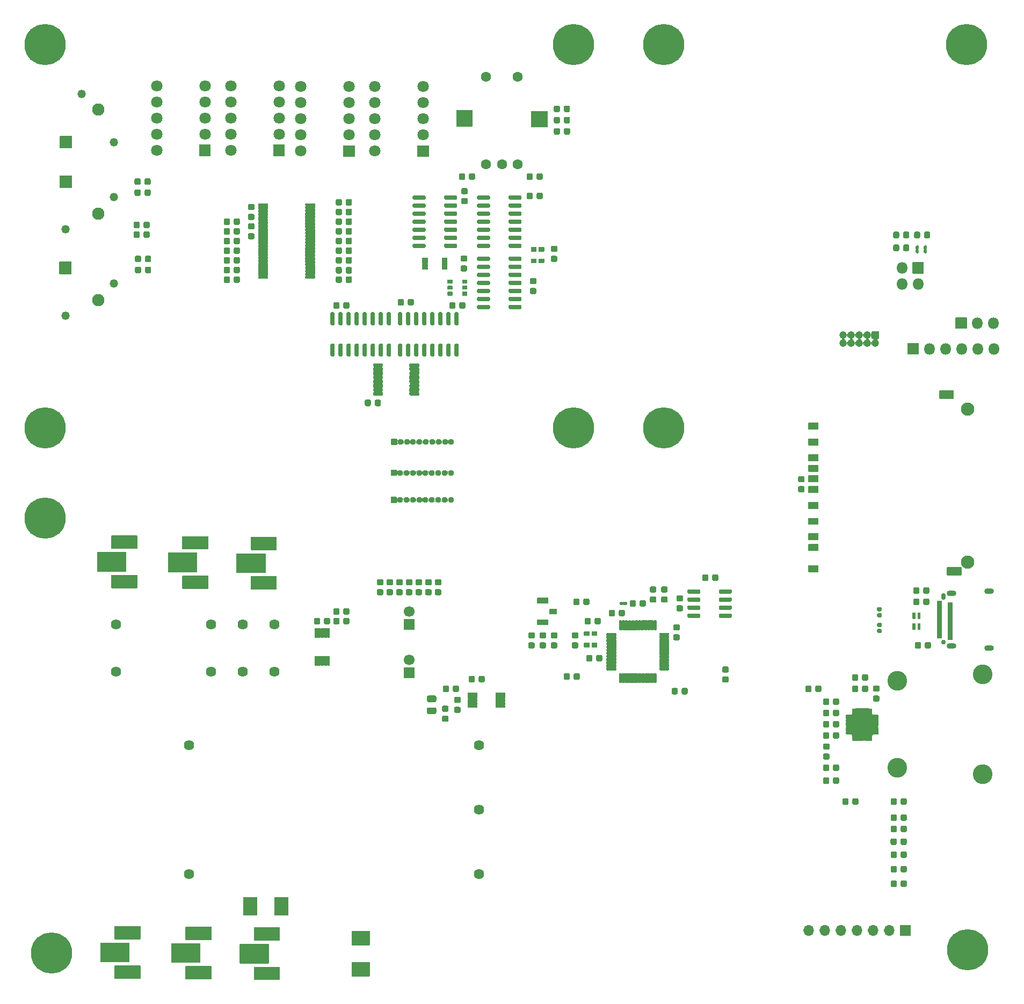
<source format=gbr>
%TF.GenerationSoftware,KiCad,Pcbnew,(5.1.7)-1*%
%TF.CreationDate,2020-10-22T13:49:25-07:00*%
%TF.ProjectId,ReflowOven,5265666c-6f77-44f7-9665-6e2e6b696361,rev?*%
%TF.SameCoordinates,Original*%
%TF.FileFunction,Soldermask,Top*%
%TF.FilePolarity,Negative*%
%FSLAX46Y46*%
G04 Gerber Fmt 4.6, Leading zero omitted, Abs format (unit mm)*
G04 Created by KiCad (PCBNEW (5.1.7)-1) date 2020-10-22 13:49:25*
%MOMM*%
%LPD*%
G01*
G04 APERTURE LIST*
%ADD10C,1.950000*%
%ADD11C,1.320000*%
%ADD12C,1.200000*%
%ADD13C,3.100000*%
%ADD14C,1.800000*%
%ADD15C,1.624000*%
%ADD16O,1.800000X1.800000*%
%ADD17O,0.950000X0.950000*%
%ADD18C,2.100000*%
%ADD19C,0.900000*%
%ADD20C,6.500000*%
%ADD21C,0.641666*%
%ADD22C,1.598600*%
%ADD23O,1.700000X1.700000*%
%ADD24C,0.750000*%
%ADD25O,0.750000X1.050000*%
%ADD26O,1.500000X0.900000*%
%ADD27C,1.700000*%
%ADD28C,0.100000*%
G04 APERTURE END LIST*
%TO.C,J502*%
G36*
G01*
X33865000Y-115398000D02*
X37865000Y-115398000D01*
G75*
G02*
X37915000Y-115448000I0J-50000D01*
G01*
X37915000Y-117448000D01*
G75*
G02*
X37865000Y-117498000I-50000J0D01*
G01*
X33865000Y-117498000D01*
G75*
G02*
X33815000Y-117448000I0J50000D01*
G01*
X33815000Y-115448000D01*
G75*
G02*
X33865000Y-115398000I50000J0D01*
G01*
G37*
G36*
G01*
X33865000Y-109178000D02*
X37865000Y-109178000D01*
G75*
G02*
X37915000Y-109228000I0J-50000D01*
G01*
X37915000Y-111228000D01*
G75*
G02*
X37865000Y-111278000I-50000J0D01*
G01*
X33865000Y-111278000D01*
G75*
G02*
X33815000Y-111228000I0J50000D01*
G01*
X33815000Y-109228000D01*
G75*
G02*
X33865000Y-109178000I50000J0D01*
G01*
G37*
G36*
G01*
X31615000Y-111788000D02*
X36115000Y-111788000D01*
G75*
G02*
X36165000Y-111838000I0J-50000D01*
G01*
X36165000Y-114838000D01*
G75*
G02*
X36115000Y-114888000I-50000J0D01*
G01*
X31615000Y-114888000D01*
G75*
G02*
X31565000Y-114838000I0J50000D01*
G01*
X31565000Y-111838000D01*
G75*
G02*
X31615000Y-111788000I50000J0D01*
G01*
G37*
G36*
G01*
X45065000Y-115498000D02*
X49065000Y-115498000D01*
G75*
G02*
X49115000Y-115548000I0J-50000D01*
G01*
X49115000Y-117548000D01*
G75*
G02*
X49065000Y-117598000I-50000J0D01*
G01*
X45065000Y-117598000D01*
G75*
G02*
X45015000Y-117548000I0J50000D01*
G01*
X45015000Y-115548000D01*
G75*
G02*
X45065000Y-115498000I50000J0D01*
G01*
G37*
G36*
G01*
X45065000Y-109278000D02*
X49065000Y-109278000D01*
G75*
G02*
X49115000Y-109328000I0J-50000D01*
G01*
X49115000Y-111328000D01*
G75*
G02*
X49065000Y-111378000I-50000J0D01*
G01*
X45065000Y-111378000D01*
G75*
G02*
X45015000Y-111328000I0J50000D01*
G01*
X45015000Y-109328000D01*
G75*
G02*
X45065000Y-109278000I50000J0D01*
G01*
G37*
G36*
G01*
X42815000Y-111888000D02*
X47315000Y-111888000D01*
G75*
G02*
X47365000Y-111938000I0J-50000D01*
G01*
X47365000Y-114938000D01*
G75*
G02*
X47315000Y-114988000I-50000J0D01*
G01*
X42815000Y-114988000D01*
G75*
G02*
X42765000Y-114938000I0J50000D01*
G01*
X42765000Y-111938000D01*
G75*
G02*
X42815000Y-111888000I50000J0D01*
G01*
G37*
G36*
G01*
X55865000Y-115598000D02*
X59865000Y-115598000D01*
G75*
G02*
X59915000Y-115648000I0J-50000D01*
G01*
X59915000Y-117648000D01*
G75*
G02*
X59865000Y-117698000I-50000J0D01*
G01*
X55865000Y-117698000D01*
G75*
G02*
X55815000Y-117648000I0J50000D01*
G01*
X55815000Y-115648000D01*
G75*
G02*
X55865000Y-115598000I50000J0D01*
G01*
G37*
G36*
G01*
X53615000Y-111988000D02*
X58115000Y-111988000D01*
G75*
G02*
X58165000Y-112038000I0J-50000D01*
G01*
X58165000Y-115038000D01*
G75*
G02*
X58115000Y-115088000I-50000J0D01*
G01*
X53615000Y-115088000D01*
G75*
G02*
X53565000Y-115038000I0J50000D01*
G01*
X53565000Y-112038000D01*
G75*
G02*
X53615000Y-111988000I50000J0D01*
G01*
G37*
G36*
G01*
X55865000Y-109378000D02*
X59865000Y-109378000D01*
G75*
G02*
X59915000Y-109428000I0J-50000D01*
G01*
X59915000Y-111428000D01*
G75*
G02*
X59865000Y-111478000I-50000J0D01*
G01*
X55865000Y-111478000D01*
G75*
G02*
X55815000Y-111428000I0J50000D01*
G01*
X55815000Y-109428000D01*
G75*
G02*
X55865000Y-109378000I50000J0D01*
G01*
G37*
%TD*%
%TO.C,J501*%
G36*
G01*
X34373000Y-176993000D02*
X38373000Y-176993000D01*
G75*
G02*
X38423000Y-177043000I0J-50000D01*
G01*
X38423000Y-179043000D01*
G75*
G02*
X38373000Y-179093000I-50000J0D01*
G01*
X34373000Y-179093000D01*
G75*
G02*
X34323000Y-179043000I0J50000D01*
G01*
X34323000Y-177043000D01*
G75*
G02*
X34373000Y-176993000I50000J0D01*
G01*
G37*
G36*
G01*
X34373000Y-170773000D02*
X38373000Y-170773000D01*
G75*
G02*
X38423000Y-170823000I0J-50000D01*
G01*
X38423000Y-172823000D01*
G75*
G02*
X38373000Y-172873000I-50000J0D01*
G01*
X34373000Y-172873000D01*
G75*
G02*
X34323000Y-172823000I0J50000D01*
G01*
X34323000Y-170823000D01*
G75*
G02*
X34373000Y-170773000I50000J0D01*
G01*
G37*
G36*
G01*
X32123000Y-173383000D02*
X36623000Y-173383000D01*
G75*
G02*
X36673000Y-173433000I0J-50000D01*
G01*
X36673000Y-176433000D01*
G75*
G02*
X36623000Y-176483000I-50000J0D01*
G01*
X32123000Y-176483000D01*
G75*
G02*
X32073000Y-176433000I0J50000D01*
G01*
X32073000Y-173433000D01*
G75*
G02*
X32123000Y-173383000I50000J0D01*
G01*
G37*
G36*
G01*
X45573000Y-177093000D02*
X49573000Y-177093000D01*
G75*
G02*
X49623000Y-177143000I0J-50000D01*
G01*
X49623000Y-179143000D01*
G75*
G02*
X49573000Y-179193000I-50000J0D01*
G01*
X45573000Y-179193000D01*
G75*
G02*
X45523000Y-179143000I0J50000D01*
G01*
X45523000Y-177143000D01*
G75*
G02*
X45573000Y-177093000I50000J0D01*
G01*
G37*
G36*
G01*
X45573000Y-170873000D02*
X49573000Y-170873000D01*
G75*
G02*
X49623000Y-170923000I0J-50000D01*
G01*
X49623000Y-172923000D01*
G75*
G02*
X49573000Y-172973000I-50000J0D01*
G01*
X45573000Y-172973000D01*
G75*
G02*
X45523000Y-172923000I0J50000D01*
G01*
X45523000Y-170923000D01*
G75*
G02*
X45573000Y-170873000I50000J0D01*
G01*
G37*
G36*
G01*
X43323000Y-173483000D02*
X47823000Y-173483000D01*
G75*
G02*
X47873000Y-173533000I0J-50000D01*
G01*
X47873000Y-176533000D01*
G75*
G02*
X47823000Y-176583000I-50000J0D01*
G01*
X43323000Y-176583000D01*
G75*
G02*
X43273000Y-176533000I0J50000D01*
G01*
X43273000Y-173533000D01*
G75*
G02*
X43323000Y-173483000I50000J0D01*
G01*
G37*
G36*
G01*
X56373000Y-177193000D02*
X60373000Y-177193000D01*
G75*
G02*
X60423000Y-177243000I0J-50000D01*
G01*
X60423000Y-179243000D01*
G75*
G02*
X60373000Y-179293000I-50000J0D01*
G01*
X56373000Y-179293000D01*
G75*
G02*
X56323000Y-179243000I0J50000D01*
G01*
X56323000Y-177243000D01*
G75*
G02*
X56373000Y-177193000I50000J0D01*
G01*
G37*
G36*
G01*
X54123000Y-173583000D02*
X58623000Y-173583000D01*
G75*
G02*
X58673000Y-173633000I0J-50000D01*
G01*
X58673000Y-176633000D01*
G75*
G02*
X58623000Y-176683000I-50000J0D01*
G01*
X54123000Y-176683000D01*
G75*
G02*
X54073000Y-176633000I0J50000D01*
G01*
X54073000Y-173633000D01*
G75*
G02*
X54123000Y-173583000I50000J0D01*
G01*
G37*
G36*
G01*
X56373000Y-170973000D02*
X60373000Y-170973000D01*
G75*
G02*
X60423000Y-171023000I0J-50000D01*
G01*
X60423000Y-173023000D01*
G75*
G02*
X60373000Y-173073000I-50000J0D01*
G01*
X56373000Y-173073000D01*
G75*
G02*
X56323000Y-173023000I0J50000D01*
G01*
X56323000Y-171023000D01*
G75*
G02*
X56373000Y-170973000I50000J0D01*
G01*
G37*
%TD*%
%TO.C,SW403*%
G36*
G01*
X25602323Y-67909819D02*
X25602323Y-66059819D01*
G75*
G02*
X25652323Y-66009819I50000J0D01*
G01*
X27502323Y-66009819D01*
G75*
G02*
X27552323Y-66059819I0J-50000D01*
G01*
X27552323Y-67909819D01*
G75*
G02*
X27502323Y-67959819I-50000J0D01*
G01*
X25652323Y-67959819D01*
G75*
G02*
X25602323Y-67909819I0J50000D01*
G01*
G37*
D10*
X31737323Y-72064819D03*
D11*
X34197323Y-69444819D03*
X26577323Y-74524819D03*
%TD*%
%TO.C,SW402*%
G36*
G01*
X25655000Y-54305000D02*
X25655000Y-52455000D01*
G75*
G02*
X25705000Y-52405000I50000J0D01*
G01*
X27555000Y-52405000D01*
G75*
G02*
X27605000Y-52455000I0J-50000D01*
G01*
X27605000Y-54305000D01*
G75*
G02*
X27555000Y-54355000I-50000J0D01*
G01*
X25705000Y-54355000D01*
G75*
G02*
X25655000Y-54305000I0J50000D01*
G01*
G37*
D10*
X31790000Y-58460000D03*
D11*
X34250000Y-55840000D03*
X26630000Y-60920000D03*
%TD*%
%TO.C,SW401*%
G36*
G01*
X27582323Y-48136766D02*
X25732323Y-48136766D01*
G75*
G02*
X25682323Y-48086766I0J50000D01*
G01*
X25682323Y-46236766D01*
G75*
G02*
X25732323Y-46186766I50000J0D01*
G01*
X27582323Y-46186766D01*
G75*
G02*
X27632323Y-46236766I0J-50000D01*
G01*
X27632323Y-48086766D01*
G75*
G02*
X27582323Y-48136766I-50000J0D01*
G01*
G37*
D10*
X31737323Y-42001766D03*
D11*
X29117323Y-39541766D03*
X34197323Y-47161766D03*
%TD*%
%TO.C,SW201*%
G36*
G01*
X102704000Y-123308000D02*
X101004000Y-123308000D01*
G75*
G02*
X100954000Y-123258000I0J50000D01*
G01*
X100954000Y-122458000D01*
G75*
G02*
X101004000Y-122408000I50000J0D01*
G01*
X102704000Y-122408000D01*
G75*
G02*
X102754000Y-122458000I0J-50000D01*
G01*
X102754000Y-123258000D01*
G75*
G02*
X102704000Y-123308000I-50000J0D01*
G01*
G37*
G36*
G01*
X102704000Y-119908000D02*
X101004000Y-119908000D01*
G75*
G02*
X100954000Y-119858000I0J50000D01*
G01*
X100954000Y-119058000D01*
G75*
G02*
X101004000Y-119008000I50000J0D01*
G01*
X102704000Y-119008000D01*
G75*
G02*
X102754000Y-119058000I0J-50000D01*
G01*
X102754000Y-119858000D01*
G75*
G02*
X102704000Y-119908000I-50000J0D01*
G01*
G37*
G36*
G01*
X104054000Y-121608000D02*
X102954000Y-121608000D01*
G75*
G02*
X102904000Y-121558000I0J50000D01*
G01*
X102904000Y-120758000D01*
G75*
G02*
X102954000Y-120708000I50000J0D01*
G01*
X104054000Y-120708000D01*
G75*
G02*
X104104000Y-120758000I0J-50000D01*
G01*
X104104000Y-121558000D01*
G75*
G02*
X104054000Y-121608000I-50000J0D01*
G01*
G37*
%TD*%
%TO.C,X401*%
G36*
G01*
X100837000Y-64425000D02*
X100037000Y-64425000D01*
G75*
G02*
X99987000Y-64375000I0J50000D01*
G01*
X99987000Y-63775000D01*
G75*
G02*
X100037000Y-63725000I50000J0D01*
G01*
X100837000Y-63725000D01*
G75*
G02*
X100887000Y-63775000I0J-50000D01*
G01*
X100887000Y-64375000D01*
G75*
G02*
X100837000Y-64425000I-50000J0D01*
G01*
G37*
G36*
G01*
X100837000Y-66225000D02*
X100037000Y-66225000D01*
G75*
G02*
X99987000Y-66175000I0J50000D01*
G01*
X99987000Y-65575000D01*
G75*
G02*
X100037000Y-65525000I50000J0D01*
G01*
X100837000Y-65525000D01*
G75*
G02*
X100887000Y-65575000I0J-50000D01*
G01*
X100887000Y-66175000D01*
G75*
G02*
X100837000Y-66225000I-50000J0D01*
G01*
G37*
G36*
G01*
X102037000Y-66225000D02*
X101237000Y-66225000D01*
G75*
G02*
X101187000Y-66175000I0J50000D01*
G01*
X101187000Y-65575000D01*
G75*
G02*
X101237000Y-65525000I50000J0D01*
G01*
X102037000Y-65525000D01*
G75*
G02*
X102087000Y-65575000I0J-50000D01*
G01*
X102087000Y-66175000D01*
G75*
G02*
X102037000Y-66225000I-50000J0D01*
G01*
G37*
G36*
G01*
X102037000Y-64425000D02*
X101237000Y-64425000D01*
G75*
G02*
X101187000Y-64375000I0J50000D01*
G01*
X101187000Y-63775000D01*
G75*
G02*
X101237000Y-63725000I50000J0D01*
G01*
X102037000Y-63725000D01*
G75*
G02*
X102087000Y-63775000I0J-50000D01*
G01*
X102087000Y-64375000D01*
G75*
G02*
X102037000Y-64425000I-50000J0D01*
G01*
G37*
%TD*%
%TO.C,X201*%
G36*
G01*
X109598000Y-126104000D02*
X110398000Y-126104000D01*
G75*
G02*
X110448000Y-126154000I0J-50000D01*
G01*
X110448000Y-126754000D01*
G75*
G02*
X110398000Y-126804000I-50000J0D01*
G01*
X109598000Y-126804000D01*
G75*
G02*
X109548000Y-126754000I0J50000D01*
G01*
X109548000Y-126154000D01*
G75*
G02*
X109598000Y-126104000I50000J0D01*
G01*
G37*
G36*
G01*
X109598000Y-124304000D02*
X110398000Y-124304000D01*
G75*
G02*
X110448000Y-124354000I0J-50000D01*
G01*
X110448000Y-124954000D01*
G75*
G02*
X110398000Y-125004000I-50000J0D01*
G01*
X109598000Y-125004000D01*
G75*
G02*
X109548000Y-124954000I0J50000D01*
G01*
X109548000Y-124354000D01*
G75*
G02*
X109598000Y-124304000I50000J0D01*
G01*
G37*
G36*
G01*
X108398000Y-124304000D02*
X109198000Y-124304000D01*
G75*
G02*
X109248000Y-124354000I0J-50000D01*
G01*
X109248000Y-124954000D01*
G75*
G02*
X109198000Y-125004000I-50000J0D01*
G01*
X108398000Y-125004000D01*
G75*
G02*
X108348000Y-124954000I0J50000D01*
G01*
X108348000Y-124354000D01*
G75*
G02*
X108398000Y-124304000I50000J0D01*
G01*
G37*
G36*
G01*
X108398000Y-126104000D02*
X109198000Y-126104000D01*
G75*
G02*
X109248000Y-126154000I0J-50000D01*
G01*
X109248000Y-126754000D01*
G75*
G02*
X109198000Y-126804000I-50000J0D01*
G01*
X108398000Y-126804000D01*
G75*
G02*
X108348000Y-126754000I0J50000D01*
G01*
X108348000Y-126154000D01*
G75*
G02*
X108398000Y-126104000I50000J0D01*
G01*
G37*
%TD*%
%TO.C,J201*%
G36*
G01*
X154905000Y-77047000D02*
X154905000Y-78147000D01*
G75*
G02*
X154855000Y-78197000I-50000J0D01*
G01*
X153755000Y-78197000D01*
G75*
G02*
X153705000Y-78147000I0J50000D01*
G01*
X153705000Y-77047000D01*
G75*
G02*
X153755000Y-76997000I50000J0D01*
G01*
X154855000Y-76997000D01*
G75*
G02*
X154905000Y-77047000I0J-50000D01*
G01*
G37*
D12*
X154305000Y-78867000D03*
X153035000Y-77597000D03*
X153035000Y-78867000D03*
X151765000Y-77597000D03*
X151765000Y-78867000D03*
X150495000Y-77597000D03*
X150495000Y-78867000D03*
X149225000Y-77597000D03*
X149225000Y-78867000D03*
%TD*%
D13*
%TO.C,J601*%
X171234000Y-131096000D03*
X171234000Y-146796000D03*
X157734000Y-132096000D03*
X157734000Y-145796000D03*
%TD*%
D14*
%TO.C,SEG304*%
X75374000Y-40941000D03*
X75374000Y-38401000D03*
X82994000Y-40941000D03*
X82994000Y-43481000D03*
X75374000Y-46021000D03*
X82994000Y-38401000D03*
X82994000Y-46021000D03*
X75374000Y-43481000D03*
X75374000Y-48561000D03*
G36*
G01*
X83894000Y-47711000D02*
X83894000Y-49411000D01*
G75*
G02*
X83844000Y-49461000I-50000J0D01*
G01*
X82144000Y-49461000D01*
G75*
G02*
X82094000Y-49411000I0J50000D01*
G01*
X82094000Y-47711000D01*
G75*
G02*
X82144000Y-47661000I50000J0D01*
G01*
X83844000Y-47661000D01*
G75*
G02*
X83894000Y-47711000I0J-50000D01*
G01*
G37*
%TD*%
%TO.C,SEG302*%
X52641000Y-40814000D03*
X52641000Y-38274000D03*
X60261000Y-40814000D03*
X60261000Y-43354000D03*
X52641000Y-45894000D03*
X60261000Y-38274000D03*
X60261000Y-45894000D03*
X52641000Y-43354000D03*
X52641000Y-48434000D03*
G36*
G01*
X61161000Y-47584000D02*
X61161000Y-49284000D01*
G75*
G02*
X61111000Y-49334000I-50000J0D01*
G01*
X59411000Y-49334000D01*
G75*
G02*
X59361000Y-49284000I0J50000D01*
G01*
X59361000Y-47584000D01*
G75*
G02*
X59411000Y-47534000I50000J0D01*
G01*
X61111000Y-47534000D01*
G75*
G02*
X61161000Y-47584000I0J-50000D01*
G01*
G37*
%TD*%
%TO.C,SEG301*%
X63690000Y-40941000D03*
X63690000Y-38401000D03*
X71310000Y-40941000D03*
X71310000Y-43481000D03*
X63690000Y-46021000D03*
X71310000Y-38401000D03*
X71310000Y-46021000D03*
X63690000Y-43481000D03*
X63690000Y-48561000D03*
G36*
G01*
X72210000Y-47711000D02*
X72210000Y-49411000D01*
G75*
G02*
X72160000Y-49461000I-50000J0D01*
G01*
X70460000Y-49461000D01*
G75*
G02*
X70410000Y-49411000I0J50000D01*
G01*
X70410000Y-47711000D01*
G75*
G02*
X70460000Y-47661000I50000J0D01*
G01*
X72160000Y-47661000D01*
G75*
G02*
X72210000Y-47711000I0J-50000D01*
G01*
G37*
%TD*%
%TO.C,SEG303*%
X40957000Y-40814000D03*
X40957000Y-38274000D03*
X48577000Y-40814000D03*
X48577000Y-43354000D03*
X40957000Y-45894000D03*
X48577000Y-38274000D03*
X48577000Y-45894000D03*
X40957000Y-43354000D03*
X40957000Y-48434000D03*
G36*
G01*
X49477000Y-47584000D02*
X49477000Y-49284000D01*
G75*
G02*
X49427000Y-49334000I-50000J0D01*
G01*
X47727000Y-49334000D01*
G75*
G02*
X47677000Y-49284000I0J50000D01*
G01*
X47677000Y-47584000D01*
G75*
G02*
X47727000Y-47534000I50000J0D01*
G01*
X49427000Y-47534000D01*
G75*
G02*
X49477000Y-47584000I0J-50000D01*
G01*
G37*
%TD*%
D15*
%TO.C,K501*%
X59544000Y-130690000D03*
X59544000Y-123190000D03*
X54544000Y-130690000D03*
X54544000Y-123190000D03*
X49544000Y-123190000D03*
X49544000Y-130690000D03*
X34544000Y-130690000D03*
X34544000Y-123190000D03*
%TD*%
%TO.C,P501*%
X91821000Y-142240000D03*
X91821000Y-152400000D03*
X91821000Y-162560000D03*
X46101000Y-162560000D03*
X46101000Y-142240000D03*
%TD*%
D16*
%TO.C,J703*%
X172974000Y-79756000D03*
X170434000Y-79756000D03*
X167894000Y-79756000D03*
X165354000Y-79756000D03*
X162814000Y-79756000D03*
G36*
G01*
X161124000Y-80656000D02*
X159424000Y-80656000D01*
G75*
G02*
X159374000Y-80606000I0J50000D01*
G01*
X159374000Y-78906000D01*
G75*
G02*
X159424000Y-78856000I50000J0D01*
G01*
X161124000Y-78856000D01*
G75*
G02*
X161174000Y-78906000I0J-50000D01*
G01*
X161174000Y-80606000D01*
G75*
G02*
X161124000Y-80656000I-50000J0D01*
G01*
G37*
%TD*%
%TO.C,J701*%
X172910500Y-75692000D03*
X170370500Y-75692000D03*
G36*
G01*
X168680500Y-76592000D02*
X166980500Y-76592000D01*
G75*
G02*
X166930500Y-76542000I0J50000D01*
G01*
X166930500Y-74842000D01*
G75*
G02*
X166980500Y-74792000I50000J0D01*
G01*
X168680500Y-74792000D01*
G75*
G02*
X168730500Y-74842000I0J-50000D01*
G01*
X168730500Y-76542000D01*
G75*
G02*
X168680500Y-76592000I-50000J0D01*
G01*
G37*
%TD*%
%TO.C,J702*%
X158496000Y-69532500D03*
X158496000Y-66992500D03*
X161036000Y-69532500D03*
G36*
G01*
X160186000Y-66092500D02*
X161886000Y-66092500D01*
G75*
G02*
X161936000Y-66142500I0J-50000D01*
G01*
X161936000Y-67842500D01*
G75*
G02*
X161886000Y-67892500I-50000J0D01*
G01*
X160186000Y-67892500D01*
G75*
G02*
X160136000Y-67842500I0J50000D01*
G01*
X160136000Y-66142500D01*
G75*
G02*
X160186000Y-66092500I50000J0D01*
G01*
G37*
%TD*%
D17*
%TO.C,REF\u002A\u002A*%
X87359000Y-103568500D03*
X86359000Y-103568500D03*
X85359000Y-103568500D03*
X84359000Y-103568500D03*
X83359000Y-103568500D03*
X82359000Y-103568500D03*
X81359000Y-103568500D03*
X80359000Y-103568500D03*
X79359000Y-103568500D03*
G36*
G01*
X78784000Y-104043500D02*
X77934000Y-104043500D01*
G75*
G02*
X77884000Y-103993500I0J50000D01*
G01*
X77884000Y-103143500D01*
G75*
G02*
X77934000Y-103093500I50000J0D01*
G01*
X78784000Y-103093500D01*
G75*
G02*
X78834000Y-103143500I0J-50000D01*
G01*
X78834000Y-103993500D01*
G75*
G02*
X78784000Y-104043500I-50000J0D01*
G01*
G37*
%TD*%
%TO.C,REF\u002A\u002A*%
X87422500Y-94424500D03*
X86422500Y-94424500D03*
X85422500Y-94424500D03*
X84422500Y-94424500D03*
X83422500Y-94424500D03*
X82422500Y-94424500D03*
X81422500Y-94424500D03*
X80422500Y-94424500D03*
X79422500Y-94424500D03*
G36*
G01*
X78847500Y-94899500D02*
X77997500Y-94899500D01*
G75*
G02*
X77947500Y-94849500I0J50000D01*
G01*
X77947500Y-93999500D01*
G75*
G02*
X77997500Y-93949500I50000J0D01*
G01*
X78847500Y-93949500D01*
G75*
G02*
X78897500Y-93999500I0J-50000D01*
G01*
X78897500Y-94849500D01*
G75*
G02*
X78847500Y-94899500I-50000J0D01*
G01*
G37*
%TD*%
%TO.C,REF\u002A\u002A*%
X87359000Y-99314000D03*
X86359000Y-99314000D03*
X85359000Y-99314000D03*
X84359000Y-99314000D03*
X83359000Y-99314000D03*
X82359000Y-99314000D03*
X81359000Y-99314000D03*
X80359000Y-99314000D03*
X79359000Y-99314000D03*
G36*
G01*
X78784000Y-99789000D02*
X77934000Y-99789000D01*
G75*
G02*
X77884000Y-99739000I0J50000D01*
G01*
X77884000Y-98889000D01*
G75*
G02*
X77934000Y-98839000I50000J0D01*
G01*
X78784000Y-98839000D01*
G75*
G02*
X78834000Y-98889000I0J-50000D01*
G01*
X78834000Y-99739000D01*
G75*
G02*
X78784000Y-99789000I-50000J0D01*
G01*
G37*
%TD*%
%TO.C,U409*%
G36*
G01*
X164426000Y-86323000D02*
X166626000Y-86323000D01*
G75*
G02*
X166676000Y-86373000I0J-50000D01*
G01*
X166676000Y-87573000D01*
G75*
G02*
X166626000Y-87623000I-50000J0D01*
G01*
X164426000Y-87623000D01*
G75*
G02*
X164376000Y-87573000I0J50000D01*
G01*
X164376000Y-86373000D01*
G75*
G02*
X164426000Y-86323000I50000J0D01*
G01*
G37*
G36*
G01*
X165626000Y-114173000D02*
X167826000Y-114173000D01*
G75*
G02*
X167876000Y-114223000I0J-50000D01*
G01*
X167876000Y-115423000D01*
G75*
G02*
X167826000Y-115473000I-50000J0D01*
G01*
X165626000Y-115473000D01*
G75*
G02*
X165576000Y-115423000I0J50000D01*
G01*
X165576000Y-114223000D01*
G75*
G02*
X165626000Y-114173000I50000J0D01*
G01*
G37*
D18*
X168826000Y-113423000D03*
X168826000Y-89223000D03*
G36*
G01*
X145276000Y-114973000D02*
X143776000Y-114973000D01*
G75*
G02*
X143726000Y-114923000I0J50000D01*
G01*
X143726000Y-113923000D01*
G75*
G02*
X143776000Y-113873000I50000J0D01*
G01*
X145276000Y-113873000D01*
G75*
G02*
X145326000Y-113923000I0J-50000D01*
G01*
X145326000Y-114923000D01*
G75*
G02*
X145276000Y-114973000I-50000J0D01*
G01*
G37*
G36*
G01*
X145276000Y-111623000D02*
X143776000Y-111623000D01*
G75*
G02*
X143726000Y-111573000I0J50000D01*
G01*
X143726000Y-110573000D01*
G75*
G02*
X143776000Y-110523000I50000J0D01*
G01*
X145276000Y-110523000D01*
G75*
G02*
X145326000Y-110573000I0J-50000D01*
G01*
X145326000Y-111573000D01*
G75*
G02*
X145276000Y-111623000I-50000J0D01*
G01*
G37*
G36*
G01*
X145276000Y-109923000D02*
X143776000Y-109923000D01*
G75*
G02*
X143726000Y-109873000I0J50000D01*
G01*
X143726000Y-108873000D01*
G75*
G02*
X143776000Y-108823000I50000J0D01*
G01*
X145276000Y-108823000D01*
G75*
G02*
X145326000Y-108873000I0J-50000D01*
G01*
X145326000Y-109873000D01*
G75*
G02*
X145276000Y-109923000I-50000J0D01*
G01*
G37*
G36*
G01*
X145276000Y-107498000D02*
X143776000Y-107498000D01*
G75*
G02*
X143726000Y-107448000I0J50000D01*
G01*
X143726000Y-106448000D01*
G75*
G02*
X143776000Y-106398000I50000J0D01*
G01*
X145276000Y-106398000D01*
G75*
G02*
X145326000Y-106448000I0J-50000D01*
G01*
X145326000Y-107448000D01*
G75*
G02*
X145276000Y-107498000I-50000J0D01*
G01*
G37*
G36*
G01*
X145276000Y-104998000D02*
X143776000Y-104998000D01*
G75*
G02*
X143726000Y-104948000I0J50000D01*
G01*
X143726000Y-103948000D01*
G75*
G02*
X143776000Y-103898000I50000J0D01*
G01*
X145276000Y-103898000D01*
G75*
G02*
X145326000Y-103948000I0J-50000D01*
G01*
X145326000Y-104948000D01*
G75*
G02*
X145276000Y-104998000I-50000J0D01*
G01*
G37*
G36*
G01*
X145276000Y-102498000D02*
X143776000Y-102498000D01*
G75*
G02*
X143726000Y-102448000I0J50000D01*
G01*
X143726000Y-101448000D01*
G75*
G02*
X143776000Y-101398000I50000J0D01*
G01*
X145276000Y-101398000D01*
G75*
G02*
X145326000Y-101448000I0J-50000D01*
G01*
X145326000Y-102448000D01*
G75*
G02*
X145276000Y-102498000I-50000J0D01*
G01*
G37*
G36*
G01*
X145276000Y-100798000D02*
X143776000Y-100798000D01*
G75*
G02*
X143726000Y-100748000I0J50000D01*
G01*
X143726000Y-99748000D01*
G75*
G02*
X143776000Y-99698000I50000J0D01*
G01*
X145276000Y-99698000D01*
G75*
G02*
X145326000Y-99748000I0J-50000D01*
G01*
X145326000Y-100748000D01*
G75*
G02*
X145276000Y-100798000I-50000J0D01*
G01*
G37*
G36*
G01*
X145276000Y-99148000D02*
X143776000Y-99148000D01*
G75*
G02*
X143726000Y-99098000I0J50000D01*
G01*
X143726000Y-98098000D01*
G75*
G02*
X143776000Y-98048000I50000J0D01*
G01*
X145276000Y-98048000D01*
G75*
G02*
X145326000Y-98098000I0J-50000D01*
G01*
X145326000Y-99098000D01*
G75*
G02*
X145276000Y-99148000I-50000J0D01*
G01*
G37*
G36*
G01*
X145276000Y-97498000D02*
X143776000Y-97498000D01*
G75*
G02*
X143726000Y-97448000I0J50000D01*
G01*
X143726000Y-96448000D01*
G75*
G02*
X143776000Y-96398000I50000J0D01*
G01*
X145276000Y-96398000D01*
G75*
G02*
X145326000Y-96448000I0J-50000D01*
G01*
X145326000Y-97448000D01*
G75*
G02*
X145276000Y-97498000I-50000J0D01*
G01*
G37*
G36*
G01*
X145276000Y-94998000D02*
X143776000Y-94998000D01*
G75*
G02*
X143726000Y-94948000I0J50000D01*
G01*
X143726000Y-93948000D01*
G75*
G02*
X143776000Y-93898000I50000J0D01*
G01*
X145276000Y-93898000D01*
G75*
G02*
X145326000Y-93948000I0J-50000D01*
G01*
X145326000Y-94948000D01*
G75*
G02*
X145276000Y-94998000I-50000J0D01*
G01*
G37*
G36*
G01*
X145276000Y-92498000D02*
X143776000Y-92498000D01*
G75*
G02*
X143726000Y-92448000I0J50000D01*
G01*
X143726000Y-91448000D01*
G75*
G02*
X143776000Y-91398000I50000J0D01*
G01*
X145276000Y-91398000D01*
G75*
G02*
X145326000Y-91448000I0J-50000D01*
G01*
X145326000Y-92448000D01*
G75*
G02*
X145276000Y-92498000I-50000J0D01*
G01*
G37*
%TD*%
%TO.C,U201*%
G36*
G01*
X113890000Y-124033000D02*
X113890000Y-122658000D01*
G75*
G02*
X113990000Y-122558000I100000J0D01*
G01*
X114190000Y-122558000D01*
G75*
G02*
X114290000Y-122658000I0J-100000D01*
G01*
X114290000Y-124033000D01*
G75*
G02*
X114190000Y-124133000I-100000J0D01*
G01*
X113990000Y-124133000D01*
G75*
G02*
X113890000Y-124033000I0J100000D01*
G01*
G37*
G36*
G01*
X114390000Y-124033000D02*
X114390000Y-122658000D01*
G75*
G02*
X114490000Y-122558000I100000J0D01*
G01*
X114690000Y-122558000D01*
G75*
G02*
X114790000Y-122658000I0J-100000D01*
G01*
X114790000Y-124033000D01*
G75*
G02*
X114690000Y-124133000I-100000J0D01*
G01*
X114490000Y-124133000D01*
G75*
G02*
X114390000Y-124033000I0J100000D01*
G01*
G37*
G36*
G01*
X114890000Y-124033000D02*
X114890000Y-122658000D01*
G75*
G02*
X114990000Y-122558000I100000J0D01*
G01*
X115190000Y-122558000D01*
G75*
G02*
X115290000Y-122658000I0J-100000D01*
G01*
X115290000Y-124033000D01*
G75*
G02*
X115190000Y-124133000I-100000J0D01*
G01*
X114990000Y-124133000D01*
G75*
G02*
X114890000Y-124033000I0J100000D01*
G01*
G37*
G36*
G01*
X115390000Y-124033000D02*
X115390000Y-122658000D01*
G75*
G02*
X115490000Y-122558000I100000J0D01*
G01*
X115690000Y-122558000D01*
G75*
G02*
X115790000Y-122658000I0J-100000D01*
G01*
X115790000Y-124033000D01*
G75*
G02*
X115690000Y-124133000I-100000J0D01*
G01*
X115490000Y-124133000D01*
G75*
G02*
X115390000Y-124033000I0J100000D01*
G01*
G37*
G36*
G01*
X115890000Y-124033000D02*
X115890000Y-122658000D01*
G75*
G02*
X115990000Y-122558000I100000J0D01*
G01*
X116190000Y-122558000D01*
G75*
G02*
X116290000Y-122658000I0J-100000D01*
G01*
X116290000Y-124033000D01*
G75*
G02*
X116190000Y-124133000I-100000J0D01*
G01*
X115990000Y-124133000D01*
G75*
G02*
X115890000Y-124033000I0J100000D01*
G01*
G37*
G36*
G01*
X116390000Y-124033000D02*
X116390000Y-122658000D01*
G75*
G02*
X116490000Y-122558000I100000J0D01*
G01*
X116690000Y-122558000D01*
G75*
G02*
X116790000Y-122658000I0J-100000D01*
G01*
X116790000Y-124033000D01*
G75*
G02*
X116690000Y-124133000I-100000J0D01*
G01*
X116490000Y-124133000D01*
G75*
G02*
X116390000Y-124033000I0J100000D01*
G01*
G37*
G36*
G01*
X116890000Y-124033000D02*
X116890000Y-122658000D01*
G75*
G02*
X116990000Y-122558000I100000J0D01*
G01*
X117190000Y-122558000D01*
G75*
G02*
X117290000Y-122658000I0J-100000D01*
G01*
X117290000Y-124033000D01*
G75*
G02*
X117190000Y-124133000I-100000J0D01*
G01*
X116990000Y-124133000D01*
G75*
G02*
X116890000Y-124033000I0J100000D01*
G01*
G37*
G36*
G01*
X117390000Y-124033000D02*
X117390000Y-122658000D01*
G75*
G02*
X117490000Y-122558000I100000J0D01*
G01*
X117690000Y-122558000D01*
G75*
G02*
X117790000Y-122658000I0J-100000D01*
G01*
X117790000Y-124033000D01*
G75*
G02*
X117690000Y-124133000I-100000J0D01*
G01*
X117490000Y-124133000D01*
G75*
G02*
X117390000Y-124033000I0J100000D01*
G01*
G37*
G36*
G01*
X117890000Y-124033000D02*
X117890000Y-122658000D01*
G75*
G02*
X117990000Y-122558000I100000J0D01*
G01*
X118190000Y-122558000D01*
G75*
G02*
X118290000Y-122658000I0J-100000D01*
G01*
X118290000Y-124033000D01*
G75*
G02*
X118190000Y-124133000I-100000J0D01*
G01*
X117990000Y-124133000D01*
G75*
G02*
X117890000Y-124033000I0J100000D01*
G01*
G37*
G36*
G01*
X118390000Y-124033000D02*
X118390000Y-122658000D01*
G75*
G02*
X118490000Y-122558000I100000J0D01*
G01*
X118690000Y-122558000D01*
G75*
G02*
X118790000Y-122658000I0J-100000D01*
G01*
X118790000Y-124033000D01*
G75*
G02*
X118690000Y-124133000I-100000J0D01*
G01*
X118490000Y-124133000D01*
G75*
G02*
X118390000Y-124033000I0J100000D01*
G01*
G37*
G36*
G01*
X118890000Y-124033000D02*
X118890000Y-122658000D01*
G75*
G02*
X118990000Y-122558000I100000J0D01*
G01*
X119190000Y-122558000D01*
G75*
G02*
X119290000Y-122658000I0J-100000D01*
G01*
X119290000Y-124033000D01*
G75*
G02*
X119190000Y-124133000I-100000J0D01*
G01*
X118990000Y-124133000D01*
G75*
G02*
X118890000Y-124033000I0J100000D01*
G01*
G37*
G36*
G01*
X119390000Y-124033000D02*
X119390000Y-122658000D01*
G75*
G02*
X119490000Y-122558000I100000J0D01*
G01*
X119690000Y-122558000D01*
G75*
G02*
X119790000Y-122658000I0J-100000D01*
G01*
X119790000Y-124033000D01*
G75*
G02*
X119690000Y-124133000I-100000J0D01*
G01*
X119490000Y-124133000D01*
G75*
G02*
X119390000Y-124033000I0J100000D01*
G01*
G37*
G36*
G01*
X120215000Y-124858000D02*
X120215000Y-124658000D01*
G75*
G02*
X120315000Y-124558000I100000J0D01*
G01*
X121690000Y-124558000D01*
G75*
G02*
X121790000Y-124658000I0J-100000D01*
G01*
X121790000Y-124858000D01*
G75*
G02*
X121690000Y-124958000I-100000J0D01*
G01*
X120315000Y-124958000D01*
G75*
G02*
X120215000Y-124858000I0J100000D01*
G01*
G37*
G36*
G01*
X120215000Y-125358000D02*
X120215000Y-125158000D01*
G75*
G02*
X120315000Y-125058000I100000J0D01*
G01*
X121690000Y-125058000D01*
G75*
G02*
X121790000Y-125158000I0J-100000D01*
G01*
X121790000Y-125358000D01*
G75*
G02*
X121690000Y-125458000I-100000J0D01*
G01*
X120315000Y-125458000D01*
G75*
G02*
X120215000Y-125358000I0J100000D01*
G01*
G37*
G36*
G01*
X120215000Y-125858000D02*
X120215000Y-125658000D01*
G75*
G02*
X120315000Y-125558000I100000J0D01*
G01*
X121690000Y-125558000D01*
G75*
G02*
X121790000Y-125658000I0J-100000D01*
G01*
X121790000Y-125858000D01*
G75*
G02*
X121690000Y-125958000I-100000J0D01*
G01*
X120315000Y-125958000D01*
G75*
G02*
X120215000Y-125858000I0J100000D01*
G01*
G37*
G36*
G01*
X120215000Y-126358000D02*
X120215000Y-126158000D01*
G75*
G02*
X120315000Y-126058000I100000J0D01*
G01*
X121690000Y-126058000D01*
G75*
G02*
X121790000Y-126158000I0J-100000D01*
G01*
X121790000Y-126358000D01*
G75*
G02*
X121690000Y-126458000I-100000J0D01*
G01*
X120315000Y-126458000D01*
G75*
G02*
X120215000Y-126358000I0J100000D01*
G01*
G37*
G36*
G01*
X120215000Y-126858000D02*
X120215000Y-126658000D01*
G75*
G02*
X120315000Y-126558000I100000J0D01*
G01*
X121690000Y-126558000D01*
G75*
G02*
X121790000Y-126658000I0J-100000D01*
G01*
X121790000Y-126858000D01*
G75*
G02*
X121690000Y-126958000I-100000J0D01*
G01*
X120315000Y-126958000D01*
G75*
G02*
X120215000Y-126858000I0J100000D01*
G01*
G37*
G36*
G01*
X120215000Y-127358000D02*
X120215000Y-127158000D01*
G75*
G02*
X120315000Y-127058000I100000J0D01*
G01*
X121690000Y-127058000D01*
G75*
G02*
X121790000Y-127158000I0J-100000D01*
G01*
X121790000Y-127358000D01*
G75*
G02*
X121690000Y-127458000I-100000J0D01*
G01*
X120315000Y-127458000D01*
G75*
G02*
X120215000Y-127358000I0J100000D01*
G01*
G37*
G36*
G01*
X120215000Y-127858000D02*
X120215000Y-127658000D01*
G75*
G02*
X120315000Y-127558000I100000J0D01*
G01*
X121690000Y-127558000D01*
G75*
G02*
X121790000Y-127658000I0J-100000D01*
G01*
X121790000Y-127858000D01*
G75*
G02*
X121690000Y-127958000I-100000J0D01*
G01*
X120315000Y-127958000D01*
G75*
G02*
X120215000Y-127858000I0J100000D01*
G01*
G37*
G36*
G01*
X120215000Y-128358000D02*
X120215000Y-128158000D01*
G75*
G02*
X120315000Y-128058000I100000J0D01*
G01*
X121690000Y-128058000D01*
G75*
G02*
X121790000Y-128158000I0J-100000D01*
G01*
X121790000Y-128358000D01*
G75*
G02*
X121690000Y-128458000I-100000J0D01*
G01*
X120315000Y-128458000D01*
G75*
G02*
X120215000Y-128358000I0J100000D01*
G01*
G37*
G36*
G01*
X120215000Y-128858000D02*
X120215000Y-128658000D01*
G75*
G02*
X120315000Y-128558000I100000J0D01*
G01*
X121690000Y-128558000D01*
G75*
G02*
X121790000Y-128658000I0J-100000D01*
G01*
X121790000Y-128858000D01*
G75*
G02*
X121690000Y-128958000I-100000J0D01*
G01*
X120315000Y-128958000D01*
G75*
G02*
X120215000Y-128858000I0J100000D01*
G01*
G37*
G36*
G01*
X120215000Y-129358000D02*
X120215000Y-129158000D01*
G75*
G02*
X120315000Y-129058000I100000J0D01*
G01*
X121690000Y-129058000D01*
G75*
G02*
X121790000Y-129158000I0J-100000D01*
G01*
X121790000Y-129358000D01*
G75*
G02*
X121690000Y-129458000I-100000J0D01*
G01*
X120315000Y-129458000D01*
G75*
G02*
X120215000Y-129358000I0J100000D01*
G01*
G37*
G36*
G01*
X120215000Y-129858000D02*
X120215000Y-129658000D01*
G75*
G02*
X120315000Y-129558000I100000J0D01*
G01*
X121690000Y-129558000D01*
G75*
G02*
X121790000Y-129658000I0J-100000D01*
G01*
X121790000Y-129858000D01*
G75*
G02*
X121690000Y-129958000I-100000J0D01*
G01*
X120315000Y-129958000D01*
G75*
G02*
X120215000Y-129858000I0J100000D01*
G01*
G37*
G36*
G01*
X120215000Y-130358000D02*
X120215000Y-130158000D01*
G75*
G02*
X120315000Y-130058000I100000J0D01*
G01*
X121690000Y-130058000D01*
G75*
G02*
X121790000Y-130158000I0J-100000D01*
G01*
X121790000Y-130358000D01*
G75*
G02*
X121690000Y-130458000I-100000J0D01*
G01*
X120315000Y-130458000D01*
G75*
G02*
X120215000Y-130358000I0J100000D01*
G01*
G37*
G36*
G01*
X119390000Y-132358000D02*
X119390000Y-130983000D01*
G75*
G02*
X119490000Y-130883000I100000J0D01*
G01*
X119690000Y-130883000D01*
G75*
G02*
X119790000Y-130983000I0J-100000D01*
G01*
X119790000Y-132358000D01*
G75*
G02*
X119690000Y-132458000I-100000J0D01*
G01*
X119490000Y-132458000D01*
G75*
G02*
X119390000Y-132358000I0J100000D01*
G01*
G37*
G36*
G01*
X118890000Y-132358000D02*
X118890000Y-130983000D01*
G75*
G02*
X118990000Y-130883000I100000J0D01*
G01*
X119190000Y-130883000D01*
G75*
G02*
X119290000Y-130983000I0J-100000D01*
G01*
X119290000Y-132358000D01*
G75*
G02*
X119190000Y-132458000I-100000J0D01*
G01*
X118990000Y-132458000D01*
G75*
G02*
X118890000Y-132358000I0J100000D01*
G01*
G37*
G36*
G01*
X118390000Y-132358000D02*
X118390000Y-130983000D01*
G75*
G02*
X118490000Y-130883000I100000J0D01*
G01*
X118690000Y-130883000D01*
G75*
G02*
X118790000Y-130983000I0J-100000D01*
G01*
X118790000Y-132358000D01*
G75*
G02*
X118690000Y-132458000I-100000J0D01*
G01*
X118490000Y-132458000D01*
G75*
G02*
X118390000Y-132358000I0J100000D01*
G01*
G37*
G36*
G01*
X117890000Y-132358000D02*
X117890000Y-130983000D01*
G75*
G02*
X117990000Y-130883000I100000J0D01*
G01*
X118190000Y-130883000D01*
G75*
G02*
X118290000Y-130983000I0J-100000D01*
G01*
X118290000Y-132358000D01*
G75*
G02*
X118190000Y-132458000I-100000J0D01*
G01*
X117990000Y-132458000D01*
G75*
G02*
X117890000Y-132358000I0J100000D01*
G01*
G37*
G36*
G01*
X117390000Y-132358000D02*
X117390000Y-130983000D01*
G75*
G02*
X117490000Y-130883000I100000J0D01*
G01*
X117690000Y-130883000D01*
G75*
G02*
X117790000Y-130983000I0J-100000D01*
G01*
X117790000Y-132358000D01*
G75*
G02*
X117690000Y-132458000I-100000J0D01*
G01*
X117490000Y-132458000D01*
G75*
G02*
X117390000Y-132358000I0J100000D01*
G01*
G37*
G36*
G01*
X116890000Y-132358000D02*
X116890000Y-130983000D01*
G75*
G02*
X116990000Y-130883000I100000J0D01*
G01*
X117190000Y-130883000D01*
G75*
G02*
X117290000Y-130983000I0J-100000D01*
G01*
X117290000Y-132358000D01*
G75*
G02*
X117190000Y-132458000I-100000J0D01*
G01*
X116990000Y-132458000D01*
G75*
G02*
X116890000Y-132358000I0J100000D01*
G01*
G37*
G36*
G01*
X116390000Y-132358000D02*
X116390000Y-130983000D01*
G75*
G02*
X116490000Y-130883000I100000J0D01*
G01*
X116690000Y-130883000D01*
G75*
G02*
X116790000Y-130983000I0J-100000D01*
G01*
X116790000Y-132358000D01*
G75*
G02*
X116690000Y-132458000I-100000J0D01*
G01*
X116490000Y-132458000D01*
G75*
G02*
X116390000Y-132358000I0J100000D01*
G01*
G37*
G36*
G01*
X115890000Y-132358000D02*
X115890000Y-130983000D01*
G75*
G02*
X115990000Y-130883000I100000J0D01*
G01*
X116190000Y-130883000D01*
G75*
G02*
X116290000Y-130983000I0J-100000D01*
G01*
X116290000Y-132358000D01*
G75*
G02*
X116190000Y-132458000I-100000J0D01*
G01*
X115990000Y-132458000D01*
G75*
G02*
X115890000Y-132358000I0J100000D01*
G01*
G37*
G36*
G01*
X115390000Y-132358000D02*
X115390000Y-130983000D01*
G75*
G02*
X115490000Y-130883000I100000J0D01*
G01*
X115690000Y-130883000D01*
G75*
G02*
X115790000Y-130983000I0J-100000D01*
G01*
X115790000Y-132358000D01*
G75*
G02*
X115690000Y-132458000I-100000J0D01*
G01*
X115490000Y-132458000D01*
G75*
G02*
X115390000Y-132358000I0J100000D01*
G01*
G37*
G36*
G01*
X114890000Y-132358000D02*
X114890000Y-130983000D01*
G75*
G02*
X114990000Y-130883000I100000J0D01*
G01*
X115190000Y-130883000D01*
G75*
G02*
X115290000Y-130983000I0J-100000D01*
G01*
X115290000Y-132358000D01*
G75*
G02*
X115190000Y-132458000I-100000J0D01*
G01*
X114990000Y-132458000D01*
G75*
G02*
X114890000Y-132358000I0J100000D01*
G01*
G37*
G36*
G01*
X114390000Y-132358000D02*
X114390000Y-130983000D01*
G75*
G02*
X114490000Y-130883000I100000J0D01*
G01*
X114690000Y-130883000D01*
G75*
G02*
X114790000Y-130983000I0J-100000D01*
G01*
X114790000Y-132358000D01*
G75*
G02*
X114690000Y-132458000I-100000J0D01*
G01*
X114490000Y-132458000D01*
G75*
G02*
X114390000Y-132358000I0J100000D01*
G01*
G37*
G36*
G01*
X113890000Y-132358000D02*
X113890000Y-130983000D01*
G75*
G02*
X113990000Y-130883000I100000J0D01*
G01*
X114190000Y-130883000D01*
G75*
G02*
X114290000Y-130983000I0J-100000D01*
G01*
X114290000Y-132358000D01*
G75*
G02*
X114190000Y-132458000I-100000J0D01*
G01*
X113990000Y-132458000D01*
G75*
G02*
X113890000Y-132358000I0J100000D01*
G01*
G37*
G36*
G01*
X111890000Y-130358000D02*
X111890000Y-130158000D01*
G75*
G02*
X111990000Y-130058000I100000J0D01*
G01*
X113365000Y-130058000D01*
G75*
G02*
X113465000Y-130158000I0J-100000D01*
G01*
X113465000Y-130358000D01*
G75*
G02*
X113365000Y-130458000I-100000J0D01*
G01*
X111990000Y-130458000D01*
G75*
G02*
X111890000Y-130358000I0J100000D01*
G01*
G37*
G36*
G01*
X111890000Y-129858000D02*
X111890000Y-129658000D01*
G75*
G02*
X111990000Y-129558000I100000J0D01*
G01*
X113365000Y-129558000D01*
G75*
G02*
X113465000Y-129658000I0J-100000D01*
G01*
X113465000Y-129858000D01*
G75*
G02*
X113365000Y-129958000I-100000J0D01*
G01*
X111990000Y-129958000D01*
G75*
G02*
X111890000Y-129858000I0J100000D01*
G01*
G37*
G36*
G01*
X111890000Y-129358000D02*
X111890000Y-129158000D01*
G75*
G02*
X111990000Y-129058000I100000J0D01*
G01*
X113365000Y-129058000D01*
G75*
G02*
X113465000Y-129158000I0J-100000D01*
G01*
X113465000Y-129358000D01*
G75*
G02*
X113365000Y-129458000I-100000J0D01*
G01*
X111990000Y-129458000D01*
G75*
G02*
X111890000Y-129358000I0J100000D01*
G01*
G37*
G36*
G01*
X111890000Y-128858000D02*
X111890000Y-128658000D01*
G75*
G02*
X111990000Y-128558000I100000J0D01*
G01*
X113365000Y-128558000D01*
G75*
G02*
X113465000Y-128658000I0J-100000D01*
G01*
X113465000Y-128858000D01*
G75*
G02*
X113365000Y-128958000I-100000J0D01*
G01*
X111990000Y-128958000D01*
G75*
G02*
X111890000Y-128858000I0J100000D01*
G01*
G37*
G36*
G01*
X111890000Y-128358000D02*
X111890000Y-128158000D01*
G75*
G02*
X111990000Y-128058000I100000J0D01*
G01*
X113365000Y-128058000D01*
G75*
G02*
X113465000Y-128158000I0J-100000D01*
G01*
X113465000Y-128358000D01*
G75*
G02*
X113365000Y-128458000I-100000J0D01*
G01*
X111990000Y-128458000D01*
G75*
G02*
X111890000Y-128358000I0J100000D01*
G01*
G37*
G36*
G01*
X111890000Y-127858000D02*
X111890000Y-127658000D01*
G75*
G02*
X111990000Y-127558000I100000J0D01*
G01*
X113365000Y-127558000D01*
G75*
G02*
X113465000Y-127658000I0J-100000D01*
G01*
X113465000Y-127858000D01*
G75*
G02*
X113365000Y-127958000I-100000J0D01*
G01*
X111990000Y-127958000D01*
G75*
G02*
X111890000Y-127858000I0J100000D01*
G01*
G37*
G36*
G01*
X111890000Y-127358000D02*
X111890000Y-127158000D01*
G75*
G02*
X111990000Y-127058000I100000J0D01*
G01*
X113365000Y-127058000D01*
G75*
G02*
X113465000Y-127158000I0J-100000D01*
G01*
X113465000Y-127358000D01*
G75*
G02*
X113365000Y-127458000I-100000J0D01*
G01*
X111990000Y-127458000D01*
G75*
G02*
X111890000Y-127358000I0J100000D01*
G01*
G37*
G36*
G01*
X111890000Y-126858000D02*
X111890000Y-126658000D01*
G75*
G02*
X111990000Y-126558000I100000J0D01*
G01*
X113365000Y-126558000D01*
G75*
G02*
X113465000Y-126658000I0J-100000D01*
G01*
X113465000Y-126858000D01*
G75*
G02*
X113365000Y-126958000I-100000J0D01*
G01*
X111990000Y-126958000D01*
G75*
G02*
X111890000Y-126858000I0J100000D01*
G01*
G37*
G36*
G01*
X111890000Y-126358000D02*
X111890000Y-126158000D01*
G75*
G02*
X111990000Y-126058000I100000J0D01*
G01*
X113365000Y-126058000D01*
G75*
G02*
X113465000Y-126158000I0J-100000D01*
G01*
X113465000Y-126358000D01*
G75*
G02*
X113365000Y-126458000I-100000J0D01*
G01*
X111990000Y-126458000D01*
G75*
G02*
X111890000Y-126358000I0J100000D01*
G01*
G37*
G36*
G01*
X111890000Y-125858000D02*
X111890000Y-125658000D01*
G75*
G02*
X111990000Y-125558000I100000J0D01*
G01*
X113365000Y-125558000D01*
G75*
G02*
X113465000Y-125658000I0J-100000D01*
G01*
X113465000Y-125858000D01*
G75*
G02*
X113365000Y-125958000I-100000J0D01*
G01*
X111990000Y-125958000D01*
G75*
G02*
X111890000Y-125858000I0J100000D01*
G01*
G37*
G36*
G01*
X111890000Y-125358000D02*
X111890000Y-125158000D01*
G75*
G02*
X111990000Y-125058000I100000J0D01*
G01*
X113365000Y-125058000D01*
G75*
G02*
X113465000Y-125158000I0J-100000D01*
G01*
X113465000Y-125358000D01*
G75*
G02*
X113365000Y-125458000I-100000J0D01*
G01*
X111990000Y-125458000D01*
G75*
G02*
X111890000Y-125358000I0J100000D01*
G01*
G37*
G36*
G01*
X111890000Y-124858000D02*
X111890000Y-124658000D01*
G75*
G02*
X111990000Y-124558000I100000J0D01*
G01*
X113365000Y-124558000D01*
G75*
G02*
X113465000Y-124658000I0J-100000D01*
G01*
X113465000Y-124858000D01*
G75*
G02*
X113365000Y-124958000I-100000J0D01*
G01*
X111990000Y-124958000D01*
G75*
G02*
X111890000Y-124858000I0J100000D01*
G01*
G37*
%TD*%
D19*
%TO.C,REF\u002A\u002A*%
X122601056Y-90504944D03*
X120904000Y-89802000D03*
X119206944Y-90504944D03*
X118504000Y-92202000D03*
X119206944Y-93899056D03*
X120904000Y-94602000D03*
X122601056Y-93899056D03*
X123304000Y-92202000D03*
D20*
X120904000Y-92202000D03*
%TD*%
D19*
%TO.C,REF\u002A\u002A*%
X25065056Y-104728944D03*
X23368000Y-104026000D03*
X21670944Y-104728944D03*
X20968000Y-106426000D03*
X21670944Y-108123056D03*
X23368000Y-108826000D03*
X25065056Y-108123056D03*
X25768000Y-106426000D03*
D20*
X23368000Y-106426000D03*
%TD*%
D19*
%TO.C,REF\u002A\u002A*%
X26081056Y-173308944D03*
X24384000Y-172606000D03*
X22686944Y-173308944D03*
X21984000Y-175006000D03*
X22686944Y-176703056D03*
X24384000Y-177406000D03*
X26081056Y-176703056D03*
X26784000Y-175006000D03*
D20*
X24384000Y-175006000D03*
%TD*%
D19*
%TO.C,REF\u002A\u002A*%
X170526112Y-172800944D03*
X168829056Y-172098000D03*
X167132000Y-172800944D03*
X166429056Y-174498000D03*
X167132000Y-176195056D03*
X168829056Y-176898000D03*
X170526112Y-176195056D03*
X171229056Y-174498000D03*
D20*
X168829056Y-174498000D03*
%TD*%
D19*
%TO.C,REF\u002A\u002A*%
X170353056Y-30052944D03*
X168656000Y-29350000D03*
X166958944Y-30052944D03*
X166256000Y-31750000D03*
X166958944Y-33447056D03*
X168656000Y-34150000D03*
X170353056Y-33447056D03*
X171056000Y-31750000D03*
D20*
X168656000Y-31750000D03*
%TD*%
D19*
%TO.C,REF\u002A\u002A*%
X122601056Y-30052944D03*
X120904000Y-29350000D03*
X119206944Y-30052944D03*
X118504000Y-31750000D03*
X119206944Y-33447056D03*
X120904000Y-34150000D03*
X122601056Y-33447056D03*
X123304000Y-31750000D03*
D20*
X120904000Y-31750000D03*
%TD*%
D19*
%TO.C,REF\u002A\u002A*%
X25065056Y-90504944D03*
X23368000Y-89802000D03*
X21670944Y-90504944D03*
X20968000Y-92202000D03*
X21670944Y-93899056D03*
X23368000Y-94602000D03*
X25065056Y-93899056D03*
X25768000Y-92202000D03*
D20*
X23368000Y-92202000D03*
%TD*%
D19*
%TO.C,REF\u002A\u002A*%
X104982944Y-90504944D03*
X104280000Y-92202000D03*
X104982944Y-93899056D03*
X106680000Y-94602000D03*
X108377056Y-93899056D03*
X109080000Y-92202000D03*
X108377056Y-90504944D03*
X106680000Y-89802000D03*
D20*
X106680000Y-92202000D03*
%TD*%
D19*
%TO.C,REF\u002A\u002A*%
X108377056Y-30052944D03*
X106680000Y-29350000D03*
X104982944Y-30052944D03*
X104280000Y-31750000D03*
X104982944Y-33447056D03*
X106680000Y-34150000D03*
X108377056Y-33447056D03*
X109080000Y-31750000D03*
D20*
X106680000Y-31750000D03*
%TD*%
D19*
%TO.C,REF\u002A\u002A*%
X25065056Y-30052944D03*
X23368000Y-29350000D03*
X21670944Y-30052944D03*
X20968000Y-31750000D03*
X21670944Y-33447056D03*
X23368000Y-34150000D03*
X25065056Y-33447056D03*
X25768000Y-31750000D03*
D20*
X23368000Y-31750000D03*
%TD*%
%TO.C,D501*%
G36*
G01*
X157688000Y-150848750D02*
X157688000Y-151411250D01*
G75*
G02*
X157444250Y-151655000I-243750J0D01*
G01*
X156956750Y-151655000D01*
G75*
G02*
X156713000Y-151411250I0J243750D01*
G01*
X156713000Y-150848750D01*
G75*
G02*
X156956750Y-150605000I243750J0D01*
G01*
X157444250Y-150605000D01*
G75*
G02*
X157688000Y-150848750I0J-243750D01*
G01*
G37*
G36*
G01*
X159263000Y-150848750D02*
X159263000Y-151411250D01*
G75*
G02*
X159019250Y-151655000I-243750J0D01*
G01*
X158531750Y-151655000D01*
G75*
G02*
X158288000Y-151411250I0J243750D01*
G01*
X158288000Y-150848750D01*
G75*
G02*
X158531750Y-150605000I243750J0D01*
G01*
X159019250Y-150605000D01*
G75*
G02*
X159263000Y-150848750I0J-243750D01*
G01*
G37*
%TD*%
%TO.C,U702*%
G36*
G01*
X155137500Y-121145000D02*
X154742500Y-121145000D01*
G75*
G02*
X154570000Y-120972500I0J172500D01*
G01*
X154570000Y-120627500D01*
G75*
G02*
X154742500Y-120455000I172500J0D01*
G01*
X155137500Y-120455000D01*
G75*
G02*
X155310000Y-120627500I0J-172500D01*
G01*
X155310000Y-120972500D01*
G75*
G02*
X155137500Y-121145000I-172500J0D01*
G01*
G37*
G36*
G01*
X155137500Y-122115000D02*
X154742500Y-122115000D01*
G75*
G02*
X154570000Y-121942500I0J172500D01*
G01*
X154570000Y-121597500D01*
G75*
G02*
X154742500Y-121425000I172500J0D01*
G01*
X155137500Y-121425000D01*
G75*
G02*
X155310000Y-121597500I0J-172500D01*
G01*
X155310000Y-121942500D01*
G75*
G02*
X155137500Y-122115000I-172500J0D01*
G01*
G37*
%TD*%
%TO.C,U701*%
G36*
G01*
X154742500Y-123901500D02*
X155137500Y-123901500D01*
G75*
G02*
X155310000Y-124074000I0J-172500D01*
G01*
X155310000Y-124419000D01*
G75*
G02*
X155137500Y-124591500I-172500J0D01*
G01*
X154742500Y-124591500D01*
G75*
G02*
X154570000Y-124419000I0J172500D01*
G01*
X154570000Y-124074000D01*
G75*
G02*
X154742500Y-123901500I172500J0D01*
G01*
G37*
G36*
G01*
X154742500Y-122931500D02*
X155137500Y-122931500D01*
G75*
G02*
X155310000Y-123104000I0J-172500D01*
G01*
X155310000Y-123449000D01*
G75*
G02*
X155137500Y-123621500I-172500J0D01*
G01*
X154742500Y-123621500D01*
G75*
G02*
X154570000Y-123449000I0J172500D01*
G01*
X154570000Y-123104000D01*
G75*
G02*
X154742500Y-122931500I172500J0D01*
G01*
G37*
%TD*%
D21*
%TO.C,U601*%
X151130000Y-137922000D03*
X151130000Y-139005333D03*
X151130000Y-140088666D03*
X152213333Y-137922000D03*
X152213333Y-139005333D03*
X152213333Y-140088666D03*
X153296666Y-137922000D03*
X153296666Y-139005333D03*
X153296666Y-140088666D03*
G36*
G01*
X151721666Y-137380334D02*
X151721666Y-138463666D01*
G75*
G02*
X151671666Y-138513666I-50000J0D01*
G01*
X150588334Y-138513666D01*
G75*
G02*
X150538334Y-138463666I0J50000D01*
G01*
X150538334Y-137380334D01*
G75*
G02*
X150588334Y-137330334I50000J0D01*
G01*
X151671666Y-137330334D01*
G75*
G02*
X151721666Y-137380334I0J-50000D01*
G01*
G37*
G36*
G01*
X151721666Y-138463667D02*
X151721666Y-139546999D01*
G75*
G02*
X151671666Y-139596999I-50000J0D01*
G01*
X150588334Y-139596999D01*
G75*
G02*
X150538334Y-139546999I0J50000D01*
G01*
X150538334Y-138463667D01*
G75*
G02*
X150588334Y-138413667I50000J0D01*
G01*
X151671666Y-138413667D01*
G75*
G02*
X151721666Y-138463667I0J-50000D01*
G01*
G37*
G36*
G01*
X151721666Y-139547000D02*
X151721666Y-140630332D01*
G75*
G02*
X151671666Y-140680332I-50000J0D01*
G01*
X150588334Y-140680332D01*
G75*
G02*
X150538334Y-140630332I0J50000D01*
G01*
X150538334Y-139547000D01*
G75*
G02*
X150588334Y-139497000I50000J0D01*
G01*
X151671666Y-139497000D01*
G75*
G02*
X151721666Y-139547000I0J-50000D01*
G01*
G37*
G36*
G01*
X152804999Y-137380334D02*
X152804999Y-138463666D01*
G75*
G02*
X152754999Y-138513666I-50000J0D01*
G01*
X151671667Y-138513666D01*
G75*
G02*
X151621667Y-138463666I0J50000D01*
G01*
X151621667Y-137380334D01*
G75*
G02*
X151671667Y-137330334I50000J0D01*
G01*
X152754999Y-137330334D01*
G75*
G02*
X152804999Y-137380334I0J-50000D01*
G01*
G37*
G36*
G01*
X152804999Y-138463667D02*
X152804999Y-139546999D01*
G75*
G02*
X152754999Y-139596999I-50000J0D01*
G01*
X151671667Y-139596999D01*
G75*
G02*
X151621667Y-139546999I0J50000D01*
G01*
X151621667Y-138463667D01*
G75*
G02*
X151671667Y-138413667I50000J0D01*
G01*
X152754999Y-138413667D01*
G75*
G02*
X152804999Y-138463667I0J-50000D01*
G01*
G37*
G36*
G01*
X152804999Y-139547000D02*
X152804999Y-140630332D01*
G75*
G02*
X152754999Y-140680332I-50000J0D01*
G01*
X151671667Y-140680332D01*
G75*
G02*
X151621667Y-140630332I0J50000D01*
G01*
X151621667Y-139547000D01*
G75*
G02*
X151671667Y-139497000I50000J0D01*
G01*
X152754999Y-139497000D01*
G75*
G02*
X152804999Y-139547000I0J-50000D01*
G01*
G37*
G36*
G01*
X153888332Y-137380334D02*
X153888332Y-138463666D01*
G75*
G02*
X153838332Y-138513666I-50000J0D01*
G01*
X152755000Y-138513666D01*
G75*
G02*
X152705000Y-138463666I0J50000D01*
G01*
X152705000Y-137380334D01*
G75*
G02*
X152755000Y-137330334I50000J0D01*
G01*
X153838332Y-137330334D01*
G75*
G02*
X153888332Y-137380334I0J-50000D01*
G01*
G37*
G36*
G01*
X153888332Y-138463667D02*
X153888332Y-139546999D01*
G75*
G02*
X153838332Y-139596999I-50000J0D01*
G01*
X152755000Y-139596999D01*
G75*
G02*
X152705000Y-139546999I0J50000D01*
G01*
X152705000Y-138463667D01*
G75*
G02*
X152755000Y-138413667I50000J0D01*
G01*
X153838332Y-138413667D01*
G75*
G02*
X153888332Y-138463667I0J-50000D01*
G01*
G37*
G36*
G01*
X153888332Y-139547000D02*
X153888332Y-140630332D01*
G75*
G02*
X153838332Y-140680332I-50000J0D01*
G01*
X152755000Y-140680332D01*
G75*
G02*
X152705000Y-140630332I0J50000D01*
G01*
X152705000Y-139547000D01*
G75*
G02*
X152755000Y-139497000I50000J0D01*
G01*
X153838332Y-139497000D01*
G75*
G02*
X153888332Y-139547000I0J-50000D01*
G01*
G37*
G36*
G01*
X153763333Y-140855333D02*
X153763333Y-141505333D01*
G75*
G02*
X153713333Y-141555333I-50000J0D01*
G01*
X153313333Y-141555333D01*
G75*
G02*
X153263333Y-141505333I0J50000D01*
G01*
X153263333Y-140855333D01*
G75*
G02*
X153313333Y-140805333I50000J0D01*
G01*
X153713333Y-140805333D01*
G75*
G02*
X153763333Y-140855333I0J-50000D01*
G01*
G37*
G36*
G01*
X153113333Y-140855333D02*
X153113333Y-141505333D01*
G75*
G02*
X153063333Y-141555333I-50000J0D01*
G01*
X152663333Y-141555333D01*
G75*
G02*
X152613333Y-141505333I0J50000D01*
G01*
X152613333Y-140855333D01*
G75*
G02*
X152663333Y-140805333I50000J0D01*
G01*
X153063333Y-140805333D01*
G75*
G02*
X153113333Y-140855333I0J-50000D01*
G01*
G37*
G36*
G01*
X152463333Y-140855333D02*
X152463333Y-141505333D01*
G75*
G02*
X152413333Y-141555333I-50000J0D01*
G01*
X152013333Y-141555333D01*
G75*
G02*
X151963333Y-141505333I0J50000D01*
G01*
X151963333Y-140855333D01*
G75*
G02*
X152013333Y-140805333I50000J0D01*
G01*
X152413333Y-140805333D01*
G75*
G02*
X152463333Y-140855333I0J-50000D01*
G01*
G37*
G36*
G01*
X151813333Y-140855333D02*
X151813333Y-141505333D01*
G75*
G02*
X151763333Y-141555333I-50000J0D01*
G01*
X151363333Y-141555333D01*
G75*
G02*
X151313333Y-141505333I0J50000D01*
G01*
X151313333Y-140855333D01*
G75*
G02*
X151363333Y-140805333I50000J0D01*
G01*
X151763333Y-140805333D01*
G75*
G02*
X151813333Y-140855333I0J-50000D01*
G01*
G37*
G36*
G01*
X151163333Y-140855333D02*
X151163333Y-141505333D01*
G75*
G02*
X151113333Y-141555333I-50000J0D01*
G01*
X150713333Y-141555333D01*
G75*
G02*
X150663333Y-141505333I0J50000D01*
G01*
X150663333Y-140855333D01*
G75*
G02*
X150713333Y-140805333I50000J0D01*
G01*
X151113333Y-140805333D01*
G75*
G02*
X151163333Y-140855333I0J-50000D01*
G01*
G37*
G36*
G01*
X149713333Y-140055333D02*
X150363333Y-140055333D01*
G75*
G02*
X150413333Y-140105333I0J-50000D01*
G01*
X150413333Y-140505333D01*
G75*
G02*
X150363333Y-140555333I-50000J0D01*
G01*
X149713333Y-140555333D01*
G75*
G02*
X149663333Y-140505333I0J50000D01*
G01*
X149663333Y-140105333D01*
G75*
G02*
X149713333Y-140055333I50000J0D01*
G01*
G37*
G36*
G01*
X149713333Y-139405333D02*
X150363333Y-139405333D01*
G75*
G02*
X150413333Y-139455333I0J-50000D01*
G01*
X150413333Y-139855333D01*
G75*
G02*
X150363333Y-139905333I-50000J0D01*
G01*
X149713333Y-139905333D01*
G75*
G02*
X149663333Y-139855333I0J50000D01*
G01*
X149663333Y-139455333D01*
G75*
G02*
X149713333Y-139405333I50000J0D01*
G01*
G37*
G36*
G01*
X149713333Y-138755333D02*
X150363333Y-138755333D01*
G75*
G02*
X150413333Y-138805333I0J-50000D01*
G01*
X150413333Y-139205333D01*
G75*
G02*
X150363333Y-139255333I-50000J0D01*
G01*
X149713333Y-139255333D01*
G75*
G02*
X149663333Y-139205333I0J50000D01*
G01*
X149663333Y-138805333D01*
G75*
G02*
X149713333Y-138755333I50000J0D01*
G01*
G37*
G36*
G01*
X149713333Y-138105333D02*
X150363333Y-138105333D01*
G75*
G02*
X150413333Y-138155333I0J-50000D01*
G01*
X150413333Y-138555333D01*
G75*
G02*
X150363333Y-138605333I-50000J0D01*
G01*
X149713333Y-138605333D01*
G75*
G02*
X149663333Y-138555333I0J50000D01*
G01*
X149663333Y-138155333D01*
G75*
G02*
X149713333Y-138105333I50000J0D01*
G01*
G37*
G36*
G01*
X149713333Y-137455333D02*
X150363333Y-137455333D01*
G75*
G02*
X150413333Y-137505333I0J-50000D01*
G01*
X150413333Y-137905333D01*
G75*
G02*
X150363333Y-137955333I-50000J0D01*
G01*
X149713333Y-137955333D01*
G75*
G02*
X149663333Y-137905333I0J50000D01*
G01*
X149663333Y-137505333D01*
G75*
G02*
X149713333Y-137455333I50000J0D01*
G01*
G37*
G36*
G01*
X151163333Y-136505333D02*
X151163333Y-137155333D01*
G75*
G02*
X151113333Y-137205333I-50000J0D01*
G01*
X150713333Y-137205333D01*
G75*
G02*
X150663333Y-137155333I0J50000D01*
G01*
X150663333Y-136505333D01*
G75*
G02*
X150713333Y-136455333I50000J0D01*
G01*
X151113333Y-136455333D01*
G75*
G02*
X151163333Y-136505333I0J-50000D01*
G01*
G37*
G36*
G01*
X151813333Y-136505333D02*
X151813333Y-137155333D01*
G75*
G02*
X151763333Y-137205333I-50000J0D01*
G01*
X151363333Y-137205333D01*
G75*
G02*
X151313333Y-137155333I0J50000D01*
G01*
X151313333Y-136505333D01*
G75*
G02*
X151363333Y-136455333I50000J0D01*
G01*
X151763333Y-136455333D01*
G75*
G02*
X151813333Y-136505333I0J-50000D01*
G01*
G37*
G36*
G01*
X152463333Y-136505333D02*
X152463333Y-137155333D01*
G75*
G02*
X152413333Y-137205333I-50000J0D01*
G01*
X152013333Y-137205333D01*
G75*
G02*
X151963333Y-137155333I0J50000D01*
G01*
X151963333Y-136505333D01*
G75*
G02*
X152013333Y-136455333I50000J0D01*
G01*
X152413333Y-136455333D01*
G75*
G02*
X152463333Y-136505333I0J-50000D01*
G01*
G37*
G36*
G01*
X153113333Y-136505333D02*
X153113333Y-137155333D01*
G75*
G02*
X153063333Y-137205333I-50000J0D01*
G01*
X152663333Y-137205333D01*
G75*
G02*
X152613333Y-137155333I0J50000D01*
G01*
X152613333Y-136505333D01*
G75*
G02*
X152663333Y-136455333I50000J0D01*
G01*
X153063333Y-136455333D01*
G75*
G02*
X153113333Y-136505333I0J-50000D01*
G01*
G37*
G36*
G01*
X153763333Y-136505333D02*
X153763333Y-137155333D01*
G75*
G02*
X153713333Y-137205333I-50000J0D01*
G01*
X153313333Y-137205333D01*
G75*
G02*
X153263333Y-137155333I0J50000D01*
G01*
X153263333Y-136505333D01*
G75*
G02*
X153313333Y-136455333I50000J0D01*
G01*
X153713333Y-136455333D01*
G75*
G02*
X153763333Y-136505333I0J-50000D01*
G01*
G37*
G36*
G01*
X154063333Y-137455333D02*
X154713333Y-137455333D01*
G75*
G02*
X154763333Y-137505333I0J-50000D01*
G01*
X154763333Y-137905333D01*
G75*
G02*
X154713333Y-137955333I-50000J0D01*
G01*
X154063333Y-137955333D01*
G75*
G02*
X154013333Y-137905333I0J50000D01*
G01*
X154013333Y-137505333D01*
G75*
G02*
X154063333Y-137455333I50000J0D01*
G01*
G37*
G36*
G01*
X154063333Y-138105333D02*
X154713333Y-138105333D01*
G75*
G02*
X154763333Y-138155333I0J-50000D01*
G01*
X154763333Y-138555333D01*
G75*
G02*
X154713333Y-138605333I-50000J0D01*
G01*
X154063333Y-138605333D01*
G75*
G02*
X154013333Y-138555333I0J50000D01*
G01*
X154013333Y-138155333D01*
G75*
G02*
X154063333Y-138105333I50000J0D01*
G01*
G37*
G36*
G01*
X154063333Y-138755333D02*
X154713333Y-138755333D01*
G75*
G02*
X154763333Y-138805333I0J-50000D01*
G01*
X154763333Y-139205333D01*
G75*
G02*
X154713333Y-139255333I-50000J0D01*
G01*
X154063333Y-139255333D01*
G75*
G02*
X154013333Y-139205333I0J50000D01*
G01*
X154013333Y-138805333D01*
G75*
G02*
X154063333Y-138755333I50000J0D01*
G01*
G37*
G36*
G01*
X154063333Y-139405333D02*
X154713333Y-139405333D01*
G75*
G02*
X154763333Y-139455333I0J-50000D01*
G01*
X154763333Y-139855333D01*
G75*
G02*
X154713333Y-139905333I-50000J0D01*
G01*
X154063333Y-139905333D01*
G75*
G02*
X154013333Y-139855333I0J50000D01*
G01*
X154013333Y-139455333D01*
G75*
G02*
X154063333Y-139405333I50000J0D01*
G01*
G37*
G36*
G01*
X154063333Y-140055333D02*
X154713333Y-140055333D01*
G75*
G02*
X154763333Y-140105333I0J-50000D01*
G01*
X154763333Y-140505333D01*
G75*
G02*
X154713333Y-140555333I-50000J0D01*
G01*
X154063333Y-140555333D01*
G75*
G02*
X154013333Y-140505333I0J50000D01*
G01*
X154013333Y-140105333D01*
G75*
G02*
X154063333Y-140055333I50000J0D01*
G01*
G37*
%TD*%
%TO.C,U502*%
G36*
G01*
X91514000Y-135978000D02*
X91514000Y-136278000D01*
G75*
G02*
X91464000Y-136328000I-50000J0D01*
G01*
X90064000Y-136328000D01*
G75*
G02*
X90014000Y-136278000I0J50000D01*
G01*
X90014000Y-135978000D01*
G75*
G02*
X90064000Y-135928000I50000J0D01*
G01*
X91464000Y-135928000D01*
G75*
G02*
X91514000Y-135978000I0J-50000D01*
G01*
G37*
G36*
G01*
X91514000Y-135478000D02*
X91514000Y-135778000D01*
G75*
G02*
X91464000Y-135828000I-50000J0D01*
G01*
X90064000Y-135828000D01*
G75*
G02*
X90014000Y-135778000I0J50000D01*
G01*
X90014000Y-135478000D01*
G75*
G02*
X90064000Y-135428000I50000J0D01*
G01*
X91464000Y-135428000D01*
G75*
G02*
X91514000Y-135478000I0J-50000D01*
G01*
G37*
G36*
G01*
X91514000Y-134978000D02*
X91514000Y-135278000D01*
G75*
G02*
X91464000Y-135328000I-50000J0D01*
G01*
X90064000Y-135328000D01*
G75*
G02*
X90014000Y-135278000I0J50000D01*
G01*
X90014000Y-134978000D01*
G75*
G02*
X90064000Y-134928000I50000J0D01*
G01*
X91464000Y-134928000D01*
G75*
G02*
X91514000Y-134978000I0J-50000D01*
G01*
G37*
G36*
G01*
X91514000Y-134478000D02*
X91514000Y-134778000D01*
G75*
G02*
X91464000Y-134828000I-50000J0D01*
G01*
X90064000Y-134828000D01*
G75*
G02*
X90014000Y-134778000I0J50000D01*
G01*
X90014000Y-134478000D01*
G75*
G02*
X90064000Y-134428000I50000J0D01*
G01*
X91464000Y-134428000D01*
G75*
G02*
X91514000Y-134478000I0J-50000D01*
G01*
G37*
G36*
G01*
X91514000Y-133978000D02*
X91514000Y-134278000D01*
G75*
G02*
X91464000Y-134328000I-50000J0D01*
G01*
X90064000Y-134328000D01*
G75*
G02*
X90014000Y-134278000I0J50000D01*
G01*
X90014000Y-133978000D01*
G75*
G02*
X90064000Y-133928000I50000J0D01*
G01*
X91464000Y-133928000D01*
G75*
G02*
X91514000Y-133978000I0J-50000D01*
G01*
G37*
G36*
G01*
X95914000Y-133978000D02*
X95914000Y-134278000D01*
G75*
G02*
X95864000Y-134328000I-50000J0D01*
G01*
X94464000Y-134328000D01*
G75*
G02*
X94414000Y-134278000I0J50000D01*
G01*
X94414000Y-133978000D01*
G75*
G02*
X94464000Y-133928000I50000J0D01*
G01*
X95864000Y-133928000D01*
G75*
G02*
X95914000Y-133978000I0J-50000D01*
G01*
G37*
G36*
G01*
X95914000Y-134478000D02*
X95914000Y-134778000D01*
G75*
G02*
X95864000Y-134828000I-50000J0D01*
G01*
X94464000Y-134828000D01*
G75*
G02*
X94414000Y-134778000I0J50000D01*
G01*
X94414000Y-134478000D01*
G75*
G02*
X94464000Y-134428000I50000J0D01*
G01*
X95864000Y-134428000D01*
G75*
G02*
X95914000Y-134478000I0J-50000D01*
G01*
G37*
G36*
G01*
X95914000Y-134978000D02*
X95914000Y-135278000D01*
G75*
G02*
X95864000Y-135328000I-50000J0D01*
G01*
X94464000Y-135328000D01*
G75*
G02*
X94414000Y-135278000I0J50000D01*
G01*
X94414000Y-134978000D01*
G75*
G02*
X94464000Y-134928000I50000J0D01*
G01*
X95864000Y-134928000D01*
G75*
G02*
X95914000Y-134978000I0J-50000D01*
G01*
G37*
G36*
G01*
X95914000Y-135478000D02*
X95914000Y-135778000D01*
G75*
G02*
X95864000Y-135828000I-50000J0D01*
G01*
X94464000Y-135828000D01*
G75*
G02*
X94414000Y-135778000I0J50000D01*
G01*
X94414000Y-135478000D01*
G75*
G02*
X94464000Y-135428000I50000J0D01*
G01*
X95864000Y-135428000D01*
G75*
G02*
X95914000Y-135478000I0J-50000D01*
G01*
G37*
G36*
G01*
X95914000Y-135978000D02*
X95914000Y-136278000D01*
G75*
G02*
X95864000Y-136328000I-50000J0D01*
G01*
X94464000Y-136328000D01*
G75*
G02*
X94414000Y-136278000I0J50000D01*
G01*
X94414000Y-135978000D01*
G75*
G02*
X94464000Y-135928000I50000J0D01*
G01*
X95864000Y-135928000D01*
G75*
G02*
X95914000Y-135978000I0J-50000D01*
G01*
G37*
%TD*%
%TO.C,U501*%
G36*
G01*
X67906000Y-128196000D02*
X68206000Y-128196000D01*
G75*
G02*
X68256000Y-128246000I0J-50000D01*
G01*
X68256000Y-129646000D01*
G75*
G02*
X68206000Y-129696000I-50000J0D01*
G01*
X67906000Y-129696000D01*
G75*
G02*
X67856000Y-129646000I0J50000D01*
G01*
X67856000Y-128246000D01*
G75*
G02*
X67906000Y-128196000I50000J0D01*
G01*
G37*
G36*
G01*
X67406000Y-128196000D02*
X67706000Y-128196000D01*
G75*
G02*
X67756000Y-128246000I0J-50000D01*
G01*
X67756000Y-129646000D01*
G75*
G02*
X67706000Y-129696000I-50000J0D01*
G01*
X67406000Y-129696000D01*
G75*
G02*
X67356000Y-129646000I0J50000D01*
G01*
X67356000Y-128246000D01*
G75*
G02*
X67406000Y-128196000I50000J0D01*
G01*
G37*
G36*
G01*
X66906000Y-128196000D02*
X67206000Y-128196000D01*
G75*
G02*
X67256000Y-128246000I0J-50000D01*
G01*
X67256000Y-129646000D01*
G75*
G02*
X67206000Y-129696000I-50000J0D01*
G01*
X66906000Y-129696000D01*
G75*
G02*
X66856000Y-129646000I0J50000D01*
G01*
X66856000Y-128246000D01*
G75*
G02*
X66906000Y-128196000I50000J0D01*
G01*
G37*
G36*
G01*
X66406000Y-128196000D02*
X66706000Y-128196000D01*
G75*
G02*
X66756000Y-128246000I0J-50000D01*
G01*
X66756000Y-129646000D01*
G75*
G02*
X66706000Y-129696000I-50000J0D01*
G01*
X66406000Y-129696000D01*
G75*
G02*
X66356000Y-129646000I0J50000D01*
G01*
X66356000Y-128246000D01*
G75*
G02*
X66406000Y-128196000I50000J0D01*
G01*
G37*
G36*
G01*
X65906000Y-128196000D02*
X66206000Y-128196000D01*
G75*
G02*
X66256000Y-128246000I0J-50000D01*
G01*
X66256000Y-129646000D01*
G75*
G02*
X66206000Y-129696000I-50000J0D01*
G01*
X65906000Y-129696000D01*
G75*
G02*
X65856000Y-129646000I0J50000D01*
G01*
X65856000Y-128246000D01*
G75*
G02*
X65906000Y-128196000I50000J0D01*
G01*
G37*
G36*
G01*
X65906000Y-123796000D02*
X66206000Y-123796000D01*
G75*
G02*
X66256000Y-123846000I0J-50000D01*
G01*
X66256000Y-125246000D01*
G75*
G02*
X66206000Y-125296000I-50000J0D01*
G01*
X65906000Y-125296000D01*
G75*
G02*
X65856000Y-125246000I0J50000D01*
G01*
X65856000Y-123846000D01*
G75*
G02*
X65906000Y-123796000I50000J0D01*
G01*
G37*
G36*
G01*
X66406000Y-123796000D02*
X66706000Y-123796000D01*
G75*
G02*
X66756000Y-123846000I0J-50000D01*
G01*
X66756000Y-125246000D01*
G75*
G02*
X66706000Y-125296000I-50000J0D01*
G01*
X66406000Y-125296000D01*
G75*
G02*
X66356000Y-125246000I0J50000D01*
G01*
X66356000Y-123846000D01*
G75*
G02*
X66406000Y-123796000I50000J0D01*
G01*
G37*
G36*
G01*
X66906000Y-123796000D02*
X67206000Y-123796000D01*
G75*
G02*
X67256000Y-123846000I0J-50000D01*
G01*
X67256000Y-125246000D01*
G75*
G02*
X67206000Y-125296000I-50000J0D01*
G01*
X66906000Y-125296000D01*
G75*
G02*
X66856000Y-125246000I0J50000D01*
G01*
X66856000Y-123846000D01*
G75*
G02*
X66906000Y-123796000I50000J0D01*
G01*
G37*
G36*
G01*
X67406000Y-123796000D02*
X67706000Y-123796000D01*
G75*
G02*
X67756000Y-123846000I0J-50000D01*
G01*
X67756000Y-125246000D01*
G75*
G02*
X67706000Y-125296000I-50000J0D01*
G01*
X67406000Y-125296000D01*
G75*
G02*
X67356000Y-125246000I0J50000D01*
G01*
X67356000Y-123846000D01*
G75*
G02*
X67406000Y-123796000I50000J0D01*
G01*
G37*
G36*
G01*
X67906000Y-123796000D02*
X68206000Y-123796000D01*
G75*
G02*
X68256000Y-123846000I0J-50000D01*
G01*
X68256000Y-125246000D01*
G75*
G02*
X68206000Y-125296000I-50000J0D01*
G01*
X67906000Y-125296000D01*
G75*
G02*
X67856000Y-125246000I0J50000D01*
G01*
X67856000Y-123846000D01*
G75*
G02*
X67906000Y-123796000I50000J0D01*
G01*
G37*
%TD*%
%TO.C,U408*%
G36*
G01*
X96446000Y-65707000D02*
X96446000Y-65357000D01*
G75*
G02*
X96621000Y-65182000I175000J0D01*
G01*
X98321000Y-65182000D01*
G75*
G02*
X98496000Y-65357000I0J-175000D01*
G01*
X98496000Y-65707000D01*
G75*
G02*
X98321000Y-65882000I-175000J0D01*
G01*
X96621000Y-65882000D01*
G75*
G02*
X96446000Y-65707000I0J175000D01*
G01*
G37*
G36*
G01*
X96446000Y-66977000D02*
X96446000Y-66627000D01*
G75*
G02*
X96621000Y-66452000I175000J0D01*
G01*
X98321000Y-66452000D01*
G75*
G02*
X98496000Y-66627000I0J-175000D01*
G01*
X98496000Y-66977000D01*
G75*
G02*
X98321000Y-67152000I-175000J0D01*
G01*
X96621000Y-67152000D01*
G75*
G02*
X96446000Y-66977000I0J175000D01*
G01*
G37*
G36*
G01*
X96446000Y-68247000D02*
X96446000Y-67897000D01*
G75*
G02*
X96621000Y-67722000I175000J0D01*
G01*
X98321000Y-67722000D01*
G75*
G02*
X98496000Y-67897000I0J-175000D01*
G01*
X98496000Y-68247000D01*
G75*
G02*
X98321000Y-68422000I-175000J0D01*
G01*
X96621000Y-68422000D01*
G75*
G02*
X96446000Y-68247000I0J175000D01*
G01*
G37*
G36*
G01*
X96446000Y-69517000D02*
X96446000Y-69167000D01*
G75*
G02*
X96621000Y-68992000I175000J0D01*
G01*
X98321000Y-68992000D01*
G75*
G02*
X98496000Y-69167000I0J-175000D01*
G01*
X98496000Y-69517000D01*
G75*
G02*
X98321000Y-69692000I-175000J0D01*
G01*
X96621000Y-69692000D01*
G75*
G02*
X96446000Y-69517000I0J175000D01*
G01*
G37*
G36*
G01*
X96446000Y-70787000D02*
X96446000Y-70437000D01*
G75*
G02*
X96621000Y-70262000I175000J0D01*
G01*
X98321000Y-70262000D01*
G75*
G02*
X98496000Y-70437000I0J-175000D01*
G01*
X98496000Y-70787000D01*
G75*
G02*
X98321000Y-70962000I-175000J0D01*
G01*
X96621000Y-70962000D01*
G75*
G02*
X96446000Y-70787000I0J175000D01*
G01*
G37*
G36*
G01*
X96446000Y-72057000D02*
X96446000Y-71707000D01*
G75*
G02*
X96621000Y-71532000I175000J0D01*
G01*
X98321000Y-71532000D01*
G75*
G02*
X98496000Y-71707000I0J-175000D01*
G01*
X98496000Y-72057000D01*
G75*
G02*
X98321000Y-72232000I-175000J0D01*
G01*
X96621000Y-72232000D01*
G75*
G02*
X96446000Y-72057000I0J175000D01*
G01*
G37*
G36*
G01*
X96446000Y-73327000D02*
X96446000Y-72977000D01*
G75*
G02*
X96621000Y-72802000I175000J0D01*
G01*
X98321000Y-72802000D01*
G75*
G02*
X98496000Y-72977000I0J-175000D01*
G01*
X98496000Y-73327000D01*
G75*
G02*
X98321000Y-73502000I-175000J0D01*
G01*
X96621000Y-73502000D01*
G75*
G02*
X96446000Y-73327000I0J175000D01*
G01*
G37*
G36*
G01*
X91496000Y-73327000D02*
X91496000Y-72977000D01*
G75*
G02*
X91671000Y-72802000I175000J0D01*
G01*
X93371000Y-72802000D01*
G75*
G02*
X93546000Y-72977000I0J-175000D01*
G01*
X93546000Y-73327000D01*
G75*
G02*
X93371000Y-73502000I-175000J0D01*
G01*
X91671000Y-73502000D01*
G75*
G02*
X91496000Y-73327000I0J175000D01*
G01*
G37*
G36*
G01*
X91496000Y-72057000D02*
X91496000Y-71707000D01*
G75*
G02*
X91671000Y-71532000I175000J0D01*
G01*
X93371000Y-71532000D01*
G75*
G02*
X93546000Y-71707000I0J-175000D01*
G01*
X93546000Y-72057000D01*
G75*
G02*
X93371000Y-72232000I-175000J0D01*
G01*
X91671000Y-72232000D01*
G75*
G02*
X91496000Y-72057000I0J175000D01*
G01*
G37*
G36*
G01*
X91496000Y-70787000D02*
X91496000Y-70437000D01*
G75*
G02*
X91671000Y-70262000I175000J0D01*
G01*
X93371000Y-70262000D01*
G75*
G02*
X93546000Y-70437000I0J-175000D01*
G01*
X93546000Y-70787000D01*
G75*
G02*
X93371000Y-70962000I-175000J0D01*
G01*
X91671000Y-70962000D01*
G75*
G02*
X91496000Y-70787000I0J175000D01*
G01*
G37*
G36*
G01*
X91496000Y-69517000D02*
X91496000Y-69167000D01*
G75*
G02*
X91671000Y-68992000I175000J0D01*
G01*
X93371000Y-68992000D01*
G75*
G02*
X93546000Y-69167000I0J-175000D01*
G01*
X93546000Y-69517000D01*
G75*
G02*
X93371000Y-69692000I-175000J0D01*
G01*
X91671000Y-69692000D01*
G75*
G02*
X91496000Y-69517000I0J175000D01*
G01*
G37*
G36*
G01*
X91496000Y-68247000D02*
X91496000Y-67897000D01*
G75*
G02*
X91671000Y-67722000I175000J0D01*
G01*
X93371000Y-67722000D01*
G75*
G02*
X93546000Y-67897000I0J-175000D01*
G01*
X93546000Y-68247000D01*
G75*
G02*
X93371000Y-68422000I-175000J0D01*
G01*
X91671000Y-68422000D01*
G75*
G02*
X91496000Y-68247000I0J175000D01*
G01*
G37*
G36*
G01*
X91496000Y-66977000D02*
X91496000Y-66627000D01*
G75*
G02*
X91671000Y-66452000I175000J0D01*
G01*
X93371000Y-66452000D01*
G75*
G02*
X93546000Y-66627000I0J-175000D01*
G01*
X93546000Y-66977000D01*
G75*
G02*
X93371000Y-67152000I-175000J0D01*
G01*
X91671000Y-67152000D01*
G75*
G02*
X91496000Y-66977000I0J175000D01*
G01*
G37*
G36*
G01*
X91496000Y-65707000D02*
X91496000Y-65357000D01*
G75*
G02*
X91671000Y-65182000I175000J0D01*
G01*
X93371000Y-65182000D01*
G75*
G02*
X93546000Y-65357000I0J-175000D01*
G01*
X93546000Y-65707000D01*
G75*
G02*
X93371000Y-65882000I-175000J0D01*
G01*
X91671000Y-65882000D01*
G75*
G02*
X91496000Y-65707000I0J175000D01*
G01*
G37*
%TD*%
%TO.C,U407*%
G36*
G01*
X86286000Y-56055000D02*
X86286000Y-55705000D01*
G75*
G02*
X86461000Y-55530000I175000J0D01*
G01*
X88161000Y-55530000D01*
G75*
G02*
X88336000Y-55705000I0J-175000D01*
G01*
X88336000Y-56055000D01*
G75*
G02*
X88161000Y-56230000I-175000J0D01*
G01*
X86461000Y-56230000D01*
G75*
G02*
X86286000Y-56055000I0J175000D01*
G01*
G37*
G36*
G01*
X86286000Y-57325000D02*
X86286000Y-56975000D01*
G75*
G02*
X86461000Y-56800000I175000J0D01*
G01*
X88161000Y-56800000D01*
G75*
G02*
X88336000Y-56975000I0J-175000D01*
G01*
X88336000Y-57325000D01*
G75*
G02*
X88161000Y-57500000I-175000J0D01*
G01*
X86461000Y-57500000D01*
G75*
G02*
X86286000Y-57325000I0J175000D01*
G01*
G37*
G36*
G01*
X86286000Y-58595000D02*
X86286000Y-58245000D01*
G75*
G02*
X86461000Y-58070000I175000J0D01*
G01*
X88161000Y-58070000D01*
G75*
G02*
X88336000Y-58245000I0J-175000D01*
G01*
X88336000Y-58595000D01*
G75*
G02*
X88161000Y-58770000I-175000J0D01*
G01*
X86461000Y-58770000D01*
G75*
G02*
X86286000Y-58595000I0J175000D01*
G01*
G37*
G36*
G01*
X86286000Y-59865000D02*
X86286000Y-59515000D01*
G75*
G02*
X86461000Y-59340000I175000J0D01*
G01*
X88161000Y-59340000D01*
G75*
G02*
X88336000Y-59515000I0J-175000D01*
G01*
X88336000Y-59865000D01*
G75*
G02*
X88161000Y-60040000I-175000J0D01*
G01*
X86461000Y-60040000D01*
G75*
G02*
X86286000Y-59865000I0J175000D01*
G01*
G37*
G36*
G01*
X86286000Y-61135000D02*
X86286000Y-60785000D01*
G75*
G02*
X86461000Y-60610000I175000J0D01*
G01*
X88161000Y-60610000D01*
G75*
G02*
X88336000Y-60785000I0J-175000D01*
G01*
X88336000Y-61135000D01*
G75*
G02*
X88161000Y-61310000I-175000J0D01*
G01*
X86461000Y-61310000D01*
G75*
G02*
X86286000Y-61135000I0J175000D01*
G01*
G37*
G36*
G01*
X86286000Y-62405000D02*
X86286000Y-62055000D01*
G75*
G02*
X86461000Y-61880000I175000J0D01*
G01*
X88161000Y-61880000D01*
G75*
G02*
X88336000Y-62055000I0J-175000D01*
G01*
X88336000Y-62405000D01*
G75*
G02*
X88161000Y-62580000I-175000J0D01*
G01*
X86461000Y-62580000D01*
G75*
G02*
X86286000Y-62405000I0J175000D01*
G01*
G37*
G36*
G01*
X86286000Y-63675000D02*
X86286000Y-63325000D01*
G75*
G02*
X86461000Y-63150000I175000J0D01*
G01*
X88161000Y-63150000D01*
G75*
G02*
X88336000Y-63325000I0J-175000D01*
G01*
X88336000Y-63675000D01*
G75*
G02*
X88161000Y-63850000I-175000J0D01*
G01*
X86461000Y-63850000D01*
G75*
G02*
X86286000Y-63675000I0J175000D01*
G01*
G37*
G36*
G01*
X81336000Y-63675000D02*
X81336000Y-63325000D01*
G75*
G02*
X81511000Y-63150000I175000J0D01*
G01*
X83211000Y-63150000D01*
G75*
G02*
X83386000Y-63325000I0J-175000D01*
G01*
X83386000Y-63675000D01*
G75*
G02*
X83211000Y-63850000I-175000J0D01*
G01*
X81511000Y-63850000D01*
G75*
G02*
X81336000Y-63675000I0J175000D01*
G01*
G37*
G36*
G01*
X81336000Y-62405000D02*
X81336000Y-62055000D01*
G75*
G02*
X81511000Y-61880000I175000J0D01*
G01*
X83211000Y-61880000D01*
G75*
G02*
X83386000Y-62055000I0J-175000D01*
G01*
X83386000Y-62405000D01*
G75*
G02*
X83211000Y-62580000I-175000J0D01*
G01*
X81511000Y-62580000D01*
G75*
G02*
X81336000Y-62405000I0J175000D01*
G01*
G37*
G36*
G01*
X81336000Y-61135000D02*
X81336000Y-60785000D01*
G75*
G02*
X81511000Y-60610000I175000J0D01*
G01*
X83211000Y-60610000D01*
G75*
G02*
X83386000Y-60785000I0J-175000D01*
G01*
X83386000Y-61135000D01*
G75*
G02*
X83211000Y-61310000I-175000J0D01*
G01*
X81511000Y-61310000D01*
G75*
G02*
X81336000Y-61135000I0J175000D01*
G01*
G37*
G36*
G01*
X81336000Y-59865000D02*
X81336000Y-59515000D01*
G75*
G02*
X81511000Y-59340000I175000J0D01*
G01*
X83211000Y-59340000D01*
G75*
G02*
X83386000Y-59515000I0J-175000D01*
G01*
X83386000Y-59865000D01*
G75*
G02*
X83211000Y-60040000I-175000J0D01*
G01*
X81511000Y-60040000D01*
G75*
G02*
X81336000Y-59865000I0J175000D01*
G01*
G37*
G36*
G01*
X81336000Y-58595000D02*
X81336000Y-58245000D01*
G75*
G02*
X81511000Y-58070000I175000J0D01*
G01*
X83211000Y-58070000D01*
G75*
G02*
X83386000Y-58245000I0J-175000D01*
G01*
X83386000Y-58595000D01*
G75*
G02*
X83211000Y-58770000I-175000J0D01*
G01*
X81511000Y-58770000D01*
G75*
G02*
X81336000Y-58595000I0J175000D01*
G01*
G37*
G36*
G01*
X81336000Y-57325000D02*
X81336000Y-56975000D01*
G75*
G02*
X81511000Y-56800000I175000J0D01*
G01*
X83211000Y-56800000D01*
G75*
G02*
X83386000Y-56975000I0J-175000D01*
G01*
X83386000Y-57325000D01*
G75*
G02*
X83211000Y-57500000I-175000J0D01*
G01*
X81511000Y-57500000D01*
G75*
G02*
X81336000Y-57325000I0J175000D01*
G01*
G37*
G36*
G01*
X81336000Y-56055000D02*
X81336000Y-55705000D01*
G75*
G02*
X81511000Y-55530000I175000J0D01*
G01*
X83211000Y-55530000D01*
G75*
G02*
X83386000Y-55705000I0J-175000D01*
G01*
X83386000Y-56055000D01*
G75*
G02*
X83211000Y-56230000I-175000J0D01*
G01*
X81511000Y-56230000D01*
G75*
G02*
X81336000Y-56055000I0J175000D01*
G01*
G37*
%TD*%
%TO.C,U406*%
G36*
G01*
X89152000Y-69409001D02*
X89152000Y-68898999D01*
G75*
G02*
X89201999Y-68849000I49999J0D01*
G01*
X89902001Y-68849000D01*
G75*
G02*
X89952000Y-68898999I0J-49999D01*
G01*
X89952000Y-69409001D01*
G75*
G02*
X89902001Y-69459000I-49999J0D01*
G01*
X89201999Y-69459000D01*
G75*
G02*
X89152000Y-69409001I0J49999D01*
G01*
G37*
G36*
G01*
X89152000Y-70359001D02*
X89152000Y-69848999D01*
G75*
G02*
X89201999Y-69799000I49999J0D01*
G01*
X89902001Y-69799000D01*
G75*
G02*
X89952000Y-69848999I0J-49999D01*
G01*
X89952000Y-70359001D01*
G75*
G02*
X89902001Y-70409000I-49999J0D01*
G01*
X89201999Y-70409000D01*
G75*
G02*
X89152000Y-70359001I0J49999D01*
G01*
G37*
G36*
G01*
X89152000Y-71309001D02*
X89152000Y-70798999D01*
G75*
G02*
X89201999Y-70749000I49999J0D01*
G01*
X89902001Y-70749000D01*
G75*
G02*
X89952000Y-70798999I0J-49999D01*
G01*
X89952000Y-71309001D01*
G75*
G02*
X89902001Y-71359000I-49999J0D01*
G01*
X89201999Y-71359000D01*
G75*
G02*
X89152000Y-71309001I0J49999D01*
G01*
G37*
G36*
G01*
X86832000Y-71309001D02*
X86832000Y-70798999D01*
G75*
G02*
X86881999Y-70749000I49999J0D01*
G01*
X87582001Y-70749000D01*
G75*
G02*
X87632000Y-70798999I0J-49999D01*
G01*
X87632000Y-71309001D01*
G75*
G02*
X87582001Y-71359000I-49999J0D01*
G01*
X86881999Y-71359000D01*
G75*
G02*
X86832000Y-71309001I0J49999D01*
G01*
G37*
G36*
G01*
X86832000Y-70359001D02*
X86832000Y-69848999D01*
G75*
G02*
X86881999Y-69799000I49999J0D01*
G01*
X87582001Y-69799000D01*
G75*
G02*
X87632000Y-69848999I0J-49999D01*
G01*
X87632000Y-70359001D01*
G75*
G02*
X87582001Y-70409000I-49999J0D01*
G01*
X86881999Y-70409000D01*
G75*
G02*
X86832000Y-70359001I0J49999D01*
G01*
G37*
G36*
G01*
X86832000Y-69409001D02*
X86832000Y-68898999D01*
G75*
G02*
X86881999Y-68849000I49999J0D01*
G01*
X87582001Y-68849000D01*
G75*
G02*
X87632000Y-68898999I0J-49999D01*
G01*
X87632000Y-69409001D01*
G75*
G02*
X87582001Y-69459000I-49999J0D01*
G01*
X86881999Y-69459000D01*
G75*
G02*
X86832000Y-69409001I0J49999D01*
G01*
G37*
%TD*%
%TO.C,U405*%
G36*
G01*
X85986000Y-65344000D02*
X86786000Y-65344000D01*
G75*
G02*
X86836000Y-65394000I0J-50000D01*
G01*
X86836000Y-65694000D01*
G75*
G02*
X86786000Y-65744000I-50000J0D01*
G01*
X85986000Y-65744000D01*
G75*
G02*
X85936000Y-65694000I0J50000D01*
G01*
X85936000Y-65394000D01*
G75*
G02*
X85986000Y-65344000I50000J0D01*
G01*
G37*
G36*
G01*
X85986000Y-65844000D02*
X86786000Y-65844000D01*
G75*
G02*
X86836000Y-65894000I0J-50000D01*
G01*
X86836000Y-66194000D01*
G75*
G02*
X86786000Y-66244000I-50000J0D01*
G01*
X85986000Y-66244000D01*
G75*
G02*
X85936000Y-66194000I0J50000D01*
G01*
X85936000Y-65894000D01*
G75*
G02*
X85986000Y-65844000I50000J0D01*
G01*
G37*
G36*
G01*
X85986000Y-66344000D02*
X86786000Y-66344000D01*
G75*
G02*
X86836000Y-66394000I0J-50000D01*
G01*
X86836000Y-66694000D01*
G75*
G02*
X86786000Y-66744000I-50000J0D01*
G01*
X85986000Y-66744000D01*
G75*
G02*
X85936000Y-66694000I0J50000D01*
G01*
X85936000Y-66394000D01*
G75*
G02*
X85986000Y-66344000I50000J0D01*
G01*
G37*
G36*
G01*
X85986000Y-66844000D02*
X86786000Y-66844000D01*
G75*
G02*
X86836000Y-66894000I0J-50000D01*
G01*
X86836000Y-67194000D01*
G75*
G02*
X86786000Y-67244000I-50000J0D01*
G01*
X85986000Y-67244000D01*
G75*
G02*
X85936000Y-67194000I0J50000D01*
G01*
X85936000Y-66894000D01*
G75*
G02*
X85986000Y-66844000I50000J0D01*
G01*
G37*
G36*
G01*
X82886000Y-66844000D02*
X83686000Y-66844000D01*
G75*
G02*
X83736000Y-66894000I0J-50000D01*
G01*
X83736000Y-67194000D01*
G75*
G02*
X83686000Y-67244000I-50000J0D01*
G01*
X82886000Y-67244000D01*
G75*
G02*
X82836000Y-67194000I0J50000D01*
G01*
X82836000Y-66894000D01*
G75*
G02*
X82886000Y-66844000I50000J0D01*
G01*
G37*
G36*
G01*
X82886000Y-66344000D02*
X83686000Y-66344000D01*
G75*
G02*
X83736000Y-66394000I0J-50000D01*
G01*
X83736000Y-66694000D01*
G75*
G02*
X83686000Y-66744000I-50000J0D01*
G01*
X82886000Y-66744000D01*
G75*
G02*
X82836000Y-66694000I0J50000D01*
G01*
X82836000Y-66394000D01*
G75*
G02*
X82886000Y-66344000I50000J0D01*
G01*
G37*
G36*
G01*
X82886000Y-65844000D02*
X83686000Y-65844000D01*
G75*
G02*
X83736000Y-65894000I0J-50000D01*
G01*
X83736000Y-66194000D01*
G75*
G02*
X83686000Y-66244000I-50000J0D01*
G01*
X82886000Y-66244000D01*
G75*
G02*
X82836000Y-66194000I0J50000D01*
G01*
X82836000Y-65894000D01*
G75*
G02*
X82886000Y-65844000I50000J0D01*
G01*
G37*
G36*
G01*
X82886000Y-65344000D02*
X83686000Y-65344000D01*
G75*
G02*
X83736000Y-65394000I0J-50000D01*
G01*
X83736000Y-65694000D01*
G75*
G02*
X83686000Y-65744000I-50000J0D01*
G01*
X82886000Y-65744000D01*
G75*
G02*
X82836000Y-65694000I0J50000D01*
G01*
X82836000Y-65394000D01*
G75*
G02*
X82886000Y-65344000I50000J0D01*
G01*
G37*
%TD*%
%TO.C,U404*%
G36*
G01*
X96446000Y-56055000D02*
X96446000Y-55705000D01*
G75*
G02*
X96621000Y-55530000I175000J0D01*
G01*
X98321000Y-55530000D01*
G75*
G02*
X98496000Y-55705000I0J-175000D01*
G01*
X98496000Y-56055000D01*
G75*
G02*
X98321000Y-56230000I-175000J0D01*
G01*
X96621000Y-56230000D01*
G75*
G02*
X96446000Y-56055000I0J175000D01*
G01*
G37*
G36*
G01*
X96446000Y-57325000D02*
X96446000Y-56975000D01*
G75*
G02*
X96621000Y-56800000I175000J0D01*
G01*
X98321000Y-56800000D01*
G75*
G02*
X98496000Y-56975000I0J-175000D01*
G01*
X98496000Y-57325000D01*
G75*
G02*
X98321000Y-57500000I-175000J0D01*
G01*
X96621000Y-57500000D01*
G75*
G02*
X96446000Y-57325000I0J175000D01*
G01*
G37*
G36*
G01*
X96446000Y-58595000D02*
X96446000Y-58245000D01*
G75*
G02*
X96621000Y-58070000I175000J0D01*
G01*
X98321000Y-58070000D01*
G75*
G02*
X98496000Y-58245000I0J-175000D01*
G01*
X98496000Y-58595000D01*
G75*
G02*
X98321000Y-58770000I-175000J0D01*
G01*
X96621000Y-58770000D01*
G75*
G02*
X96446000Y-58595000I0J175000D01*
G01*
G37*
G36*
G01*
X96446000Y-59865000D02*
X96446000Y-59515000D01*
G75*
G02*
X96621000Y-59340000I175000J0D01*
G01*
X98321000Y-59340000D01*
G75*
G02*
X98496000Y-59515000I0J-175000D01*
G01*
X98496000Y-59865000D01*
G75*
G02*
X98321000Y-60040000I-175000J0D01*
G01*
X96621000Y-60040000D01*
G75*
G02*
X96446000Y-59865000I0J175000D01*
G01*
G37*
G36*
G01*
X96446000Y-61135000D02*
X96446000Y-60785000D01*
G75*
G02*
X96621000Y-60610000I175000J0D01*
G01*
X98321000Y-60610000D01*
G75*
G02*
X98496000Y-60785000I0J-175000D01*
G01*
X98496000Y-61135000D01*
G75*
G02*
X98321000Y-61310000I-175000J0D01*
G01*
X96621000Y-61310000D01*
G75*
G02*
X96446000Y-61135000I0J175000D01*
G01*
G37*
G36*
G01*
X96446000Y-62405000D02*
X96446000Y-62055000D01*
G75*
G02*
X96621000Y-61880000I175000J0D01*
G01*
X98321000Y-61880000D01*
G75*
G02*
X98496000Y-62055000I0J-175000D01*
G01*
X98496000Y-62405000D01*
G75*
G02*
X98321000Y-62580000I-175000J0D01*
G01*
X96621000Y-62580000D01*
G75*
G02*
X96446000Y-62405000I0J175000D01*
G01*
G37*
G36*
G01*
X96446000Y-63675000D02*
X96446000Y-63325000D01*
G75*
G02*
X96621000Y-63150000I175000J0D01*
G01*
X98321000Y-63150000D01*
G75*
G02*
X98496000Y-63325000I0J-175000D01*
G01*
X98496000Y-63675000D01*
G75*
G02*
X98321000Y-63850000I-175000J0D01*
G01*
X96621000Y-63850000D01*
G75*
G02*
X96446000Y-63675000I0J175000D01*
G01*
G37*
G36*
G01*
X91496000Y-63675000D02*
X91496000Y-63325000D01*
G75*
G02*
X91671000Y-63150000I175000J0D01*
G01*
X93371000Y-63150000D01*
G75*
G02*
X93546000Y-63325000I0J-175000D01*
G01*
X93546000Y-63675000D01*
G75*
G02*
X93371000Y-63850000I-175000J0D01*
G01*
X91671000Y-63850000D01*
G75*
G02*
X91496000Y-63675000I0J175000D01*
G01*
G37*
G36*
G01*
X91496000Y-62405000D02*
X91496000Y-62055000D01*
G75*
G02*
X91671000Y-61880000I175000J0D01*
G01*
X93371000Y-61880000D01*
G75*
G02*
X93546000Y-62055000I0J-175000D01*
G01*
X93546000Y-62405000D01*
G75*
G02*
X93371000Y-62580000I-175000J0D01*
G01*
X91671000Y-62580000D01*
G75*
G02*
X91496000Y-62405000I0J175000D01*
G01*
G37*
G36*
G01*
X91496000Y-61135000D02*
X91496000Y-60785000D01*
G75*
G02*
X91671000Y-60610000I175000J0D01*
G01*
X93371000Y-60610000D01*
G75*
G02*
X93546000Y-60785000I0J-175000D01*
G01*
X93546000Y-61135000D01*
G75*
G02*
X93371000Y-61310000I-175000J0D01*
G01*
X91671000Y-61310000D01*
G75*
G02*
X91496000Y-61135000I0J175000D01*
G01*
G37*
G36*
G01*
X91496000Y-59865000D02*
X91496000Y-59515000D01*
G75*
G02*
X91671000Y-59340000I175000J0D01*
G01*
X93371000Y-59340000D01*
G75*
G02*
X93546000Y-59515000I0J-175000D01*
G01*
X93546000Y-59865000D01*
G75*
G02*
X93371000Y-60040000I-175000J0D01*
G01*
X91671000Y-60040000D01*
G75*
G02*
X91496000Y-59865000I0J175000D01*
G01*
G37*
G36*
G01*
X91496000Y-58595000D02*
X91496000Y-58245000D01*
G75*
G02*
X91671000Y-58070000I175000J0D01*
G01*
X93371000Y-58070000D01*
G75*
G02*
X93546000Y-58245000I0J-175000D01*
G01*
X93546000Y-58595000D01*
G75*
G02*
X93371000Y-58770000I-175000J0D01*
G01*
X91671000Y-58770000D01*
G75*
G02*
X91496000Y-58595000I0J175000D01*
G01*
G37*
G36*
G01*
X91496000Y-57325000D02*
X91496000Y-56975000D01*
G75*
G02*
X91671000Y-56800000I175000J0D01*
G01*
X93371000Y-56800000D01*
G75*
G02*
X93546000Y-56975000I0J-175000D01*
G01*
X93546000Y-57325000D01*
G75*
G02*
X93371000Y-57500000I-175000J0D01*
G01*
X91671000Y-57500000D01*
G75*
G02*
X91496000Y-57325000I0J175000D01*
G01*
G37*
G36*
G01*
X91496000Y-56055000D02*
X91496000Y-55705000D01*
G75*
G02*
X91671000Y-55530000I175000J0D01*
G01*
X93371000Y-55530000D01*
G75*
G02*
X93546000Y-55705000I0J-175000D01*
G01*
X93546000Y-56055000D01*
G75*
G02*
X93371000Y-56230000I-175000J0D01*
G01*
X91671000Y-56230000D01*
G75*
G02*
X91496000Y-56055000I0J175000D01*
G01*
G37*
%TD*%
%TO.C,U403*%
G36*
G01*
X68882000Y-76020000D02*
X68532000Y-76020000D01*
G75*
G02*
X68357000Y-75845000I0J175000D01*
G01*
X68357000Y-74145000D01*
G75*
G02*
X68532000Y-73970000I175000J0D01*
G01*
X68882000Y-73970000D01*
G75*
G02*
X69057000Y-74145000I0J-175000D01*
G01*
X69057000Y-75845000D01*
G75*
G02*
X68882000Y-76020000I-175000J0D01*
G01*
G37*
G36*
G01*
X70152000Y-76020000D02*
X69802000Y-76020000D01*
G75*
G02*
X69627000Y-75845000I0J175000D01*
G01*
X69627000Y-74145000D01*
G75*
G02*
X69802000Y-73970000I175000J0D01*
G01*
X70152000Y-73970000D01*
G75*
G02*
X70327000Y-74145000I0J-175000D01*
G01*
X70327000Y-75845000D01*
G75*
G02*
X70152000Y-76020000I-175000J0D01*
G01*
G37*
G36*
G01*
X71422000Y-76020000D02*
X71072000Y-76020000D01*
G75*
G02*
X70897000Y-75845000I0J175000D01*
G01*
X70897000Y-74145000D01*
G75*
G02*
X71072000Y-73970000I175000J0D01*
G01*
X71422000Y-73970000D01*
G75*
G02*
X71597000Y-74145000I0J-175000D01*
G01*
X71597000Y-75845000D01*
G75*
G02*
X71422000Y-76020000I-175000J0D01*
G01*
G37*
G36*
G01*
X72692000Y-76020000D02*
X72342000Y-76020000D01*
G75*
G02*
X72167000Y-75845000I0J175000D01*
G01*
X72167000Y-74145000D01*
G75*
G02*
X72342000Y-73970000I175000J0D01*
G01*
X72692000Y-73970000D01*
G75*
G02*
X72867000Y-74145000I0J-175000D01*
G01*
X72867000Y-75845000D01*
G75*
G02*
X72692000Y-76020000I-175000J0D01*
G01*
G37*
G36*
G01*
X73962000Y-76020000D02*
X73612000Y-76020000D01*
G75*
G02*
X73437000Y-75845000I0J175000D01*
G01*
X73437000Y-74145000D01*
G75*
G02*
X73612000Y-73970000I175000J0D01*
G01*
X73962000Y-73970000D01*
G75*
G02*
X74137000Y-74145000I0J-175000D01*
G01*
X74137000Y-75845000D01*
G75*
G02*
X73962000Y-76020000I-175000J0D01*
G01*
G37*
G36*
G01*
X75232000Y-76020000D02*
X74882000Y-76020000D01*
G75*
G02*
X74707000Y-75845000I0J175000D01*
G01*
X74707000Y-74145000D01*
G75*
G02*
X74882000Y-73970000I175000J0D01*
G01*
X75232000Y-73970000D01*
G75*
G02*
X75407000Y-74145000I0J-175000D01*
G01*
X75407000Y-75845000D01*
G75*
G02*
X75232000Y-76020000I-175000J0D01*
G01*
G37*
G36*
G01*
X76502000Y-76020000D02*
X76152000Y-76020000D01*
G75*
G02*
X75977000Y-75845000I0J175000D01*
G01*
X75977000Y-74145000D01*
G75*
G02*
X76152000Y-73970000I175000J0D01*
G01*
X76502000Y-73970000D01*
G75*
G02*
X76677000Y-74145000I0J-175000D01*
G01*
X76677000Y-75845000D01*
G75*
G02*
X76502000Y-76020000I-175000J0D01*
G01*
G37*
G36*
G01*
X77772000Y-76020000D02*
X77422000Y-76020000D01*
G75*
G02*
X77247000Y-75845000I0J175000D01*
G01*
X77247000Y-74145000D01*
G75*
G02*
X77422000Y-73970000I175000J0D01*
G01*
X77772000Y-73970000D01*
G75*
G02*
X77947000Y-74145000I0J-175000D01*
G01*
X77947000Y-75845000D01*
G75*
G02*
X77772000Y-76020000I-175000J0D01*
G01*
G37*
G36*
G01*
X77772000Y-80970000D02*
X77422000Y-80970000D01*
G75*
G02*
X77247000Y-80795000I0J175000D01*
G01*
X77247000Y-79095000D01*
G75*
G02*
X77422000Y-78920000I175000J0D01*
G01*
X77772000Y-78920000D01*
G75*
G02*
X77947000Y-79095000I0J-175000D01*
G01*
X77947000Y-80795000D01*
G75*
G02*
X77772000Y-80970000I-175000J0D01*
G01*
G37*
G36*
G01*
X76502000Y-80970000D02*
X76152000Y-80970000D01*
G75*
G02*
X75977000Y-80795000I0J175000D01*
G01*
X75977000Y-79095000D01*
G75*
G02*
X76152000Y-78920000I175000J0D01*
G01*
X76502000Y-78920000D01*
G75*
G02*
X76677000Y-79095000I0J-175000D01*
G01*
X76677000Y-80795000D01*
G75*
G02*
X76502000Y-80970000I-175000J0D01*
G01*
G37*
G36*
G01*
X75232000Y-80970000D02*
X74882000Y-80970000D01*
G75*
G02*
X74707000Y-80795000I0J175000D01*
G01*
X74707000Y-79095000D01*
G75*
G02*
X74882000Y-78920000I175000J0D01*
G01*
X75232000Y-78920000D01*
G75*
G02*
X75407000Y-79095000I0J-175000D01*
G01*
X75407000Y-80795000D01*
G75*
G02*
X75232000Y-80970000I-175000J0D01*
G01*
G37*
G36*
G01*
X73962000Y-80970000D02*
X73612000Y-80970000D01*
G75*
G02*
X73437000Y-80795000I0J175000D01*
G01*
X73437000Y-79095000D01*
G75*
G02*
X73612000Y-78920000I175000J0D01*
G01*
X73962000Y-78920000D01*
G75*
G02*
X74137000Y-79095000I0J-175000D01*
G01*
X74137000Y-80795000D01*
G75*
G02*
X73962000Y-80970000I-175000J0D01*
G01*
G37*
G36*
G01*
X72692000Y-80970000D02*
X72342000Y-80970000D01*
G75*
G02*
X72167000Y-80795000I0J175000D01*
G01*
X72167000Y-79095000D01*
G75*
G02*
X72342000Y-78920000I175000J0D01*
G01*
X72692000Y-78920000D01*
G75*
G02*
X72867000Y-79095000I0J-175000D01*
G01*
X72867000Y-80795000D01*
G75*
G02*
X72692000Y-80970000I-175000J0D01*
G01*
G37*
G36*
G01*
X71422000Y-80970000D02*
X71072000Y-80970000D01*
G75*
G02*
X70897000Y-80795000I0J175000D01*
G01*
X70897000Y-79095000D01*
G75*
G02*
X71072000Y-78920000I175000J0D01*
G01*
X71422000Y-78920000D01*
G75*
G02*
X71597000Y-79095000I0J-175000D01*
G01*
X71597000Y-80795000D01*
G75*
G02*
X71422000Y-80970000I-175000J0D01*
G01*
G37*
G36*
G01*
X70152000Y-80970000D02*
X69802000Y-80970000D01*
G75*
G02*
X69627000Y-80795000I0J175000D01*
G01*
X69627000Y-79095000D01*
G75*
G02*
X69802000Y-78920000I175000J0D01*
G01*
X70152000Y-78920000D01*
G75*
G02*
X70327000Y-79095000I0J-175000D01*
G01*
X70327000Y-80795000D01*
G75*
G02*
X70152000Y-80970000I-175000J0D01*
G01*
G37*
G36*
G01*
X68882000Y-80970000D02*
X68532000Y-80970000D01*
G75*
G02*
X68357000Y-80795000I0J175000D01*
G01*
X68357000Y-79095000D01*
G75*
G02*
X68532000Y-78920000I175000J0D01*
G01*
X68882000Y-78920000D01*
G75*
G02*
X69057000Y-79095000I0J-175000D01*
G01*
X69057000Y-80795000D01*
G75*
G02*
X68882000Y-80970000I-175000J0D01*
G01*
G37*
%TD*%
%TO.C,U402*%
G36*
G01*
X76665000Y-86732000D02*
X76665000Y-86982000D01*
G75*
G02*
X76540000Y-87107000I-125000J0D01*
G01*
X75215000Y-87107000D01*
G75*
G02*
X75090000Y-86982000I0J125000D01*
G01*
X75090000Y-86732000D01*
G75*
G02*
X75215000Y-86607000I125000J0D01*
G01*
X76540000Y-86607000D01*
G75*
G02*
X76665000Y-86732000I0J-125000D01*
G01*
G37*
G36*
G01*
X76665000Y-86082000D02*
X76665000Y-86332000D01*
G75*
G02*
X76540000Y-86457000I-125000J0D01*
G01*
X75215000Y-86457000D01*
G75*
G02*
X75090000Y-86332000I0J125000D01*
G01*
X75090000Y-86082000D01*
G75*
G02*
X75215000Y-85957000I125000J0D01*
G01*
X76540000Y-85957000D01*
G75*
G02*
X76665000Y-86082000I0J-125000D01*
G01*
G37*
G36*
G01*
X76665000Y-85432000D02*
X76665000Y-85682000D01*
G75*
G02*
X76540000Y-85807000I-125000J0D01*
G01*
X75215000Y-85807000D01*
G75*
G02*
X75090000Y-85682000I0J125000D01*
G01*
X75090000Y-85432000D01*
G75*
G02*
X75215000Y-85307000I125000J0D01*
G01*
X76540000Y-85307000D01*
G75*
G02*
X76665000Y-85432000I0J-125000D01*
G01*
G37*
G36*
G01*
X76665000Y-84782000D02*
X76665000Y-85032000D01*
G75*
G02*
X76540000Y-85157000I-125000J0D01*
G01*
X75215000Y-85157000D01*
G75*
G02*
X75090000Y-85032000I0J125000D01*
G01*
X75090000Y-84782000D01*
G75*
G02*
X75215000Y-84657000I125000J0D01*
G01*
X76540000Y-84657000D01*
G75*
G02*
X76665000Y-84782000I0J-125000D01*
G01*
G37*
G36*
G01*
X76665000Y-84132000D02*
X76665000Y-84382000D01*
G75*
G02*
X76540000Y-84507000I-125000J0D01*
G01*
X75215000Y-84507000D01*
G75*
G02*
X75090000Y-84382000I0J125000D01*
G01*
X75090000Y-84132000D01*
G75*
G02*
X75215000Y-84007000I125000J0D01*
G01*
X76540000Y-84007000D01*
G75*
G02*
X76665000Y-84132000I0J-125000D01*
G01*
G37*
G36*
G01*
X76665000Y-83482000D02*
X76665000Y-83732000D01*
G75*
G02*
X76540000Y-83857000I-125000J0D01*
G01*
X75215000Y-83857000D01*
G75*
G02*
X75090000Y-83732000I0J125000D01*
G01*
X75090000Y-83482000D01*
G75*
G02*
X75215000Y-83357000I125000J0D01*
G01*
X76540000Y-83357000D01*
G75*
G02*
X76665000Y-83482000I0J-125000D01*
G01*
G37*
G36*
G01*
X76665000Y-82832000D02*
X76665000Y-83082000D01*
G75*
G02*
X76540000Y-83207000I-125000J0D01*
G01*
X75215000Y-83207000D01*
G75*
G02*
X75090000Y-83082000I0J125000D01*
G01*
X75090000Y-82832000D01*
G75*
G02*
X75215000Y-82707000I125000J0D01*
G01*
X76540000Y-82707000D01*
G75*
G02*
X76665000Y-82832000I0J-125000D01*
G01*
G37*
G36*
G01*
X76665000Y-82182000D02*
X76665000Y-82432000D01*
G75*
G02*
X76540000Y-82557000I-125000J0D01*
G01*
X75215000Y-82557000D01*
G75*
G02*
X75090000Y-82432000I0J125000D01*
G01*
X75090000Y-82182000D01*
G75*
G02*
X75215000Y-82057000I125000J0D01*
G01*
X76540000Y-82057000D01*
G75*
G02*
X76665000Y-82182000I0J-125000D01*
G01*
G37*
G36*
G01*
X82390000Y-82182000D02*
X82390000Y-82432000D01*
G75*
G02*
X82265000Y-82557000I-125000J0D01*
G01*
X80940000Y-82557000D01*
G75*
G02*
X80815000Y-82432000I0J125000D01*
G01*
X80815000Y-82182000D01*
G75*
G02*
X80940000Y-82057000I125000J0D01*
G01*
X82265000Y-82057000D01*
G75*
G02*
X82390000Y-82182000I0J-125000D01*
G01*
G37*
G36*
G01*
X82390000Y-82832000D02*
X82390000Y-83082000D01*
G75*
G02*
X82265000Y-83207000I-125000J0D01*
G01*
X80940000Y-83207000D01*
G75*
G02*
X80815000Y-83082000I0J125000D01*
G01*
X80815000Y-82832000D01*
G75*
G02*
X80940000Y-82707000I125000J0D01*
G01*
X82265000Y-82707000D01*
G75*
G02*
X82390000Y-82832000I0J-125000D01*
G01*
G37*
G36*
G01*
X82390000Y-83482000D02*
X82390000Y-83732000D01*
G75*
G02*
X82265000Y-83857000I-125000J0D01*
G01*
X80940000Y-83857000D01*
G75*
G02*
X80815000Y-83732000I0J125000D01*
G01*
X80815000Y-83482000D01*
G75*
G02*
X80940000Y-83357000I125000J0D01*
G01*
X82265000Y-83357000D01*
G75*
G02*
X82390000Y-83482000I0J-125000D01*
G01*
G37*
G36*
G01*
X82390000Y-84132000D02*
X82390000Y-84382000D01*
G75*
G02*
X82265000Y-84507000I-125000J0D01*
G01*
X80940000Y-84507000D01*
G75*
G02*
X80815000Y-84382000I0J125000D01*
G01*
X80815000Y-84132000D01*
G75*
G02*
X80940000Y-84007000I125000J0D01*
G01*
X82265000Y-84007000D01*
G75*
G02*
X82390000Y-84132000I0J-125000D01*
G01*
G37*
G36*
G01*
X82390000Y-84782000D02*
X82390000Y-85032000D01*
G75*
G02*
X82265000Y-85157000I-125000J0D01*
G01*
X80940000Y-85157000D01*
G75*
G02*
X80815000Y-85032000I0J125000D01*
G01*
X80815000Y-84782000D01*
G75*
G02*
X80940000Y-84657000I125000J0D01*
G01*
X82265000Y-84657000D01*
G75*
G02*
X82390000Y-84782000I0J-125000D01*
G01*
G37*
G36*
G01*
X82390000Y-85432000D02*
X82390000Y-85682000D01*
G75*
G02*
X82265000Y-85807000I-125000J0D01*
G01*
X80940000Y-85807000D01*
G75*
G02*
X80815000Y-85682000I0J125000D01*
G01*
X80815000Y-85432000D01*
G75*
G02*
X80940000Y-85307000I125000J0D01*
G01*
X82265000Y-85307000D01*
G75*
G02*
X82390000Y-85432000I0J-125000D01*
G01*
G37*
G36*
G01*
X82390000Y-86082000D02*
X82390000Y-86332000D01*
G75*
G02*
X82265000Y-86457000I-125000J0D01*
G01*
X80940000Y-86457000D01*
G75*
G02*
X80815000Y-86332000I0J125000D01*
G01*
X80815000Y-86082000D01*
G75*
G02*
X80940000Y-85957000I125000J0D01*
G01*
X82265000Y-85957000D01*
G75*
G02*
X82390000Y-86082000I0J-125000D01*
G01*
G37*
G36*
G01*
X82390000Y-86732000D02*
X82390000Y-86982000D01*
G75*
G02*
X82265000Y-87107000I-125000J0D01*
G01*
X80940000Y-87107000D01*
G75*
G02*
X80815000Y-86982000I0J125000D01*
G01*
X80815000Y-86732000D01*
G75*
G02*
X80940000Y-86607000I125000J0D01*
G01*
X82265000Y-86607000D01*
G75*
G02*
X82390000Y-86732000I0J-125000D01*
G01*
G37*
%TD*%
%TO.C,U401*%
G36*
G01*
X79550000Y-76020000D02*
X79200000Y-76020000D01*
G75*
G02*
X79025000Y-75845000I0J175000D01*
G01*
X79025000Y-74145000D01*
G75*
G02*
X79200000Y-73970000I175000J0D01*
G01*
X79550000Y-73970000D01*
G75*
G02*
X79725000Y-74145000I0J-175000D01*
G01*
X79725000Y-75845000D01*
G75*
G02*
X79550000Y-76020000I-175000J0D01*
G01*
G37*
G36*
G01*
X80820000Y-76020000D02*
X80470000Y-76020000D01*
G75*
G02*
X80295000Y-75845000I0J175000D01*
G01*
X80295000Y-74145000D01*
G75*
G02*
X80470000Y-73970000I175000J0D01*
G01*
X80820000Y-73970000D01*
G75*
G02*
X80995000Y-74145000I0J-175000D01*
G01*
X80995000Y-75845000D01*
G75*
G02*
X80820000Y-76020000I-175000J0D01*
G01*
G37*
G36*
G01*
X82090000Y-76020000D02*
X81740000Y-76020000D01*
G75*
G02*
X81565000Y-75845000I0J175000D01*
G01*
X81565000Y-74145000D01*
G75*
G02*
X81740000Y-73970000I175000J0D01*
G01*
X82090000Y-73970000D01*
G75*
G02*
X82265000Y-74145000I0J-175000D01*
G01*
X82265000Y-75845000D01*
G75*
G02*
X82090000Y-76020000I-175000J0D01*
G01*
G37*
G36*
G01*
X83360000Y-76020000D02*
X83010000Y-76020000D01*
G75*
G02*
X82835000Y-75845000I0J175000D01*
G01*
X82835000Y-74145000D01*
G75*
G02*
X83010000Y-73970000I175000J0D01*
G01*
X83360000Y-73970000D01*
G75*
G02*
X83535000Y-74145000I0J-175000D01*
G01*
X83535000Y-75845000D01*
G75*
G02*
X83360000Y-76020000I-175000J0D01*
G01*
G37*
G36*
G01*
X84630000Y-76020000D02*
X84280000Y-76020000D01*
G75*
G02*
X84105000Y-75845000I0J175000D01*
G01*
X84105000Y-74145000D01*
G75*
G02*
X84280000Y-73970000I175000J0D01*
G01*
X84630000Y-73970000D01*
G75*
G02*
X84805000Y-74145000I0J-175000D01*
G01*
X84805000Y-75845000D01*
G75*
G02*
X84630000Y-76020000I-175000J0D01*
G01*
G37*
G36*
G01*
X85900000Y-76020000D02*
X85550000Y-76020000D01*
G75*
G02*
X85375000Y-75845000I0J175000D01*
G01*
X85375000Y-74145000D01*
G75*
G02*
X85550000Y-73970000I175000J0D01*
G01*
X85900000Y-73970000D01*
G75*
G02*
X86075000Y-74145000I0J-175000D01*
G01*
X86075000Y-75845000D01*
G75*
G02*
X85900000Y-76020000I-175000J0D01*
G01*
G37*
G36*
G01*
X87170000Y-76020000D02*
X86820000Y-76020000D01*
G75*
G02*
X86645000Y-75845000I0J175000D01*
G01*
X86645000Y-74145000D01*
G75*
G02*
X86820000Y-73970000I175000J0D01*
G01*
X87170000Y-73970000D01*
G75*
G02*
X87345000Y-74145000I0J-175000D01*
G01*
X87345000Y-75845000D01*
G75*
G02*
X87170000Y-76020000I-175000J0D01*
G01*
G37*
G36*
G01*
X88440000Y-76020000D02*
X88090000Y-76020000D01*
G75*
G02*
X87915000Y-75845000I0J175000D01*
G01*
X87915000Y-74145000D01*
G75*
G02*
X88090000Y-73970000I175000J0D01*
G01*
X88440000Y-73970000D01*
G75*
G02*
X88615000Y-74145000I0J-175000D01*
G01*
X88615000Y-75845000D01*
G75*
G02*
X88440000Y-76020000I-175000J0D01*
G01*
G37*
G36*
G01*
X88440000Y-80970000D02*
X88090000Y-80970000D01*
G75*
G02*
X87915000Y-80795000I0J175000D01*
G01*
X87915000Y-79095000D01*
G75*
G02*
X88090000Y-78920000I175000J0D01*
G01*
X88440000Y-78920000D01*
G75*
G02*
X88615000Y-79095000I0J-175000D01*
G01*
X88615000Y-80795000D01*
G75*
G02*
X88440000Y-80970000I-175000J0D01*
G01*
G37*
G36*
G01*
X87170000Y-80970000D02*
X86820000Y-80970000D01*
G75*
G02*
X86645000Y-80795000I0J175000D01*
G01*
X86645000Y-79095000D01*
G75*
G02*
X86820000Y-78920000I175000J0D01*
G01*
X87170000Y-78920000D01*
G75*
G02*
X87345000Y-79095000I0J-175000D01*
G01*
X87345000Y-80795000D01*
G75*
G02*
X87170000Y-80970000I-175000J0D01*
G01*
G37*
G36*
G01*
X85900000Y-80970000D02*
X85550000Y-80970000D01*
G75*
G02*
X85375000Y-80795000I0J175000D01*
G01*
X85375000Y-79095000D01*
G75*
G02*
X85550000Y-78920000I175000J0D01*
G01*
X85900000Y-78920000D01*
G75*
G02*
X86075000Y-79095000I0J-175000D01*
G01*
X86075000Y-80795000D01*
G75*
G02*
X85900000Y-80970000I-175000J0D01*
G01*
G37*
G36*
G01*
X84630000Y-80970000D02*
X84280000Y-80970000D01*
G75*
G02*
X84105000Y-80795000I0J175000D01*
G01*
X84105000Y-79095000D01*
G75*
G02*
X84280000Y-78920000I175000J0D01*
G01*
X84630000Y-78920000D01*
G75*
G02*
X84805000Y-79095000I0J-175000D01*
G01*
X84805000Y-80795000D01*
G75*
G02*
X84630000Y-80970000I-175000J0D01*
G01*
G37*
G36*
G01*
X83360000Y-80970000D02*
X83010000Y-80970000D01*
G75*
G02*
X82835000Y-80795000I0J175000D01*
G01*
X82835000Y-79095000D01*
G75*
G02*
X83010000Y-78920000I175000J0D01*
G01*
X83360000Y-78920000D01*
G75*
G02*
X83535000Y-79095000I0J-175000D01*
G01*
X83535000Y-80795000D01*
G75*
G02*
X83360000Y-80970000I-175000J0D01*
G01*
G37*
G36*
G01*
X82090000Y-80970000D02*
X81740000Y-80970000D01*
G75*
G02*
X81565000Y-80795000I0J175000D01*
G01*
X81565000Y-79095000D01*
G75*
G02*
X81740000Y-78920000I175000J0D01*
G01*
X82090000Y-78920000D01*
G75*
G02*
X82265000Y-79095000I0J-175000D01*
G01*
X82265000Y-80795000D01*
G75*
G02*
X82090000Y-80970000I-175000J0D01*
G01*
G37*
G36*
G01*
X80820000Y-80970000D02*
X80470000Y-80970000D01*
G75*
G02*
X80295000Y-80795000I0J175000D01*
G01*
X80295000Y-79095000D01*
G75*
G02*
X80470000Y-78920000I175000J0D01*
G01*
X80820000Y-78920000D01*
G75*
G02*
X80995000Y-79095000I0J-175000D01*
G01*
X80995000Y-80795000D01*
G75*
G02*
X80820000Y-80970000I-175000J0D01*
G01*
G37*
G36*
G01*
X79550000Y-80970000D02*
X79200000Y-80970000D01*
G75*
G02*
X79025000Y-80795000I0J175000D01*
G01*
X79025000Y-79095000D01*
G75*
G02*
X79200000Y-78920000I175000J0D01*
G01*
X79550000Y-78920000D01*
G75*
G02*
X79725000Y-79095000I0J-175000D01*
G01*
X79725000Y-80795000D01*
G75*
G02*
X79550000Y-80970000I-175000J0D01*
G01*
G37*
%TD*%
%TO.C,U301*%
G36*
G01*
X64393000Y-57088000D02*
X64393000Y-56888000D01*
G75*
G02*
X64493000Y-56788000I100000J0D01*
G01*
X65868000Y-56788000D01*
G75*
G02*
X65968000Y-56888000I0J-100000D01*
G01*
X65968000Y-57088000D01*
G75*
G02*
X65868000Y-57188000I-100000J0D01*
G01*
X64493000Y-57188000D01*
G75*
G02*
X64393000Y-57088000I0J100000D01*
G01*
G37*
G36*
G01*
X64393000Y-57588000D02*
X64393000Y-57388000D01*
G75*
G02*
X64493000Y-57288000I100000J0D01*
G01*
X65868000Y-57288000D01*
G75*
G02*
X65968000Y-57388000I0J-100000D01*
G01*
X65968000Y-57588000D01*
G75*
G02*
X65868000Y-57688000I-100000J0D01*
G01*
X64493000Y-57688000D01*
G75*
G02*
X64393000Y-57588000I0J100000D01*
G01*
G37*
G36*
G01*
X64393000Y-58088000D02*
X64393000Y-57888000D01*
G75*
G02*
X64493000Y-57788000I100000J0D01*
G01*
X65868000Y-57788000D01*
G75*
G02*
X65968000Y-57888000I0J-100000D01*
G01*
X65968000Y-58088000D01*
G75*
G02*
X65868000Y-58188000I-100000J0D01*
G01*
X64493000Y-58188000D01*
G75*
G02*
X64393000Y-58088000I0J100000D01*
G01*
G37*
G36*
G01*
X64393000Y-58588000D02*
X64393000Y-58388000D01*
G75*
G02*
X64493000Y-58288000I100000J0D01*
G01*
X65868000Y-58288000D01*
G75*
G02*
X65968000Y-58388000I0J-100000D01*
G01*
X65968000Y-58588000D01*
G75*
G02*
X65868000Y-58688000I-100000J0D01*
G01*
X64493000Y-58688000D01*
G75*
G02*
X64393000Y-58588000I0J100000D01*
G01*
G37*
G36*
G01*
X64393000Y-59088000D02*
X64393000Y-58888000D01*
G75*
G02*
X64493000Y-58788000I100000J0D01*
G01*
X65868000Y-58788000D01*
G75*
G02*
X65968000Y-58888000I0J-100000D01*
G01*
X65968000Y-59088000D01*
G75*
G02*
X65868000Y-59188000I-100000J0D01*
G01*
X64493000Y-59188000D01*
G75*
G02*
X64393000Y-59088000I0J100000D01*
G01*
G37*
G36*
G01*
X64393000Y-59588000D02*
X64393000Y-59388000D01*
G75*
G02*
X64493000Y-59288000I100000J0D01*
G01*
X65868000Y-59288000D01*
G75*
G02*
X65968000Y-59388000I0J-100000D01*
G01*
X65968000Y-59588000D01*
G75*
G02*
X65868000Y-59688000I-100000J0D01*
G01*
X64493000Y-59688000D01*
G75*
G02*
X64393000Y-59588000I0J100000D01*
G01*
G37*
G36*
G01*
X64393000Y-60088000D02*
X64393000Y-59888000D01*
G75*
G02*
X64493000Y-59788000I100000J0D01*
G01*
X65868000Y-59788000D01*
G75*
G02*
X65968000Y-59888000I0J-100000D01*
G01*
X65968000Y-60088000D01*
G75*
G02*
X65868000Y-60188000I-100000J0D01*
G01*
X64493000Y-60188000D01*
G75*
G02*
X64393000Y-60088000I0J100000D01*
G01*
G37*
G36*
G01*
X64393000Y-60588000D02*
X64393000Y-60388000D01*
G75*
G02*
X64493000Y-60288000I100000J0D01*
G01*
X65868000Y-60288000D01*
G75*
G02*
X65968000Y-60388000I0J-100000D01*
G01*
X65968000Y-60588000D01*
G75*
G02*
X65868000Y-60688000I-100000J0D01*
G01*
X64493000Y-60688000D01*
G75*
G02*
X64393000Y-60588000I0J100000D01*
G01*
G37*
G36*
G01*
X64393000Y-61088000D02*
X64393000Y-60888000D01*
G75*
G02*
X64493000Y-60788000I100000J0D01*
G01*
X65868000Y-60788000D01*
G75*
G02*
X65968000Y-60888000I0J-100000D01*
G01*
X65968000Y-61088000D01*
G75*
G02*
X65868000Y-61188000I-100000J0D01*
G01*
X64493000Y-61188000D01*
G75*
G02*
X64393000Y-61088000I0J100000D01*
G01*
G37*
G36*
G01*
X64393000Y-61588000D02*
X64393000Y-61388000D01*
G75*
G02*
X64493000Y-61288000I100000J0D01*
G01*
X65868000Y-61288000D01*
G75*
G02*
X65968000Y-61388000I0J-100000D01*
G01*
X65968000Y-61588000D01*
G75*
G02*
X65868000Y-61688000I-100000J0D01*
G01*
X64493000Y-61688000D01*
G75*
G02*
X64393000Y-61588000I0J100000D01*
G01*
G37*
G36*
G01*
X64393000Y-62088000D02*
X64393000Y-61888000D01*
G75*
G02*
X64493000Y-61788000I100000J0D01*
G01*
X65868000Y-61788000D01*
G75*
G02*
X65968000Y-61888000I0J-100000D01*
G01*
X65968000Y-62088000D01*
G75*
G02*
X65868000Y-62188000I-100000J0D01*
G01*
X64493000Y-62188000D01*
G75*
G02*
X64393000Y-62088000I0J100000D01*
G01*
G37*
G36*
G01*
X64393000Y-62588000D02*
X64393000Y-62388000D01*
G75*
G02*
X64493000Y-62288000I100000J0D01*
G01*
X65868000Y-62288000D01*
G75*
G02*
X65968000Y-62388000I0J-100000D01*
G01*
X65968000Y-62588000D01*
G75*
G02*
X65868000Y-62688000I-100000J0D01*
G01*
X64493000Y-62688000D01*
G75*
G02*
X64393000Y-62588000I0J100000D01*
G01*
G37*
G36*
G01*
X64393000Y-63088000D02*
X64393000Y-62888000D01*
G75*
G02*
X64493000Y-62788000I100000J0D01*
G01*
X65868000Y-62788000D01*
G75*
G02*
X65968000Y-62888000I0J-100000D01*
G01*
X65968000Y-63088000D01*
G75*
G02*
X65868000Y-63188000I-100000J0D01*
G01*
X64493000Y-63188000D01*
G75*
G02*
X64393000Y-63088000I0J100000D01*
G01*
G37*
G36*
G01*
X64393000Y-63588000D02*
X64393000Y-63388000D01*
G75*
G02*
X64493000Y-63288000I100000J0D01*
G01*
X65868000Y-63288000D01*
G75*
G02*
X65968000Y-63388000I0J-100000D01*
G01*
X65968000Y-63588000D01*
G75*
G02*
X65868000Y-63688000I-100000J0D01*
G01*
X64493000Y-63688000D01*
G75*
G02*
X64393000Y-63588000I0J100000D01*
G01*
G37*
G36*
G01*
X64393000Y-64088000D02*
X64393000Y-63888000D01*
G75*
G02*
X64493000Y-63788000I100000J0D01*
G01*
X65868000Y-63788000D01*
G75*
G02*
X65968000Y-63888000I0J-100000D01*
G01*
X65968000Y-64088000D01*
G75*
G02*
X65868000Y-64188000I-100000J0D01*
G01*
X64493000Y-64188000D01*
G75*
G02*
X64393000Y-64088000I0J100000D01*
G01*
G37*
G36*
G01*
X64393000Y-64588000D02*
X64393000Y-64388000D01*
G75*
G02*
X64493000Y-64288000I100000J0D01*
G01*
X65868000Y-64288000D01*
G75*
G02*
X65968000Y-64388000I0J-100000D01*
G01*
X65968000Y-64588000D01*
G75*
G02*
X65868000Y-64688000I-100000J0D01*
G01*
X64493000Y-64688000D01*
G75*
G02*
X64393000Y-64588000I0J100000D01*
G01*
G37*
G36*
G01*
X64393000Y-65088000D02*
X64393000Y-64888000D01*
G75*
G02*
X64493000Y-64788000I100000J0D01*
G01*
X65868000Y-64788000D01*
G75*
G02*
X65968000Y-64888000I0J-100000D01*
G01*
X65968000Y-65088000D01*
G75*
G02*
X65868000Y-65188000I-100000J0D01*
G01*
X64493000Y-65188000D01*
G75*
G02*
X64393000Y-65088000I0J100000D01*
G01*
G37*
G36*
G01*
X64393000Y-65588000D02*
X64393000Y-65388000D01*
G75*
G02*
X64493000Y-65288000I100000J0D01*
G01*
X65868000Y-65288000D01*
G75*
G02*
X65968000Y-65388000I0J-100000D01*
G01*
X65968000Y-65588000D01*
G75*
G02*
X65868000Y-65688000I-100000J0D01*
G01*
X64493000Y-65688000D01*
G75*
G02*
X64393000Y-65588000I0J100000D01*
G01*
G37*
G36*
G01*
X64393000Y-66088000D02*
X64393000Y-65888000D01*
G75*
G02*
X64493000Y-65788000I100000J0D01*
G01*
X65868000Y-65788000D01*
G75*
G02*
X65968000Y-65888000I0J-100000D01*
G01*
X65968000Y-66088000D01*
G75*
G02*
X65868000Y-66188000I-100000J0D01*
G01*
X64493000Y-66188000D01*
G75*
G02*
X64393000Y-66088000I0J100000D01*
G01*
G37*
G36*
G01*
X64393000Y-66588000D02*
X64393000Y-66388000D01*
G75*
G02*
X64493000Y-66288000I100000J0D01*
G01*
X65868000Y-66288000D01*
G75*
G02*
X65968000Y-66388000I0J-100000D01*
G01*
X65968000Y-66588000D01*
G75*
G02*
X65868000Y-66688000I-100000J0D01*
G01*
X64493000Y-66688000D01*
G75*
G02*
X64393000Y-66588000I0J100000D01*
G01*
G37*
G36*
G01*
X64393000Y-67088000D02*
X64393000Y-66888000D01*
G75*
G02*
X64493000Y-66788000I100000J0D01*
G01*
X65868000Y-66788000D01*
G75*
G02*
X65968000Y-66888000I0J-100000D01*
G01*
X65968000Y-67088000D01*
G75*
G02*
X65868000Y-67188000I-100000J0D01*
G01*
X64493000Y-67188000D01*
G75*
G02*
X64393000Y-67088000I0J100000D01*
G01*
G37*
G36*
G01*
X64393000Y-67588000D02*
X64393000Y-67388000D01*
G75*
G02*
X64493000Y-67288000I100000J0D01*
G01*
X65868000Y-67288000D01*
G75*
G02*
X65968000Y-67388000I0J-100000D01*
G01*
X65968000Y-67588000D01*
G75*
G02*
X65868000Y-67688000I-100000J0D01*
G01*
X64493000Y-67688000D01*
G75*
G02*
X64393000Y-67588000I0J100000D01*
G01*
G37*
G36*
G01*
X64393000Y-68088000D02*
X64393000Y-67888000D01*
G75*
G02*
X64493000Y-67788000I100000J0D01*
G01*
X65868000Y-67788000D01*
G75*
G02*
X65968000Y-67888000I0J-100000D01*
G01*
X65968000Y-68088000D01*
G75*
G02*
X65868000Y-68188000I-100000J0D01*
G01*
X64493000Y-68188000D01*
G75*
G02*
X64393000Y-68088000I0J100000D01*
G01*
G37*
G36*
G01*
X64393000Y-68588000D02*
X64393000Y-68388000D01*
G75*
G02*
X64493000Y-68288000I100000J0D01*
G01*
X65868000Y-68288000D01*
G75*
G02*
X65968000Y-68388000I0J-100000D01*
G01*
X65968000Y-68588000D01*
G75*
G02*
X65868000Y-68688000I-100000J0D01*
G01*
X64493000Y-68688000D01*
G75*
G02*
X64393000Y-68588000I0J100000D01*
G01*
G37*
G36*
G01*
X56968000Y-68588000D02*
X56968000Y-68388000D01*
G75*
G02*
X57068000Y-68288000I100000J0D01*
G01*
X58443000Y-68288000D01*
G75*
G02*
X58543000Y-68388000I0J-100000D01*
G01*
X58543000Y-68588000D01*
G75*
G02*
X58443000Y-68688000I-100000J0D01*
G01*
X57068000Y-68688000D01*
G75*
G02*
X56968000Y-68588000I0J100000D01*
G01*
G37*
G36*
G01*
X56968000Y-68088000D02*
X56968000Y-67888000D01*
G75*
G02*
X57068000Y-67788000I100000J0D01*
G01*
X58443000Y-67788000D01*
G75*
G02*
X58543000Y-67888000I0J-100000D01*
G01*
X58543000Y-68088000D01*
G75*
G02*
X58443000Y-68188000I-100000J0D01*
G01*
X57068000Y-68188000D01*
G75*
G02*
X56968000Y-68088000I0J100000D01*
G01*
G37*
G36*
G01*
X56968000Y-67588000D02*
X56968000Y-67388000D01*
G75*
G02*
X57068000Y-67288000I100000J0D01*
G01*
X58443000Y-67288000D01*
G75*
G02*
X58543000Y-67388000I0J-100000D01*
G01*
X58543000Y-67588000D01*
G75*
G02*
X58443000Y-67688000I-100000J0D01*
G01*
X57068000Y-67688000D01*
G75*
G02*
X56968000Y-67588000I0J100000D01*
G01*
G37*
G36*
G01*
X56968000Y-67088000D02*
X56968000Y-66888000D01*
G75*
G02*
X57068000Y-66788000I100000J0D01*
G01*
X58443000Y-66788000D01*
G75*
G02*
X58543000Y-66888000I0J-100000D01*
G01*
X58543000Y-67088000D01*
G75*
G02*
X58443000Y-67188000I-100000J0D01*
G01*
X57068000Y-67188000D01*
G75*
G02*
X56968000Y-67088000I0J100000D01*
G01*
G37*
G36*
G01*
X56968000Y-66588000D02*
X56968000Y-66388000D01*
G75*
G02*
X57068000Y-66288000I100000J0D01*
G01*
X58443000Y-66288000D01*
G75*
G02*
X58543000Y-66388000I0J-100000D01*
G01*
X58543000Y-66588000D01*
G75*
G02*
X58443000Y-66688000I-100000J0D01*
G01*
X57068000Y-66688000D01*
G75*
G02*
X56968000Y-66588000I0J100000D01*
G01*
G37*
G36*
G01*
X56968000Y-66088000D02*
X56968000Y-65888000D01*
G75*
G02*
X57068000Y-65788000I100000J0D01*
G01*
X58443000Y-65788000D01*
G75*
G02*
X58543000Y-65888000I0J-100000D01*
G01*
X58543000Y-66088000D01*
G75*
G02*
X58443000Y-66188000I-100000J0D01*
G01*
X57068000Y-66188000D01*
G75*
G02*
X56968000Y-66088000I0J100000D01*
G01*
G37*
G36*
G01*
X56968000Y-65588000D02*
X56968000Y-65388000D01*
G75*
G02*
X57068000Y-65288000I100000J0D01*
G01*
X58443000Y-65288000D01*
G75*
G02*
X58543000Y-65388000I0J-100000D01*
G01*
X58543000Y-65588000D01*
G75*
G02*
X58443000Y-65688000I-100000J0D01*
G01*
X57068000Y-65688000D01*
G75*
G02*
X56968000Y-65588000I0J100000D01*
G01*
G37*
G36*
G01*
X56968000Y-65088000D02*
X56968000Y-64888000D01*
G75*
G02*
X57068000Y-64788000I100000J0D01*
G01*
X58443000Y-64788000D01*
G75*
G02*
X58543000Y-64888000I0J-100000D01*
G01*
X58543000Y-65088000D01*
G75*
G02*
X58443000Y-65188000I-100000J0D01*
G01*
X57068000Y-65188000D01*
G75*
G02*
X56968000Y-65088000I0J100000D01*
G01*
G37*
G36*
G01*
X56968000Y-64588000D02*
X56968000Y-64388000D01*
G75*
G02*
X57068000Y-64288000I100000J0D01*
G01*
X58443000Y-64288000D01*
G75*
G02*
X58543000Y-64388000I0J-100000D01*
G01*
X58543000Y-64588000D01*
G75*
G02*
X58443000Y-64688000I-100000J0D01*
G01*
X57068000Y-64688000D01*
G75*
G02*
X56968000Y-64588000I0J100000D01*
G01*
G37*
G36*
G01*
X56968000Y-64088000D02*
X56968000Y-63888000D01*
G75*
G02*
X57068000Y-63788000I100000J0D01*
G01*
X58443000Y-63788000D01*
G75*
G02*
X58543000Y-63888000I0J-100000D01*
G01*
X58543000Y-64088000D01*
G75*
G02*
X58443000Y-64188000I-100000J0D01*
G01*
X57068000Y-64188000D01*
G75*
G02*
X56968000Y-64088000I0J100000D01*
G01*
G37*
G36*
G01*
X56968000Y-63588000D02*
X56968000Y-63388000D01*
G75*
G02*
X57068000Y-63288000I100000J0D01*
G01*
X58443000Y-63288000D01*
G75*
G02*
X58543000Y-63388000I0J-100000D01*
G01*
X58543000Y-63588000D01*
G75*
G02*
X58443000Y-63688000I-100000J0D01*
G01*
X57068000Y-63688000D01*
G75*
G02*
X56968000Y-63588000I0J100000D01*
G01*
G37*
G36*
G01*
X56968000Y-63088000D02*
X56968000Y-62888000D01*
G75*
G02*
X57068000Y-62788000I100000J0D01*
G01*
X58443000Y-62788000D01*
G75*
G02*
X58543000Y-62888000I0J-100000D01*
G01*
X58543000Y-63088000D01*
G75*
G02*
X58443000Y-63188000I-100000J0D01*
G01*
X57068000Y-63188000D01*
G75*
G02*
X56968000Y-63088000I0J100000D01*
G01*
G37*
G36*
G01*
X56968000Y-62588000D02*
X56968000Y-62388000D01*
G75*
G02*
X57068000Y-62288000I100000J0D01*
G01*
X58443000Y-62288000D01*
G75*
G02*
X58543000Y-62388000I0J-100000D01*
G01*
X58543000Y-62588000D01*
G75*
G02*
X58443000Y-62688000I-100000J0D01*
G01*
X57068000Y-62688000D01*
G75*
G02*
X56968000Y-62588000I0J100000D01*
G01*
G37*
G36*
G01*
X56968000Y-62088000D02*
X56968000Y-61888000D01*
G75*
G02*
X57068000Y-61788000I100000J0D01*
G01*
X58443000Y-61788000D01*
G75*
G02*
X58543000Y-61888000I0J-100000D01*
G01*
X58543000Y-62088000D01*
G75*
G02*
X58443000Y-62188000I-100000J0D01*
G01*
X57068000Y-62188000D01*
G75*
G02*
X56968000Y-62088000I0J100000D01*
G01*
G37*
G36*
G01*
X56968000Y-61588000D02*
X56968000Y-61388000D01*
G75*
G02*
X57068000Y-61288000I100000J0D01*
G01*
X58443000Y-61288000D01*
G75*
G02*
X58543000Y-61388000I0J-100000D01*
G01*
X58543000Y-61588000D01*
G75*
G02*
X58443000Y-61688000I-100000J0D01*
G01*
X57068000Y-61688000D01*
G75*
G02*
X56968000Y-61588000I0J100000D01*
G01*
G37*
G36*
G01*
X56968000Y-61088000D02*
X56968000Y-60888000D01*
G75*
G02*
X57068000Y-60788000I100000J0D01*
G01*
X58443000Y-60788000D01*
G75*
G02*
X58543000Y-60888000I0J-100000D01*
G01*
X58543000Y-61088000D01*
G75*
G02*
X58443000Y-61188000I-100000J0D01*
G01*
X57068000Y-61188000D01*
G75*
G02*
X56968000Y-61088000I0J100000D01*
G01*
G37*
G36*
G01*
X56968000Y-60588000D02*
X56968000Y-60388000D01*
G75*
G02*
X57068000Y-60288000I100000J0D01*
G01*
X58443000Y-60288000D01*
G75*
G02*
X58543000Y-60388000I0J-100000D01*
G01*
X58543000Y-60588000D01*
G75*
G02*
X58443000Y-60688000I-100000J0D01*
G01*
X57068000Y-60688000D01*
G75*
G02*
X56968000Y-60588000I0J100000D01*
G01*
G37*
G36*
G01*
X56968000Y-60088000D02*
X56968000Y-59888000D01*
G75*
G02*
X57068000Y-59788000I100000J0D01*
G01*
X58443000Y-59788000D01*
G75*
G02*
X58543000Y-59888000I0J-100000D01*
G01*
X58543000Y-60088000D01*
G75*
G02*
X58443000Y-60188000I-100000J0D01*
G01*
X57068000Y-60188000D01*
G75*
G02*
X56968000Y-60088000I0J100000D01*
G01*
G37*
G36*
G01*
X56968000Y-59588000D02*
X56968000Y-59388000D01*
G75*
G02*
X57068000Y-59288000I100000J0D01*
G01*
X58443000Y-59288000D01*
G75*
G02*
X58543000Y-59388000I0J-100000D01*
G01*
X58543000Y-59588000D01*
G75*
G02*
X58443000Y-59688000I-100000J0D01*
G01*
X57068000Y-59688000D01*
G75*
G02*
X56968000Y-59588000I0J100000D01*
G01*
G37*
G36*
G01*
X56968000Y-59088000D02*
X56968000Y-58888000D01*
G75*
G02*
X57068000Y-58788000I100000J0D01*
G01*
X58443000Y-58788000D01*
G75*
G02*
X58543000Y-58888000I0J-100000D01*
G01*
X58543000Y-59088000D01*
G75*
G02*
X58443000Y-59188000I-100000J0D01*
G01*
X57068000Y-59188000D01*
G75*
G02*
X56968000Y-59088000I0J100000D01*
G01*
G37*
G36*
G01*
X56968000Y-58588000D02*
X56968000Y-58388000D01*
G75*
G02*
X57068000Y-58288000I100000J0D01*
G01*
X58443000Y-58288000D01*
G75*
G02*
X58543000Y-58388000I0J-100000D01*
G01*
X58543000Y-58588000D01*
G75*
G02*
X58443000Y-58688000I-100000J0D01*
G01*
X57068000Y-58688000D01*
G75*
G02*
X56968000Y-58588000I0J100000D01*
G01*
G37*
G36*
G01*
X56968000Y-58088000D02*
X56968000Y-57888000D01*
G75*
G02*
X57068000Y-57788000I100000J0D01*
G01*
X58443000Y-57788000D01*
G75*
G02*
X58543000Y-57888000I0J-100000D01*
G01*
X58543000Y-58088000D01*
G75*
G02*
X58443000Y-58188000I-100000J0D01*
G01*
X57068000Y-58188000D01*
G75*
G02*
X56968000Y-58088000I0J100000D01*
G01*
G37*
G36*
G01*
X56968000Y-57588000D02*
X56968000Y-57388000D01*
G75*
G02*
X57068000Y-57288000I100000J0D01*
G01*
X58443000Y-57288000D01*
G75*
G02*
X58543000Y-57388000I0J-100000D01*
G01*
X58543000Y-57588000D01*
G75*
G02*
X58443000Y-57688000I-100000J0D01*
G01*
X57068000Y-57688000D01*
G75*
G02*
X56968000Y-57588000I0J100000D01*
G01*
G37*
G36*
G01*
X56968000Y-57088000D02*
X56968000Y-56888000D01*
G75*
G02*
X57068000Y-56788000I100000J0D01*
G01*
X58443000Y-56788000D01*
G75*
G02*
X58543000Y-56888000I0J-100000D01*
G01*
X58543000Y-57088000D01*
G75*
G02*
X58443000Y-57188000I-100000J0D01*
G01*
X57068000Y-57188000D01*
G75*
G02*
X56968000Y-57088000I0J100000D01*
G01*
G37*
%TD*%
%TO.C,U202*%
G36*
G01*
X129614000Y-118196000D02*
X129614000Y-117846000D01*
G75*
G02*
X129789000Y-117671000I175000J0D01*
G01*
X131489000Y-117671000D01*
G75*
G02*
X131664000Y-117846000I0J-175000D01*
G01*
X131664000Y-118196000D01*
G75*
G02*
X131489000Y-118371000I-175000J0D01*
G01*
X129789000Y-118371000D01*
G75*
G02*
X129614000Y-118196000I0J175000D01*
G01*
G37*
G36*
G01*
X129614000Y-119466000D02*
X129614000Y-119116000D01*
G75*
G02*
X129789000Y-118941000I175000J0D01*
G01*
X131489000Y-118941000D01*
G75*
G02*
X131664000Y-119116000I0J-175000D01*
G01*
X131664000Y-119466000D01*
G75*
G02*
X131489000Y-119641000I-175000J0D01*
G01*
X129789000Y-119641000D01*
G75*
G02*
X129614000Y-119466000I0J175000D01*
G01*
G37*
G36*
G01*
X129614000Y-120736000D02*
X129614000Y-120386000D01*
G75*
G02*
X129789000Y-120211000I175000J0D01*
G01*
X131489000Y-120211000D01*
G75*
G02*
X131664000Y-120386000I0J-175000D01*
G01*
X131664000Y-120736000D01*
G75*
G02*
X131489000Y-120911000I-175000J0D01*
G01*
X129789000Y-120911000D01*
G75*
G02*
X129614000Y-120736000I0J175000D01*
G01*
G37*
G36*
G01*
X129614000Y-122006000D02*
X129614000Y-121656000D01*
G75*
G02*
X129789000Y-121481000I175000J0D01*
G01*
X131489000Y-121481000D01*
G75*
G02*
X131664000Y-121656000I0J-175000D01*
G01*
X131664000Y-122006000D01*
G75*
G02*
X131489000Y-122181000I-175000J0D01*
G01*
X129789000Y-122181000D01*
G75*
G02*
X129614000Y-122006000I0J175000D01*
G01*
G37*
G36*
G01*
X124664000Y-122006000D02*
X124664000Y-121656000D01*
G75*
G02*
X124839000Y-121481000I175000J0D01*
G01*
X126539000Y-121481000D01*
G75*
G02*
X126714000Y-121656000I0J-175000D01*
G01*
X126714000Y-122006000D01*
G75*
G02*
X126539000Y-122181000I-175000J0D01*
G01*
X124839000Y-122181000D01*
G75*
G02*
X124664000Y-122006000I0J175000D01*
G01*
G37*
G36*
G01*
X124664000Y-120736000D02*
X124664000Y-120386000D01*
G75*
G02*
X124839000Y-120211000I175000J0D01*
G01*
X126539000Y-120211000D01*
G75*
G02*
X126714000Y-120386000I0J-175000D01*
G01*
X126714000Y-120736000D01*
G75*
G02*
X126539000Y-120911000I-175000J0D01*
G01*
X124839000Y-120911000D01*
G75*
G02*
X124664000Y-120736000I0J175000D01*
G01*
G37*
G36*
G01*
X124664000Y-119466000D02*
X124664000Y-119116000D01*
G75*
G02*
X124839000Y-118941000I175000J0D01*
G01*
X126539000Y-118941000D01*
G75*
G02*
X126714000Y-119116000I0J-175000D01*
G01*
X126714000Y-119466000D01*
G75*
G02*
X126539000Y-119641000I-175000J0D01*
G01*
X124839000Y-119641000D01*
G75*
G02*
X124664000Y-119466000I0J175000D01*
G01*
G37*
G36*
G01*
X124664000Y-118196000D02*
X124664000Y-117846000D01*
G75*
G02*
X124839000Y-117671000I175000J0D01*
G01*
X126539000Y-117671000D01*
G75*
G02*
X126714000Y-117846000I0J-175000D01*
G01*
X126714000Y-118196000D01*
G75*
G02*
X126539000Y-118371000I-175000J0D01*
G01*
X124839000Y-118371000D01*
G75*
G02*
X124664000Y-118196000I0J175000D01*
G01*
G37*
%TD*%
%TO.C,SW404*%
G36*
G01*
X88198892Y-44677304D02*
X88198892Y-42177304D01*
G75*
G02*
X88248892Y-42127304I50000J0D01*
G01*
X90748892Y-42127304D01*
G75*
G02*
X90798892Y-42177304I0J-50000D01*
G01*
X90798892Y-44677304D01*
G75*
G02*
X90748892Y-44727304I-50000J0D01*
G01*
X88248892Y-44727304D01*
G75*
G02*
X88198892Y-44677304I0J50000D01*
G01*
G37*
D22*
X92898892Y-36865304D03*
X97898892Y-36865304D03*
X92898892Y-50615304D03*
X95398892Y-50615304D03*
X97898892Y-50615304D03*
G36*
G01*
X99998892Y-44777304D02*
X99998892Y-42277304D01*
G75*
G02*
X100048892Y-42227304I50000J0D01*
G01*
X102548892Y-42227304D01*
G75*
G02*
X102598892Y-42277304I0J-50000D01*
G01*
X102598892Y-44777304D01*
G75*
G02*
X102548892Y-44827304I-50000J0D01*
G01*
X100048892Y-44827304D01*
G75*
G02*
X99998892Y-44777304I0J50000D01*
G01*
G37*
%TD*%
D23*
%TO.C,RN201*%
X143764000Y-171450000D03*
X146304000Y-171450000D03*
X148844000Y-171450000D03*
X151384000Y-171450000D03*
X153924000Y-171450000D03*
X156464000Y-171450000D03*
G36*
G01*
X159854000Y-170650000D02*
X159854000Y-172250000D01*
G75*
G02*
X159804000Y-172300000I-50000J0D01*
G01*
X158204000Y-172300000D01*
G75*
G02*
X158154000Y-172250000I0J50000D01*
G01*
X158154000Y-170650000D01*
G75*
G02*
X158204000Y-170600000I50000J0D01*
G01*
X159804000Y-170600000D01*
G75*
G02*
X159854000Y-170650000I0J-50000D01*
G01*
G37*
%TD*%
%TO.C,R702*%
G36*
G01*
X161244000Y-117574750D02*
X161244000Y-118137250D01*
G75*
G02*
X161000250Y-118381000I-243750J0D01*
G01*
X160512750Y-118381000D01*
G75*
G02*
X160269000Y-118137250I0J243750D01*
G01*
X160269000Y-117574750D01*
G75*
G02*
X160512750Y-117331000I243750J0D01*
G01*
X161000250Y-117331000D01*
G75*
G02*
X161244000Y-117574750I0J-243750D01*
G01*
G37*
G36*
G01*
X162819000Y-117574750D02*
X162819000Y-118137250D01*
G75*
G02*
X162575250Y-118381000I-243750J0D01*
G01*
X162087750Y-118381000D01*
G75*
G02*
X161844000Y-118137250I0J243750D01*
G01*
X161844000Y-117574750D01*
G75*
G02*
X162087750Y-117331000I243750J0D01*
G01*
X162575250Y-117331000D01*
G75*
G02*
X162819000Y-117574750I0J-243750D01*
G01*
G37*
%TD*%
%TO.C,R701*%
G36*
G01*
X161844000Y-119915250D02*
X161844000Y-119352750D01*
G75*
G02*
X162087750Y-119109000I243750J0D01*
G01*
X162575250Y-119109000D01*
G75*
G02*
X162819000Y-119352750I0J-243750D01*
G01*
X162819000Y-119915250D01*
G75*
G02*
X162575250Y-120159000I-243750J0D01*
G01*
X162087750Y-120159000D01*
G75*
G02*
X161844000Y-119915250I0J243750D01*
G01*
G37*
G36*
G01*
X160269000Y-119915250D02*
X160269000Y-119352750D01*
G75*
G02*
X160512750Y-119109000I243750J0D01*
G01*
X161000250Y-119109000D01*
G75*
G02*
X161244000Y-119352750I0J-243750D01*
G01*
X161244000Y-119915250D01*
G75*
G02*
X161000250Y-120159000I-243750J0D01*
G01*
X160512750Y-120159000D01*
G75*
G02*
X160269000Y-119915250I0J243750D01*
G01*
G37*
%TD*%
%TO.C,R603*%
G36*
G01*
X154713250Y-133812000D02*
X154150750Y-133812000D01*
G75*
G02*
X153907000Y-133568250I0J243750D01*
G01*
X153907000Y-133080750D01*
G75*
G02*
X154150750Y-132837000I243750J0D01*
G01*
X154713250Y-132837000D01*
G75*
G02*
X154957000Y-133080750I0J-243750D01*
G01*
X154957000Y-133568250D01*
G75*
G02*
X154713250Y-133812000I-243750J0D01*
G01*
G37*
G36*
G01*
X154713250Y-135387000D02*
X154150750Y-135387000D01*
G75*
G02*
X153907000Y-135143250I0J243750D01*
G01*
X153907000Y-134655750D01*
G75*
G02*
X154150750Y-134412000I243750J0D01*
G01*
X154713250Y-134412000D01*
G75*
G02*
X154957000Y-134655750I0J-243750D01*
G01*
X154957000Y-135143250D01*
G75*
G02*
X154713250Y-135387000I-243750J0D01*
G01*
G37*
%TD*%
%TO.C,R602*%
G36*
G01*
X152192000Y-133631250D02*
X152192000Y-133068750D01*
G75*
G02*
X152435750Y-132825000I243750J0D01*
G01*
X152923250Y-132825000D01*
G75*
G02*
X153167000Y-133068750I0J-243750D01*
G01*
X153167000Y-133631250D01*
G75*
G02*
X152923250Y-133875000I-243750J0D01*
G01*
X152435750Y-133875000D01*
G75*
G02*
X152192000Y-133631250I0J243750D01*
G01*
G37*
G36*
G01*
X150617000Y-133631250D02*
X150617000Y-133068750D01*
G75*
G02*
X150860750Y-132825000I243750J0D01*
G01*
X151348250Y-132825000D01*
G75*
G02*
X151592000Y-133068750I0J-243750D01*
G01*
X151592000Y-133631250D01*
G75*
G02*
X151348250Y-133875000I-243750J0D01*
G01*
X150860750Y-133875000D01*
G75*
G02*
X150617000Y-133631250I0J243750D01*
G01*
G37*
%TD*%
%TO.C,R601*%
G36*
G01*
X152192000Y-131853250D02*
X152192000Y-131290750D01*
G75*
G02*
X152435750Y-131047000I243750J0D01*
G01*
X152923250Y-131047000D01*
G75*
G02*
X153167000Y-131290750I0J-243750D01*
G01*
X153167000Y-131853250D01*
G75*
G02*
X152923250Y-132097000I-243750J0D01*
G01*
X152435750Y-132097000D01*
G75*
G02*
X152192000Y-131853250I0J243750D01*
G01*
G37*
G36*
G01*
X150617000Y-131853250D02*
X150617000Y-131290750D01*
G75*
G02*
X150860750Y-131047000I243750J0D01*
G01*
X151348250Y-131047000D01*
G75*
G02*
X151592000Y-131290750I0J-243750D01*
G01*
X151592000Y-131853250D01*
G75*
G02*
X151348250Y-132097000I-243750J0D01*
G01*
X150860750Y-132097000D01*
G75*
G02*
X150617000Y-131853250I0J243750D01*
G01*
G37*
%TD*%
%TO.C,R505*%
G36*
G01*
X87076000Y-133068750D02*
X87076000Y-133631250D01*
G75*
G02*
X86832250Y-133875000I-243750J0D01*
G01*
X86344750Y-133875000D01*
G75*
G02*
X86101000Y-133631250I0J243750D01*
G01*
X86101000Y-133068750D01*
G75*
G02*
X86344750Y-132825000I243750J0D01*
G01*
X86832250Y-132825000D01*
G75*
G02*
X87076000Y-133068750I0J-243750D01*
G01*
G37*
G36*
G01*
X88651000Y-133068750D02*
X88651000Y-133631250D01*
G75*
G02*
X88407250Y-133875000I-243750J0D01*
G01*
X87919750Y-133875000D01*
G75*
G02*
X87676000Y-133631250I0J243750D01*
G01*
X87676000Y-133068750D01*
G75*
G02*
X87919750Y-132825000I243750J0D01*
G01*
X88407250Y-132825000D01*
G75*
G02*
X88651000Y-133068750I0J-243750D01*
G01*
G37*
%TD*%
%TO.C,R504*%
G36*
G01*
X83846750Y-136290000D02*
X84809250Y-136290000D01*
G75*
G02*
X85078000Y-136558750I0J-268750D01*
G01*
X85078000Y-137096250D01*
G75*
G02*
X84809250Y-137365000I-268750J0D01*
G01*
X83846750Y-137365000D01*
G75*
G02*
X83578000Y-137096250I0J268750D01*
G01*
X83578000Y-136558750D01*
G75*
G02*
X83846750Y-136290000I268750J0D01*
G01*
G37*
G36*
G01*
X83846750Y-134415000D02*
X84809250Y-134415000D01*
G75*
G02*
X85078000Y-134683750I0J-268750D01*
G01*
X85078000Y-135221250D01*
G75*
G02*
X84809250Y-135490000I-268750J0D01*
G01*
X83846750Y-135490000D01*
G75*
G02*
X83578000Y-135221250I0J268750D01*
G01*
X83578000Y-134683750D01*
G75*
G02*
X83846750Y-134415000I268750J0D01*
G01*
G37*
%TD*%
%TO.C,R503*%
G36*
G01*
X86768250Y-136987000D02*
X86205750Y-136987000D01*
G75*
G02*
X85962000Y-136743250I0J243750D01*
G01*
X85962000Y-136255750D01*
G75*
G02*
X86205750Y-136012000I243750J0D01*
G01*
X86768250Y-136012000D01*
G75*
G02*
X87012000Y-136255750I0J-243750D01*
G01*
X87012000Y-136743250D01*
G75*
G02*
X86768250Y-136987000I-243750J0D01*
G01*
G37*
G36*
G01*
X86768250Y-138562000D02*
X86205750Y-138562000D01*
G75*
G02*
X85962000Y-138318250I0J243750D01*
G01*
X85962000Y-137830750D01*
G75*
G02*
X86205750Y-137587000I243750J0D01*
G01*
X86768250Y-137587000D01*
G75*
G02*
X87012000Y-137830750I0J-243750D01*
G01*
X87012000Y-138318250D01*
G75*
G02*
X86768250Y-138562000I-243750J0D01*
G01*
G37*
%TD*%
%TO.C,R502*%
G36*
G01*
X67356000Y-122963250D02*
X67356000Y-122400750D01*
G75*
G02*
X67599750Y-122157000I243750J0D01*
G01*
X68087250Y-122157000D01*
G75*
G02*
X68331000Y-122400750I0J-243750D01*
G01*
X68331000Y-122963250D01*
G75*
G02*
X68087250Y-123207000I-243750J0D01*
G01*
X67599750Y-123207000D01*
G75*
G02*
X67356000Y-122963250I0J243750D01*
G01*
G37*
G36*
G01*
X65781000Y-122963250D02*
X65781000Y-122400750D01*
G75*
G02*
X66024750Y-122157000I243750J0D01*
G01*
X66512250Y-122157000D01*
G75*
G02*
X66756000Y-122400750I0J-243750D01*
G01*
X66756000Y-122963250D01*
G75*
G02*
X66512250Y-123207000I-243750J0D01*
G01*
X66024750Y-123207000D01*
G75*
G02*
X65781000Y-122963250I0J243750D01*
G01*
G37*
%TD*%
%TO.C,R501*%
G36*
G01*
X150668000Y-151411250D02*
X150668000Y-150848750D01*
G75*
G02*
X150911750Y-150605000I243750J0D01*
G01*
X151399250Y-150605000D01*
G75*
G02*
X151643000Y-150848750I0J-243750D01*
G01*
X151643000Y-151411250D01*
G75*
G02*
X151399250Y-151655000I-243750J0D01*
G01*
X150911750Y-151655000D01*
G75*
G02*
X150668000Y-151411250I0J243750D01*
G01*
G37*
G36*
G01*
X149093000Y-151411250D02*
X149093000Y-150848750D01*
G75*
G02*
X149336750Y-150605000I243750J0D01*
G01*
X149824250Y-150605000D01*
G75*
G02*
X150068000Y-150848750I0J-243750D01*
G01*
X150068000Y-151411250D01*
G75*
G02*
X149824250Y-151655000I-243750J0D01*
G01*
X149336750Y-151655000D01*
G75*
G02*
X149093000Y-151411250I0J243750D01*
G01*
G37*
%TD*%
%TO.C,R406*%
G36*
G01*
X105170000Y-43967250D02*
X105170000Y-43404750D01*
G75*
G02*
X105413750Y-43161000I243750J0D01*
G01*
X105901250Y-43161000D01*
G75*
G02*
X106145000Y-43404750I0J-243750D01*
G01*
X106145000Y-43967250D01*
G75*
G02*
X105901250Y-44211000I-243750J0D01*
G01*
X105413750Y-44211000D01*
G75*
G02*
X105170000Y-43967250I0J243750D01*
G01*
G37*
G36*
G01*
X103595000Y-43967250D02*
X103595000Y-43404750D01*
G75*
G02*
X103838750Y-43161000I243750J0D01*
G01*
X104326250Y-43161000D01*
G75*
G02*
X104570000Y-43404750I0J-243750D01*
G01*
X104570000Y-43967250D01*
G75*
G02*
X104326250Y-44211000I-243750J0D01*
G01*
X103838750Y-44211000D01*
G75*
G02*
X103595000Y-43967250I0J243750D01*
G01*
G37*
%TD*%
%TO.C,R405*%
G36*
G01*
X90216000Y-52859250D02*
X90216000Y-52296750D01*
G75*
G02*
X90459750Y-52053000I243750J0D01*
G01*
X90947250Y-52053000D01*
G75*
G02*
X91191000Y-52296750I0J-243750D01*
G01*
X91191000Y-52859250D01*
G75*
G02*
X90947250Y-53103000I-243750J0D01*
G01*
X90459750Y-53103000D01*
G75*
G02*
X90216000Y-52859250I0J243750D01*
G01*
G37*
G36*
G01*
X88641000Y-52859250D02*
X88641000Y-52296750D01*
G75*
G02*
X88884750Y-52053000I243750J0D01*
G01*
X89372250Y-52053000D01*
G75*
G02*
X89616000Y-52296750I0J-243750D01*
G01*
X89616000Y-52859250D01*
G75*
G02*
X89372250Y-53103000I-243750J0D01*
G01*
X88884750Y-53103000D01*
G75*
G02*
X88641000Y-52859250I0J243750D01*
G01*
G37*
%TD*%
%TO.C,R404*%
G36*
G01*
X100284000Y-52296750D02*
X100284000Y-52859250D01*
G75*
G02*
X100040250Y-53103000I-243750J0D01*
G01*
X99552750Y-53103000D01*
G75*
G02*
X99309000Y-52859250I0J243750D01*
G01*
X99309000Y-52296750D01*
G75*
G02*
X99552750Y-52053000I243750J0D01*
G01*
X100040250Y-52053000D01*
G75*
G02*
X100284000Y-52296750I0J-243750D01*
G01*
G37*
G36*
G01*
X101859000Y-52296750D02*
X101859000Y-52859250D01*
G75*
G02*
X101615250Y-53103000I-243750J0D01*
G01*
X101127750Y-53103000D01*
G75*
G02*
X100884000Y-52859250I0J243750D01*
G01*
X100884000Y-52296750D01*
G75*
G02*
X101127750Y-52053000I243750J0D01*
G01*
X101615250Y-52053000D01*
G75*
G02*
X101859000Y-52296750I0J-243750D01*
G01*
G37*
%TD*%
%TO.C,R403*%
G36*
G01*
X39056000Y-53657250D02*
X39056000Y-53094750D01*
G75*
G02*
X39299750Y-52851000I243750J0D01*
G01*
X39787250Y-52851000D01*
G75*
G02*
X40031000Y-53094750I0J-243750D01*
G01*
X40031000Y-53657250D01*
G75*
G02*
X39787250Y-53901000I-243750J0D01*
G01*
X39299750Y-53901000D01*
G75*
G02*
X39056000Y-53657250I0J243750D01*
G01*
G37*
G36*
G01*
X37481000Y-53657250D02*
X37481000Y-53094750D01*
G75*
G02*
X37724750Y-52851000I243750J0D01*
G01*
X38212250Y-52851000D01*
G75*
G02*
X38456000Y-53094750I0J-243750D01*
G01*
X38456000Y-53657250D01*
G75*
G02*
X38212250Y-53901000I-243750J0D01*
G01*
X37724750Y-53901000D01*
G75*
G02*
X37481000Y-53657250I0J243750D01*
G01*
G37*
%TD*%
%TO.C,R402*%
G36*
G01*
X38908000Y-60479250D02*
X38908000Y-59916750D01*
G75*
G02*
X39151750Y-59673000I243750J0D01*
G01*
X39639250Y-59673000D01*
G75*
G02*
X39883000Y-59916750I0J-243750D01*
G01*
X39883000Y-60479250D01*
G75*
G02*
X39639250Y-60723000I-243750J0D01*
G01*
X39151750Y-60723000D01*
G75*
G02*
X38908000Y-60479250I0J243750D01*
G01*
G37*
G36*
G01*
X37333000Y-60479250D02*
X37333000Y-59916750D01*
G75*
G02*
X37576750Y-59673000I243750J0D01*
G01*
X38064250Y-59673000D01*
G75*
G02*
X38308000Y-59916750I0J-243750D01*
G01*
X38308000Y-60479250D01*
G75*
G02*
X38064250Y-60723000I-243750J0D01*
G01*
X37576750Y-60723000D01*
G75*
G02*
X37333000Y-60479250I0J243750D01*
G01*
G37*
%TD*%
%TO.C,R401*%
G36*
G01*
X39130000Y-67591250D02*
X39130000Y-67028750D01*
G75*
G02*
X39373750Y-66785000I243750J0D01*
G01*
X39861250Y-66785000D01*
G75*
G02*
X40105000Y-67028750I0J-243750D01*
G01*
X40105000Y-67591250D01*
G75*
G02*
X39861250Y-67835000I-243750J0D01*
G01*
X39373750Y-67835000D01*
G75*
G02*
X39130000Y-67591250I0J243750D01*
G01*
G37*
G36*
G01*
X37555000Y-67591250D02*
X37555000Y-67028750D01*
G75*
G02*
X37798750Y-66785000I243750J0D01*
G01*
X38286250Y-66785000D01*
G75*
G02*
X38530000Y-67028750I0J-243750D01*
G01*
X38530000Y-67591250D01*
G75*
G02*
X38286250Y-67835000I-243750J0D01*
G01*
X37798750Y-67835000D01*
G75*
G02*
X37555000Y-67591250I0J243750D01*
G01*
G37*
%TD*%
%TO.C,R316*%
G36*
G01*
X70185000Y-56360750D02*
X70185000Y-56923250D01*
G75*
G02*
X69941250Y-57167000I-243750J0D01*
G01*
X69453750Y-57167000D01*
G75*
G02*
X69210000Y-56923250I0J243750D01*
G01*
X69210000Y-56360750D01*
G75*
G02*
X69453750Y-56117000I243750J0D01*
G01*
X69941250Y-56117000D01*
G75*
G02*
X70185000Y-56360750I0J-243750D01*
G01*
G37*
G36*
G01*
X71760000Y-56360750D02*
X71760000Y-56923250D01*
G75*
G02*
X71516250Y-57167000I-243750J0D01*
G01*
X71028750Y-57167000D01*
G75*
G02*
X70785000Y-56923250I0J243750D01*
G01*
X70785000Y-56360750D01*
G75*
G02*
X71028750Y-56117000I243750J0D01*
G01*
X71516250Y-56117000D01*
G75*
G02*
X71760000Y-56360750I0J-243750D01*
G01*
G37*
%TD*%
%TO.C,R315*%
G36*
G01*
X70185000Y-57884750D02*
X70185000Y-58447250D01*
G75*
G02*
X69941250Y-58691000I-243750J0D01*
G01*
X69453750Y-58691000D01*
G75*
G02*
X69210000Y-58447250I0J243750D01*
G01*
X69210000Y-57884750D01*
G75*
G02*
X69453750Y-57641000I243750J0D01*
G01*
X69941250Y-57641000D01*
G75*
G02*
X70185000Y-57884750I0J-243750D01*
G01*
G37*
G36*
G01*
X71760000Y-57884750D02*
X71760000Y-58447250D01*
G75*
G02*
X71516250Y-58691000I-243750J0D01*
G01*
X71028750Y-58691000D01*
G75*
G02*
X70785000Y-58447250I0J243750D01*
G01*
X70785000Y-57884750D01*
G75*
G02*
X71028750Y-57641000I243750J0D01*
G01*
X71516250Y-57641000D01*
G75*
G02*
X71760000Y-57884750I0J-243750D01*
G01*
G37*
%TD*%
%TO.C,R314*%
G36*
G01*
X70185000Y-59408750D02*
X70185000Y-59971250D01*
G75*
G02*
X69941250Y-60215000I-243750J0D01*
G01*
X69453750Y-60215000D01*
G75*
G02*
X69210000Y-59971250I0J243750D01*
G01*
X69210000Y-59408750D01*
G75*
G02*
X69453750Y-59165000I243750J0D01*
G01*
X69941250Y-59165000D01*
G75*
G02*
X70185000Y-59408750I0J-243750D01*
G01*
G37*
G36*
G01*
X71760000Y-59408750D02*
X71760000Y-59971250D01*
G75*
G02*
X71516250Y-60215000I-243750J0D01*
G01*
X71028750Y-60215000D01*
G75*
G02*
X70785000Y-59971250I0J243750D01*
G01*
X70785000Y-59408750D01*
G75*
G02*
X71028750Y-59165000I243750J0D01*
G01*
X71516250Y-59165000D01*
G75*
G02*
X71760000Y-59408750I0J-243750D01*
G01*
G37*
%TD*%
%TO.C,R313*%
G36*
G01*
X70185000Y-60932750D02*
X70185000Y-61495250D01*
G75*
G02*
X69941250Y-61739000I-243750J0D01*
G01*
X69453750Y-61739000D01*
G75*
G02*
X69210000Y-61495250I0J243750D01*
G01*
X69210000Y-60932750D01*
G75*
G02*
X69453750Y-60689000I243750J0D01*
G01*
X69941250Y-60689000D01*
G75*
G02*
X70185000Y-60932750I0J-243750D01*
G01*
G37*
G36*
G01*
X71760000Y-60932750D02*
X71760000Y-61495250D01*
G75*
G02*
X71516250Y-61739000I-243750J0D01*
G01*
X71028750Y-61739000D01*
G75*
G02*
X70785000Y-61495250I0J243750D01*
G01*
X70785000Y-60932750D01*
G75*
G02*
X71028750Y-60689000I243750J0D01*
G01*
X71516250Y-60689000D01*
G75*
G02*
X71760000Y-60932750I0J-243750D01*
G01*
G37*
%TD*%
%TO.C,R312*%
G36*
G01*
X70185000Y-62456750D02*
X70185000Y-63019250D01*
G75*
G02*
X69941250Y-63263000I-243750J0D01*
G01*
X69453750Y-63263000D01*
G75*
G02*
X69210000Y-63019250I0J243750D01*
G01*
X69210000Y-62456750D01*
G75*
G02*
X69453750Y-62213000I243750J0D01*
G01*
X69941250Y-62213000D01*
G75*
G02*
X70185000Y-62456750I0J-243750D01*
G01*
G37*
G36*
G01*
X71760000Y-62456750D02*
X71760000Y-63019250D01*
G75*
G02*
X71516250Y-63263000I-243750J0D01*
G01*
X71028750Y-63263000D01*
G75*
G02*
X70785000Y-63019250I0J243750D01*
G01*
X70785000Y-62456750D01*
G75*
G02*
X71028750Y-62213000I243750J0D01*
G01*
X71516250Y-62213000D01*
G75*
G02*
X71760000Y-62456750I0J-243750D01*
G01*
G37*
%TD*%
%TO.C,R311*%
G36*
G01*
X70185000Y-63980750D02*
X70185000Y-64543250D01*
G75*
G02*
X69941250Y-64787000I-243750J0D01*
G01*
X69453750Y-64787000D01*
G75*
G02*
X69210000Y-64543250I0J243750D01*
G01*
X69210000Y-63980750D01*
G75*
G02*
X69453750Y-63737000I243750J0D01*
G01*
X69941250Y-63737000D01*
G75*
G02*
X70185000Y-63980750I0J-243750D01*
G01*
G37*
G36*
G01*
X71760000Y-63980750D02*
X71760000Y-64543250D01*
G75*
G02*
X71516250Y-64787000I-243750J0D01*
G01*
X71028750Y-64787000D01*
G75*
G02*
X70785000Y-64543250I0J243750D01*
G01*
X70785000Y-63980750D01*
G75*
G02*
X71028750Y-63737000I243750J0D01*
G01*
X71516250Y-63737000D01*
G75*
G02*
X71760000Y-63980750I0J-243750D01*
G01*
G37*
%TD*%
%TO.C,R310*%
G36*
G01*
X70185000Y-65504750D02*
X70185000Y-66067250D01*
G75*
G02*
X69941250Y-66311000I-243750J0D01*
G01*
X69453750Y-66311000D01*
G75*
G02*
X69210000Y-66067250I0J243750D01*
G01*
X69210000Y-65504750D01*
G75*
G02*
X69453750Y-65261000I243750J0D01*
G01*
X69941250Y-65261000D01*
G75*
G02*
X70185000Y-65504750I0J-243750D01*
G01*
G37*
G36*
G01*
X71760000Y-65504750D02*
X71760000Y-66067250D01*
G75*
G02*
X71516250Y-66311000I-243750J0D01*
G01*
X71028750Y-66311000D01*
G75*
G02*
X70785000Y-66067250I0J243750D01*
G01*
X70785000Y-65504750D01*
G75*
G02*
X71028750Y-65261000I243750J0D01*
G01*
X71516250Y-65261000D01*
G75*
G02*
X71760000Y-65504750I0J-243750D01*
G01*
G37*
%TD*%
%TO.C,R309*%
G36*
G01*
X70185000Y-67079550D02*
X70185000Y-67642050D01*
G75*
G02*
X69941250Y-67885800I-243750J0D01*
G01*
X69453750Y-67885800D01*
G75*
G02*
X69210000Y-67642050I0J243750D01*
G01*
X69210000Y-67079550D01*
G75*
G02*
X69453750Y-66835800I243750J0D01*
G01*
X69941250Y-66835800D01*
G75*
G02*
X70185000Y-67079550I0J-243750D01*
G01*
G37*
G36*
G01*
X71760000Y-67079550D02*
X71760000Y-67642050D01*
G75*
G02*
X71516250Y-67885800I-243750J0D01*
G01*
X71028750Y-67885800D01*
G75*
G02*
X70785000Y-67642050I0J243750D01*
G01*
X70785000Y-67079550D01*
G75*
G02*
X71028750Y-66835800I243750J0D01*
G01*
X71516250Y-66835800D01*
G75*
G02*
X71760000Y-67079550I0J-243750D01*
G01*
G37*
%TD*%
%TO.C,R308*%
G36*
G01*
X70185000Y-68552750D02*
X70185000Y-69115250D01*
G75*
G02*
X69941250Y-69359000I-243750J0D01*
G01*
X69453750Y-69359000D01*
G75*
G02*
X69210000Y-69115250I0J243750D01*
G01*
X69210000Y-68552750D01*
G75*
G02*
X69453750Y-68309000I243750J0D01*
G01*
X69941250Y-68309000D01*
G75*
G02*
X70185000Y-68552750I0J-243750D01*
G01*
G37*
G36*
G01*
X71760000Y-68552750D02*
X71760000Y-69115250D01*
G75*
G02*
X71516250Y-69359000I-243750J0D01*
G01*
X71028750Y-69359000D01*
G75*
G02*
X70785000Y-69115250I0J243750D01*
G01*
X70785000Y-68552750D01*
G75*
G02*
X71028750Y-68309000I243750J0D01*
G01*
X71516250Y-68309000D01*
G75*
G02*
X71760000Y-68552750I0J-243750D01*
G01*
G37*
%TD*%
%TO.C,R307*%
G36*
G01*
X53132000Y-69115250D02*
X53132000Y-68552750D01*
G75*
G02*
X53375750Y-68309000I243750J0D01*
G01*
X53863250Y-68309000D01*
G75*
G02*
X54107000Y-68552750I0J-243750D01*
G01*
X54107000Y-69115250D01*
G75*
G02*
X53863250Y-69359000I-243750J0D01*
G01*
X53375750Y-69359000D01*
G75*
G02*
X53132000Y-69115250I0J243750D01*
G01*
G37*
G36*
G01*
X51557000Y-69115250D02*
X51557000Y-68552750D01*
G75*
G02*
X51800750Y-68309000I243750J0D01*
G01*
X52288250Y-68309000D01*
G75*
G02*
X52532000Y-68552750I0J-243750D01*
G01*
X52532000Y-69115250D01*
G75*
G02*
X52288250Y-69359000I-243750J0D01*
G01*
X51800750Y-69359000D01*
G75*
G02*
X51557000Y-69115250I0J243750D01*
G01*
G37*
%TD*%
%TO.C,R306*%
G36*
G01*
X53132000Y-67591250D02*
X53132000Y-67028750D01*
G75*
G02*
X53375750Y-66785000I243750J0D01*
G01*
X53863250Y-66785000D01*
G75*
G02*
X54107000Y-67028750I0J-243750D01*
G01*
X54107000Y-67591250D01*
G75*
G02*
X53863250Y-67835000I-243750J0D01*
G01*
X53375750Y-67835000D01*
G75*
G02*
X53132000Y-67591250I0J243750D01*
G01*
G37*
G36*
G01*
X51557000Y-67591250D02*
X51557000Y-67028750D01*
G75*
G02*
X51800750Y-66785000I243750J0D01*
G01*
X52288250Y-66785000D01*
G75*
G02*
X52532000Y-67028750I0J-243750D01*
G01*
X52532000Y-67591250D01*
G75*
G02*
X52288250Y-67835000I-243750J0D01*
G01*
X51800750Y-67835000D01*
G75*
G02*
X51557000Y-67591250I0J243750D01*
G01*
G37*
%TD*%
%TO.C,R305*%
G36*
G01*
X53132000Y-66067250D02*
X53132000Y-65504750D01*
G75*
G02*
X53375750Y-65261000I243750J0D01*
G01*
X53863250Y-65261000D01*
G75*
G02*
X54107000Y-65504750I0J-243750D01*
G01*
X54107000Y-66067250D01*
G75*
G02*
X53863250Y-66311000I-243750J0D01*
G01*
X53375750Y-66311000D01*
G75*
G02*
X53132000Y-66067250I0J243750D01*
G01*
G37*
G36*
G01*
X51557000Y-66067250D02*
X51557000Y-65504750D01*
G75*
G02*
X51800750Y-65261000I243750J0D01*
G01*
X52288250Y-65261000D01*
G75*
G02*
X52532000Y-65504750I0J-243750D01*
G01*
X52532000Y-66067250D01*
G75*
G02*
X52288250Y-66311000I-243750J0D01*
G01*
X51800750Y-66311000D01*
G75*
G02*
X51557000Y-66067250I0J243750D01*
G01*
G37*
%TD*%
%TO.C,R304*%
G36*
G01*
X53132000Y-64543250D02*
X53132000Y-63980750D01*
G75*
G02*
X53375750Y-63737000I243750J0D01*
G01*
X53863250Y-63737000D01*
G75*
G02*
X54107000Y-63980750I0J-243750D01*
G01*
X54107000Y-64543250D01*
G75*
G02*
X53863250Y-64787000I-243750J0D01*
G01*
X53375750Y-64787000D01*
G75*
G02*
X53132000Y-64543250I0J243750D01*
G01*
G37*
G36*
G01*
X51557000Y-64543250D02*
X51557000Y-63980750D01*
G75*
G02*
X51800750Y-63737000I243750J0D01*
G01*
X52288250Y-63737000D01*
G75*
G02*
X52532000Y-63980750I0J-243750D01*
G01*
X52532000Y-64543250D01*
G75*
G02*
X52288250Y-64787000I-243750J0D01*
G01*
X51800750Y-64787000D01*
G75*
G02*
X51557000Y-64543250I0J243750D01*
G01*
G37*
%TD*%
%TO.C,R303*%
G36*
G01*
X53132000Y-63019250D02*
X53132000Y-62456750D01*
G75*
G02*
X53375750Y-62213000I243750J0D01*
G01*
X53863250Y-62213000D01*
G75*
G02*
X54107000Y-62456750I0J-243750D01*
G01*
X54107000Y-63019250D01*
G75*
G02*
X53863250Y-63263000I-243750J0D01*
G01*
X53375750Y-63263000D01*
G75*
G02*
X53132000Y-63019250I0J243750D01*
G01*
G37*
G36*
G01*
X51557000Y-63019250D02*
X51557000Y-62456750D01*
G75*
G02*
X51800750Y-62213000I243750J0D01*
G01*
X52288250Y-62213000D01*
G75*
G02*
X52532000Y-62456750I0J-243750D01*
G01*
X52532000Y-63019250D01*
G75*
G02*
X52288250Y-63263000I-243750J0D01*
G01*
X51800750Y-63263000D01*
G75*
G02*
X51557000Y-63019250I0J243750D01*
G01*
G37*
%TD*%
%TO.C,R302*%
G36*
G01*
X53132000Y-61495250D02*
X53132000Y-60932750D01*
G75*
G02*
X53375750Y-60689000I243750J0D01*
G01*
X53863250Y-60689000D01*
G75*
G02*
X54107000Y-60932750I0J-243750D01*
G01*
X54107000Y-61495250D01*
G75*
G02*
X53863250Y-61739000I-243750J0D01*
G01*
X53375750Y-61739000D01*
G75*
G02*
X53132000Y-61495250I0J243750D01*
G01*
G37*
G36*
G01*
X51557000Y-61495250D02*
X51557000Y-60932750D01*
G75*
G02*
X51800750Y-60689000I243750J0D01*
G01*
X52288250Y-60689000D01*
G75*
G02*
X52532000Y-60932750I0J-243750D01*
G01*
X52532000Y-61495250D01*
G75*
G02*
X52288250Y-61739000I-243750J0D01*
G01*
X51800750Y-61739000D01*
G75*
G02*
X51557000Y-61495250I0J243750D01*
G01*
G37*
%TD*%
%TO.C,R301*%
G36*
G01*
X53132000Y-59971250D02*
X53132000Y-59408750D01*
G75*
G02*
X53375750Y-59165000I243750J0D01*
G01*
X53863250Y-59165000D01*
G75*
G02*
X54107000Y-59408750I0J-243750D01*
G01*
X54107000Y-59971250D01*
G75*
G02*
X53863250Y-60215000I-243750J0D01*
G01*
X53375750Y-60215000D01*
G75*
G02*
X53132000Y-59971250I0J243750D01*
G01*
G37*
G36*
G01*
X51557000Y-59971250D02*
X51557000Y-59408750D01*
G75*
G02*
X51800750Y-59165000I243750J0D01*
G01*
X52288250Y-59165000D01*
G75*
G02*
X52532000Y-59408750I0J-243750D01*
G01*
X52532000Y-59971250D01*
G75*
G02*
X52288250Y-60215000I-243750J0D01*
G01*
X51800750Y-60215000D01*
G75*
G02*
X51557000Y-59971250I0J243750D01*
G01*
G37*
%TD*%
%TO.C,R211*%
G36*
G01*
X120749750Y-118791000D02*
X121312250Y-118791000D01*
G75*
G02*
X121556000Y-119034750I0J-243750D01*
G01*
X121556000Y-119522250D01*
G75*
G02*
X121312250Y-119766000I-243750J0D01*
G01*
X120749750Y-119766000D01*
G75*
G02*
X120506000Y-119522250I0J243750D01*
G01*
X120506000Y-119034750D01*
G75*
G02*
X120749750Y-118791000I243750J0D01*
G01*
G37*
G36*
G01*
X120749750Y-117216000D02*
X121312250Y-117216000D01*
G75*
G02*
X121556000Y-117459750I0J-243750D01*
G01*
X121556000Y-117947250D01*
G75*
G02*
X121312250Y-118191000I-243750J0D01*
G01*
X120749750Y-118191000D01*
G75*
G02*
X120506000Y-117947250I0J243750D01*
G01*
X120506000Y-117459750D01*
G75*
G02*
X120749750Y-117216000I243750J0D01*
G01*
G37*
%TD*%
%TO.C,R210*%
G36*
G01*
X119534250Y-118191000D02*
X118971750Y-118191000D01*
G75*
G02*
X118728000Y-117947250I0J243750D01*
G01*
X118728000Y-117459750D01*
G75*
G02*
X118971750Y-117216000I243750J0D01*
G01*
X119534250Y-117216000D01*
G75*
G02*
X119778000Y-117459750I0J-243750D01*
G01*
X119778000Y-117947250D01*
G75*
G02*
X119534250Y-118191000I-243750J0D01*
G01*
G37*
G36*
G01*
X119534250Y-119766000D02*
X118971750Y-119766000D01*
G75*
G02*
X118728000Y-119522250I0J243750D01*
G01*
X118728000Y-119034750D01*
G75*
G02*
X118971750Y-118791000I243750J0D01*
G01*
X119534250Y-118791000D01*
G75*
G02*
X119778000Y-119034750I0J-243750D01*
G01*
X119778000Y-119522250D01*
G75*
G02*
X119534250Y-119766000I-243750J0D01*
G01*
G37*
%TD*%
%TO.C,R209*%
G36*
G01*
X127970000Y-115542750D02*
X127970000Y-116105250D01*
G75*
G02*
X127726250Y-116349000I-243750J0D01*
G01*
X127238750Y-116349000D01*
G75*
G02*
X126995000Y-116105250I0J243750D01*
G01*
X126995000Y-115542750D01*
G75*
G02*
X127238750Y-115299000I243750J0D01*
G01*
X127726250Y-115299000D01*
G75*
G02*
X127970000Y-115542750I0J-243750D01*
G01*
G37*
G36*
G01*
X129545000Y-115542750D02*
X129545000Y-116105250D01*
G75*
G02*
X129301250Y-116349000I-243750J0D01*
G01*
X128813750Y-116349000D01*
G75*
G02*
X128570000Y-116105250I0J243750D01*
G01*
X128570000Y-115542750D01*
G75*
G02*
X128813750Y-115299000I243750J0D01*
G01*
X129301250Y-115299000D01*
G75*
G02*
X129545000Y-115542750I0J-243750D01*
G01*
G37*
%TD*%
%TO.C,R208*%
G36*
G01*
X160784000Y-64111500D02*
X161034000Y-64111500D01*
G75*
G02*
X161159000Y-64236500I0J-125000D01*
G01*
X161159000Y-64546500D01*
G75*
G02*
X161034000Y-64671500I-125000J0D01*
G01*
X160784000Y-64671500D01*
G75*
G02*
X160659000Y-64546500I0J125000D01*
G01*
X160659000Y-64236500D01*
G75*
G02*
X160784000Y-64111500I125000J0D01*
G01*
G37*
G36*
G01*
X160784000Y-63471500D02*
X161034000Y-63471500D01*
G75*
G02*
X161159000Y-63596500I0J-125000D01*
G01*
X161159000Y-63906500D01*
G75*
G02*
X161034000Y-64031500I-125000J0D01*
G01*
X160784000Y-64031500D01*
G75*
G02*
X160659000Y-63906500I0J125000D01*
G01*
X160659000Y-63596500D01*
G75*
G02*
X160784000Y-63471500I125000J0D01*
G01*
G37*
%TD*%
%TO.C,R207*%
G36*
G01*
X117140000Y-120169250D02*
X117140000Y-119606750D01*
G75*
G02*
X117383750Y-119363000I243750J0D01*
G01*
X117871250Y-119363000D01*
G75*
G02*
X118115000Y-119606750I0J-243750D01*
G01*
X118115000Y-120169250D01*
G75*
G02*
X117871250Y-120413000I-243750J0D01*
G01*
X117383750Y-120413000D01*
G75*
G02*
X117140000Y-120169250I0J243750D01*
G01*
G37*
G36*
G01*
X115565000Y-120169250D02*
X115565000Y-119606750D01*
G75*
G02*
X115808750Y-119363000I243750J0D01*
G01*
X116296250Y-119363000D01*
G75*
G02*
X116540000Y-119606750I0J-243750D01*
G01*
X116540000Y-120169250D01*
G75*
G02*
X116296250Y-120413000I-243750J0D01*
G01*
X115808750Y-120413000D01*
G75*
G02*
X115565000Y-120169250I0J243750D01*
G01*
G37*
%TD*%
%TO.C,R206*%
G36*
G01*
X158069000Y-63536250D02*
X158069000Y-64098750D01*
G75*
G02*
X157825250Y-64342500I-243750J0D01*
G01*
X157337750Y-64342500D01*
G75*
G02*
X157094000Y-64098750I0J243750D01*
G01*
X157094000Y-63536250D01*
G75*
G02*
X157337750Y-63292500I243750J0D01*
G01*
X157825250Y-63292500D01*
G75*
G02*
X158069000Y-63536250I0J-243750D01*
G01*
G37*
G36*
G01*
X159644000Y-63536250D02*
X159644000Y-64098750D01*
G75*
G02*
X159400250Y-64342500I-243750J0D01*
G01*
X158912750Y-64342500D01*
G75*
G02*
X158669000Y-64098750I0J243750D01*
G01*
X158669000Y-63536250D01*
G75*
G02*
X158912750Y-63292500I243750J0D01*
G01*
X159400250Y-63292500D01*
G75*
G02*
X159644000Y-63536250I0J-243750D01*
G01*
G37*
%TD*%
%TO.C,R205*%
G36*
G01*
X161971000Y-62066750D02*
X161971000Y-61504250D01*
G75*
G02*
X162214750Y-61260500I243750J0D01*
G01*
X162702250Y-61260500D01*
G75*
G02*
X162946000Y-61504250I0J-243750D01*
G01*
X162946000Y-62066750D01*
G75*
G02*
X162702250Y-62310500I-243750J0D01*
G01*
X162214750Y-62310500D01*
G75*
G02*
X161971000Y-62066750I0J243750D01*
G01*
G37*
G36*
G01*
X160396000Y-62066750D02*
X160396000Y-61504250D01*
G75*
G02*
X160639750Y-61260500I243750J0D01*
G01*
X161127250Y-61260500D01*
G75*
G02*
X161371000Y-61504250I0J-243750D01*
G01*
X161371000Y-62066750D01*
G75*
G02*
X161127250Y-62310500I-243750J0D01*
G01*
X160639750Y-62310500D01*
G75*
G02*
X160396000Y-62066750I0J243750D01*
G01*
G37*
%TD*%
%TO.C,R204*%
G36*
G01*
X114594000Y-120013000D02*
X114594000Y-119763000D01*
G75*
G02*
X114719000Y-119638000I125000J0D01*
G01*
X115029000Y-119638000D01*
G75*
G02*
X115154000Y-119763000I0J-125000D01*
G01*
X115154000Y-120013000D01*
G75*
G02*
X115029000Y-120138000I-125000J0D01*
G01*
X114719000Y-120138000D01*
G75*
G02*
X114594000Y-120013000I0J125000D01*
G01*
G37*
G36*
G01*
X113954000Y-120013000D02*
X113954000Y-119763000D01*
G75*
G02*
X114079000Y-119638000I125000J0D01*
G01*
X114389000Y-119638000D01*
G75*
G02*
X114514000Y-119763000I0J-125000D01*
G01*
X114514000Y-120013000D01*
G75*
G02*
X114389000Y-120138000I-125000J0D01*
G01*
X114079000Y-120138000D01*
G75*
G02*
X113954000Y-120013000I0J125000D01*
G01*
G37*
%TD*%
%TO.C,R203*%
G36*
G01*
X162304000Y-64031500D02*
X162054000Y-64031500D01*
G75*
G02*
X161929000Y-63906500I0J125000D01*
G01*
X161929000Y-63596500D01*
G75*
G02*
X162054000Y-63471500I125000J0D01*
G01*
X162304000Y-63471500D01*
G75*
G02*
X162429000Y-63596500I0J-125000D01*
G01*
X162429000Y-63906500D01*
G75*
G02*
X162304000Y-64031500I-125000J0D01*
G01*
G37*
G36*
G01*
X162304000Y-64671500D02*
X162054000Y-64671500D01*
G75*
G02*
X161929000Y-64546500I0J125000D01*
G01*
X161929000Y-64236500D01*
G75*
G02*
X162054000Y-64111500I125000J0D01*
G01*
X162304000Y-64111500D01*
G75*
G02*
X162429000Y-64236500I0J-125000D01*
G01*
X162429000Y-64546500D01*
G75*
G02*
X162304000Y-64671500I-125000J0D01*
G01*
G37*
%TD*%
%TO.C,R202*%
G36*
G01*
X102135250Y-125430000D02*
X101572750Y-125430000D01*
G75*
G02*
X101329000Y-125186250I0J243750D01*
G01*
X101329000Y-124698750D01*
G75*
G02*
X101572750Y-124455000I243750J0D01*
G01*
X102135250Y-124455000D01*
G75*
G02*
X102379000Y-124698750I0J-243750D01*
G01*
X102379000Y-125186250D01*
G75*
G02*
X102135250Y-125430000I-243750J0D01*
G01*
G37*
G36*
G01*
X102135250Y-127005000D02*
X101572750Y-127005000D01*
G75*
G02*
X101329000Y-126761250I0J243750D01*
G01*
X101329000Y-126273750D01*
G75*
G02*
X101572750Y-126030000I243750J0D01*
G01*
X102135250Y-126030000D01*
G75*
G02*
X102379000Y-126273750I0J-243750D01*
G01*
X102379000Y-126761250D01*
G75*
G02*
X102135250Y-127005000I-243750J0D01*
G01*
G37*
%TD*%
%TO.C,R201*%
G36*
G01*
X100357250Y-125430000D02*
X99794750Y-125430000D01*
G75*
G02*
X99551000Y-125186250I0J243750D01*
G01*
X99551000Y-124698750D01*
G75*
G02*
X99794750Y-124455000I243750J0D01*
G01*
X100357250Y-124455000D01*
G75*
G02*
X100601000Y-124698750I0J-243750D01*
G01*
X100601000Y-125186250D01*
G75*
G02*
X100357250Y-125430000I-243750J0D01*
G01*
G37*
G36*
G01*
X100357250Y-127005000D02*
X99794750Y-127005000D01*
G75*
G02*
X99551000Y-126761250I0J243750D01*
G01*
X99551000Y-126273750D01*
G75*
G02*
X99794750Y-126030000I243750J0D01*
G01*
X100357250Y-126030000D01*
G75*
G02*
X100601000Y-126273750I0J-243750D01*
G01*
X100601000Y-126761250D01*
G75*
G02*
X100357250Y-127005000I-243750J0D01*
G01*
G37*
%TD*%
%TO.C,L701*%
G36*
G01*
X160582000Y-124032000D02*
X160182000Y-124032000D01*
G75*
G02*
X160132000Y-123982000I0J50000D01*
G01*
X160132000Y-123082000D01*
G75*
G02*
X160182000Y-123032000I50000J0D01*
G01*
X160582000Y-123032000D01*
G75*
G02*
X160632000Y-123082000I0J-50000D01*
G01*
X160632000Y-123982000D01*
G75*
G02*
X160582000Y-124032000I-50000J0D01*
G01*
G37*
G36*
G01*
X160582000Y-122332000D02*
X160182000Y-122332000D01*
G75*
G02*
X160132000Y-122282000I0J50000D01*
G01*
X160132000Y-121382000D01*
G75*
G02*
X160182000Y-121332000I50000J0D01*
G01*
X160582000Y-121332000D01*
G75*
G02*
X160632000Y-121382000I0J-50000D01*
G01*
X160632000Y-122282000D01*
G75*
G02*
X160582000Y-122332000I-50000J0D01*
G01*
G37*
G36*
G01*
X161382000Y-122332000D02*
X160982000Y-122332000D01*
G75*
G02*
X160932000Y-122282000I0J50000D01*
G01*
X160932000Y-121382000D01*
G75*
G02*
X160982000Y-121332000I50000J0D01*
G01*
X161382000Y-121332000D01*
G75*
G02*
X161432000Y-121382000I0J-50000D01*
G01*
X161432000Y-122282000D01*
G75*
G02*
X161382000Y-122332000I-50000J0D01*
G01*
G37*
G36*
G01*
X161382000Y-124032000D02*
X160982000Y-124032000D01*
G75*
G02*
X160932000Y-123982000I0J50000D01*
G01*
X160932000Y-123082000D01*
G75*
G02*
X160982000Y-123032000I50000J0D01*
G01*
X161382000Y-123032000D01*
G75*
G02*
X161432000Y-123082000I0J-50000D01*
G01*
X161432000Y-123982000D01*
G75*
G02*
X161382000Y-124032000I-50000J0D01*
G01*
G37*
%TD*%
%TO.C,J704*%
G36*
G01*
X166448000Y-125628000D02*
X165748000Y-125628000D01*
G75*
G02*
X165698000Y-125578000I0J50000D01*
G01*
X165698000Y-125278000D01*
G75*
G02*
X165748000Y-125228000I50000J0D01*
G01*
X166448000Y-125228000D01*
G75*
G02*
X166498000Y-125278000I0J-50000D01*
G01*
X166498000Y-125578000D01*
G75*
G02*
X166448000Y-125628000I-50000J0D01*
G01*
G37*
G36*
G01*
X166448000Y-125128000D02*
X165748000Y-125128000D01*
G75*
G02*
X165698000Y-125078000I0J50000D01*
G01*
X165698000Y-124778000D01*
G75*
G02*
X165748000Y-124728000I50000J0D01*
G01*
X166448000Y-124728000D01*
G75*
G02*
X166498000Y-124778000I0J-50000D01*
G01*
X166498000Y-125078000D01*
G75*
G02*
X166448000Y-125128000I-50000J0D01*
G01*
G37*
G36*
G01*
X166448000Y-124628000D02*
X165748000Y-124628000D01*
G75*
G02*
X165698000Y-124578000I0J50000D01*
G01*
X165698000Y-124278000D01*
G75*
G02*
X165748000Y-124228000I50000J0D01*
G01*
X166448000Y-124228000D01*
G75*
G02*
X166498000Y-124278000I0J-50000D01*
G01*
X166498000Y-124578000D01*
G75*
G02*
X166448000Y-124628000I-50000J0D01*
G01*
G37*
G36*
G01*
X166448000Y-124128000D02*
X165748000Y-124128000D01*
G75*
G02*
X165698000Y-124078000I0J50000D01*
G01*
X165698000Y-123778000D01*
G75*
G02*
X165748000Y-123728000I50000J0D01*
G01*
X166448000Y-123728000D01*
G75*
G02*
X166498000Y-123778000I0J-50000D01*
G01*
X166498000Y-124078000D01*
G75*
G02*
X166448000Y-124128000I-50000J0D01*
G01*
G37*
G36*
G01*
X166448000Y-123628000D02*
X165748000Y-123628000D01*
G75*
G02*
X165698000Y-123578000I0J50000D01*
G01*
X165698000Y-123278000D01*
G75*
G02*
X165748000Y-123228000I50000J0D01*
G01*
X166448000Y-123228000D01*
G75*
G02*
X166498000Y-123278000I0J-50000D01*
G01*
X166498000Y-123578000D01*
G75*
G02*
X166448000Y-123628000I-50000J0D01*
G01*
G37*
G36*
G01*
X166448000Y-123128000D02*
X165748000Y-123128000D01*
G75*
G02*
X165698000Y-123078000I0J50000D01*
G01*
X165698000Y-122778000D01*
G75*
G02*
X165748000Y-122728000I50000J0D01*
G01*
X166448000Y-122728000D01*
G75*
G02*
X166498000Y-122778000I0J-50000D01*
G01*
X166498000Y-123078000D01*
G75*
G02*
X166448000Y-123128000I-50000J0D01*
G01*
G37*
G36*
G01*
X166448000Y-122628000D02*
X165748000Y-122628000D01*
G75*
G02*
X165698000Y-122578000I0J50000D01*
G01*
X165698000Y-122278000D01*
G75*
G02*
X165748000Y-122228000I50000J0D01*
G01*
X166448000Y-122228000D01*
G75*
G02*
X166498000Y-122278000I0J-50000D01*
G01*
X166498000Y-122578000D01*
G75*
G02*
X166448000Y-122628000I-50000J0D01*
G01*
G37*
G36*
G01*
X166448000Y-122128000D02*
X165748000Y-122128000D01*
G75*
G02*
X165698000Y-122078000I0J50000D01*
G01*
X165698000Y-121778000D01*
G75*
G02*
X165748000Y-121728000I50000J0D01*
G01*
X166448000Y-121728000D01*
G75*
G02*
X166498000Y-121778000I0J-50000D01*
G01*
X166498000Y-122078000D01*
G75*
G02*
X166448000Y-122128000I-50000J0D01*
G01*
G37*
G36*
G01*
X166448000Y-121628000D02*
X165748000Y-121628000D01*
G75*
G02*
X165698000Y-121578000I0J50000D01*
G01*
X165698000Y-121278000D01*
G75*
G02*
X165748000Y-121228000I50000J0D01*
G01*
X166448000Y-121228000D01*
G75*
G02*
X166498000Y-121278000I0J-50000D01*
G01*
X166498000Y-121578000D01*
G75*
G02*
X166448000Y-121628000I-50000J0D01*
G01*
G37*
G36*
G01*
X166448000Y-121128000D02*
X165748000Y-121128000D01*
G75*
G02*
X165698000Y-121078000I0J50000D01*
G01*
X165698000Y-120778000D01*
G75*
G02*
X165748000Y-120728000I50000J0D01*
G01*
X166448000Y-120728000D01*
G75*
G02*
X166498000Y-120778000I0J-50000D01*
G01*
X166498000Y-121078000D01*
G75*
G02*
X166448000Y-121128000I-50000J0D01*
G01*
G37*
G36*
G01*
X166448000Y-120628000D02*
X165748000Y-120628000D01*
G75*
G02*
X165698000Y-120578000I0J50000D01*
G01*
X165698000Y-120278000D01*
G75*
G02*
X165748000Y-120228000I50000J0D01*
G01*
X166448000Y-120228000D01*
G75*
G02*
X166498000Y-120278000I0J-50000D01*
G01*
X166498000Y-120578000D01*
G75*
G02*
X166448000Y-120628000I-50000J0D01*
G01*
G37*
D24*
X165058000Y-126028000D03*
D25*
X165058000Y-118828000D03*
D26*
X172258000Y-126918000D03*
X172258000Y-117938000D03*
X166308000Y-118298000D03*
G36*
G01*
X166448000Y-120128000D02*
X165748000Y-120128000D01*
G75*
G02*
X165698000Y-120078000I0J50000D01*
G01*
X165698000Y-119778000D01*
G75*
G02*
X165748000Y-119728000I50000J0D01*
G01*
X166448000Y-119728000D01*
G75*
G02*
X166498000Y-119778000I0J-50000D01*
G01*
X166498000Y-120078000D01*
G75*
G02*
X166448000Y-120128000I-50000J0D01*
G01*
G37*
G36*
G01*
X164748000Y-120378000D02*
X164048000Y-120378000D01*
G75*
G02*
X163998000Y-120328000I0J50000D01*
G01*
X163998000Y-120028000D01*
G75*
G02*
X164048000Y-119978000I50000J0D01*
G01*
X164748000Y-119978000D01*
G75*
G02*
X164798000Y-120028000I0J-50000D01*
G01*
X164798000Y-120328000D01*
G75*
G02*
X164748000Y-120378000I-50000J0D01*
G01*
G37*
G36*
G01*
X164748000Y-121878000D02*
X164048000Y-121878000D01*
G75*
G02*
X163998000Y-121828000I0J50000D01*
G01*
X163998000Y-121528000D01*
G75*
G02*
X164048000Y-121478000I50000J0D01*
G01*
X164748000Y-121478000D01*
G75*
G02*
X164798000Y-121528000I0J-50000D01*
G01*
X164798000Y-121828000D01*
G75*
G02*
X164748000Y-121878000I-50000J0D01*
G01*
G37*
G36*
G01*
X164748000Y-121378000D02*
X164048000Y-121378000D01*
G75*
G02*
X163998000Y-121328000I0J50000D01*
G01*
X163998000Y-121028000D01*
G75*
G02*
X164048000Y-120978000I50000J0D01*
G01*
X164748000Y-120978000D01*
G75*
G02*
X164798000Y-121028000I0J-50000D01*
G01*
X164798000Y-121328000D01*
G75*
G02*
X164748000Y-121378000I-50000J0D01*
G01*
G37*
G36*
G01*
X164748000Y-120878000D02*
X164048000Y-120878000D01*
G75*
G02*
X163998000Y-120828000I0J50000D01*
G01*
X163998000Y-120528000D01*
G75*
G02*
X164048000Y-120478000I50000J0D01*
G01*
X164748000Y-120478000D01*
G75*
G02*
X164798000Y-120528000I0J-50000D01*
G01*
X164798000Y-120828000D01*
G75*
G02*
X164748000Y-120878000I-50000J0D01*
G01*
G37*
G36*
G01*
X164748000Y-119878000D02*
X164048000Y-119878000D01*
G75*
G02*
X163998000Y-119828000I0J50000D01*
G01*
X163998000Y-119528000D01*
G75*
G02*
X164048000Y-119478000I50000J0D01*
G01*
X164748000Y-119478000D01*
G75*
G02*
X164798000Y-119528000I0J-50000D01*
G01*
X164798000Y-119828000D01*
G75*
G02*
X164748000Y-119878000I-50000J0D01*
G01*
G37*
G36*
G01*
X164748000Y-122378000D02*
X164048000Y-122378000D01*
G75*
G02*
X163998000Y-122328000I0J50000D01*
G01*
X163998000Y-122028000D01*
G75*
G02*
X164048000Y-121978000I50000J0D01*
G01*
X164748000Y-121978000D01*
G75*
G02*
X164798000Y-122028000I0J-50000D01*
G01*
X164798000Y-122328000D01*
G75*
G02*
X164748000Y-122378000I-50000J0D01*
G01*
G37*
G36*
G01*
X164748000Y-122878000D02*
X164048000Y-122878000D01*
G75*
G02*
X163998000Y-122828000I0J50000D01*
G01*
X163998000Y-122528000D01*
G75*
G02*
X164048000Y-122478000I50000J0D01*
G01*
X164748000Y-122478000D01*
G75*
G02*
X164798000Y-122528000I0J-50000D01*
G01*
X164798000Y-122828000D01*
G75*
G02*
X164748000Y-122878000I-50000J0D01*
G01*
G37*
G36*
G01*
X164748000Y-123378000D02*
X164048000Y-123378000D01*
G75*
G02*
X163998000Y-123328000I0J50000D01*
G01*
X163998000Y-123028000D01*
G75*
G02*
X164048000Y-122978000I50000J0D01*
G01*
X164748000Y-122978000D01*
G75*
G02*
X164798000Y-123028000I0J-50000D01*
G01*
X164798000Y-123328000D01*
G75*
G02*
X164748000Y-123378000I-50000J0D01*
G01*
G37*
G36*
G01*
X164748000Y-123878000D02*
X164048000Y-123878000D01*
G75*
G02*
X163998000Y-123828000I0J50000D01*
G01*
X163998000Y-123528000D01*
G75*
G02*
X164048000Y-123478000I50000J0D01*
G01*
X164748000Y-123478000D01*
G75*
G02*
X164798000Y-123528000I0J-50000D01*
G01*
X164798000Y-123828000D01*
G75*
G02*
X164748000Y-123878000I-50000J0D01*
G01*
G37*
G36*
G01*
X164748000Y-124378000D02*
X164048000Y-124378000D01*
G75*
G02*
X163998000Y-124328000I0J50000D01*
G01*
X163998000Y-124028000D01*
G75*
G02*
X164048000Y-123978000I50000J0D01*
G01*
X164748000Y-123978000D01*
G75*
G02*
X164798000Y-124028000I0J-50000D01*
G01*
X164798000Y-124328000D01*
G75*
G02*
X164748000Y-124378000I-50000J0D01*
G01*
G37*
G36*
G01*
X164748000Y-124878000D02*
X164048000Y-124878000D01*
G75*
G02*
X163998000Y-124828000I0J50000D01*
G01*
X163998000Y-124528000D01*
G75*
G02*
X164048000Y-124478000I50000J0D01*
G01*
X164748000Y-124478000D01*
G75*
G02*
X164798000Y-124528000I0J-50000D01*
G01*
X164798000Y-124828000D01*
G75*
G02*
X164748000Y-124878000I-50000J0D01*
G01*
G37*
G36*
G01*
X164748000Y-125378000D02*
X164048000Y-125378000D01*
G75*
G02*
X163998000Y-125328000I0J50000D01*
G01*
X163998000Y-125028000D01*
G75*
G02*
X164048000Y-124978000I50000J0D01*
G01*
X164748000Y-124978000D01*
G75*
G02*
X164798000Y-125028000I0J-50000D01*
G01*
X164798000Y-125328000D01*
G75*
G02*
X164748000Y-125378000I-50000J0D01*
G01*
G37*
X166308000Y-126558000D03*
%TD*%
%TO.C,FB701*%
G36*
G01*
X162098000Y-126773250D02*
X162098000Y-126210750D01*
G75*
G02*
X162341750Y-125967000I243750J0D01*
G01*
X162829250Y-125967000D01*
G75*
G02*
X163073000Y-126210750I0J-243750D01*
G01*
X163073000Y-126773250D01*
G75*
G02*
X162829250Y-127017000I-243750J0D01*
G01*
X162341750Y-127017000D01*
G75*
G02*
X162098000Y-126773250I0J243750D01*
G01*
G37*
G36*
G01*
X160523000Y-126773250D02*
X160523000Y-126210750D01*
G75*
G02*
X160766750Y-125967000I243750J0D01*
G01*
X161254250Y-125967000D01*
G75*
G02*
X161498000Y-126210750I0J-243750D01*
G01*
X161498000Y-126773250D01*
G75*
G02*
X161254250Y-127017000I-243750J0D01*
G01*
X160766750Y-127017000D01*
G75*
G02*
X160523000Y-126773250I0J243750D01*
G01*
G37*
%TD*%
%TO.C,FB501*%
G36*
G01*
X146276750Y-143556000D02*
X146839250Y-143556000D01*
G75*
G02*
X147083000Y-143799750I0J-243750D01*
G01*
X147083000Y-144287250D01*
G75*
G02*
X146839250Y-144531000I-243750J0D01*
G01*
X146276750Y-144531000D01*
G75*
G02*
X146033000Y-144287250I0J243750D01*
G01*
X146033000Y-143799750D01*
G75*
G02*
X146276750Y-143556000I243750J0D01*
G01*
G37*
G36*
G01*
X146276750Y-141981000D02*
X146839250Y-141981000D01*
G75*
G02*
X147083000Y-142224750I0J-243750D01*
G01*
X147083000Y-142712250D01*
G75*
G02*
X146839250Y-142956000I-243750J0D01*
G01*
X146276750Y-142956000D01*
G75*
G02*
X146033000Y-142712250I0J243750D01*
G01*
X146033000Y-142224750D01*
G75*
G02*
X146276750Y-141981000I243750J0D01*
G01*
G37*
%TD*%
%TO.C,F502*%
G36*
G01*
X71752000Y-171553000D02*
X74552000Y-171553000D01*
G75*
G02*
X74602000Y-171603000I0J-50000D01*
G01*
X74602000Y-173753000D01*
G75*
G02*
X74552000Y-173803000I-50000J0D01*
G01*
X71752000Y-173803000D01*
G75*
G02*
X71702000Y-173753000I0J50000D01*
G01*
X71702000Y-171603000D01*
G75*
G02*
X71752000Y-171553000I50000J0D01*
G01*
G37*
G36*
G01*
X71752000Y-176463000D02*
X74552000Y-176463000D01*
G75*
G02*
X74602000Y-176513000I0J-50000D01*
G01*
X74602000Y-178663000D01*
G75*
G02*
X74552000Y-178713000I-50000J0D01*
G01*
X71752000Y-178713000D01*
G75*
G02*
X71702000Y-178663000I0J50000D01*
G01*
X71702000Y-176513000D01*
G75*
G02*
X71752000Y-176463000I50000J0D01*
G01*
G37*
%TD*%
%TO.C,F501*%
G36*
G01*
X54586000Y-169040000D02*
X54586000Y-166240000D01*
G75*
G02*
X54636000Y-166190000I50000J0D01*
G01*
X56786000Y-166190000D01*
G75*
G02*
X56836000Y-166240000I0J-50000D01*
G01*
X56836000Y-169040000D01*
G75*
G02*
X56786000Y-169090000I-50000J0D01*
G01*
X54636000Y-169090000D01*
G75*
G02*
X54586000Y-169040000I0J50000D01*
G01*
G37*
G36*
G01*
X59496000Y-169040000D02*
X59496000Y-166240000D01*
G75*
G02*
X59546000Y-166190000I50000J0D01*
G01*
X61696000Y-166190000D01*
G75*
G02*
X61746000Y-166240000I0J-50000D01*
G01*
X61746000Y-169040000D01*
G75*
G02*
X61696000Y-169090000I-50000J0D01*
G01*
X59546000Y-169090000D01*
G75*
G02*
X59496000Y-169040000I0J50000D01*
G01*
G37*
%TD*%
%TO.C,D206*%
G36*
G01*
X157688000Y-153388750D02*
X157688000Y-153951250D01*
G75*
G02*
X157444250Y-154195000I-243750J0D01*
G01*
X156956750Y-154195000D01*
G75*
G02*
X156713000Y-153951250I0J243750D01*
G01*
X156713000Y-153388750D01*
G75*
G02*
X156956750Y-153145000I243750J0D01*
G01*
X157444250Y-153145000D01*
G75*
G02*
X157688000Y-153388750I0J-243750D01*
G01*
G37*
G36*
G01*
X159263000Y-153388750D02*
X159263000Y-153951250D01*
G75*
G02*
X159019250Y-154195000I-243750J0D01*
G01*
X158531750Y-154195000D01*
G75*
G02*
X158288000Y-153951250I0J243750D01*
G01*
X158288000Y-153388750D01*
G75*
G02*
X158531750Y-153145000I243750J0D01*
G01*
X159019250Y-153145000D01*
G75*
G02*
X159263000Y-153388750I0J-243750D01*
G01*
G37*
%TD*%
%TO.C,D205*%
G36*
G01*
X157688000Y-155166750D02*
X157688000Y-155729250D01*
G75*
G02*
X157444250Y-155973000I-243750J0D01*
G01*
X156956750Y-155973000D01*
G75*
G02*
X156713000Y-155729250I0J243750D01*
G01*
X156713000Y-155166750D01*
G75*
G02*
X156956750Y-154923000I243750J0D01*
G01*
X157444250Y-154923000D01*
G75*
G02*
X157688000Y-155166750I0J-243750D01*
G01*
G37*
G36*
G01*
X159263000Y-155166750D02*
X159263000Y-155729250D01*
G75*
G02*
X159019250Y-155973000I-243750J0D01*
G01*
X158531750Y-155973000D01*
G75*
G02*
X158288000Y-155729250I0J243750D01*
G01*
X158288000Y-155166750D01*
G75*
G02*
X158531750Y-154923000I243750J0D01*
G01*
X159019250Y-154923000D01*
G75*
G02*
X159263000Y-155166750I0J-243750D01*
G01*
G37*
%TD*%
%TO.C,D204*%
G36*
G01*
X157662500Y-157198750D02*
X157662500Y-157761250D01*
G75*
G02*
X157418750Y-158005000I-243750J0D01*
G01*
X156931250Y-158005000D01*
G75*
G02*
X156687500Y-157761250I0J243750D01*
G01*
X156687500Y-157198750D01*
G75*
G02*
X156931250Y-156955000I243750J0D01*
G01*
X157418750Y-156955000D01*
G75*
G02*
X157662500Y-157198750I0J-243750D01*
G01*
G37*
G36*
G01*
X159237500Y-157198750D02*
X159237500Y-157761250D01*
G75*
G02*
X158993750Y-158005000I-243750J0D01*
G01*
X158506250Y-158005000D01*
G75*
G02*
X158262500Y-157761250I0J243750D01*
G01*
X158262500Y-157198750D01*
G75*
G02*
X158506250Y-156955000I243750J0D01*
G01*
X158993750Y-156955000D01*
G75*
G02*
X159237500Y-157198750I0J-243750D01*
G01*
G37*
%TD*%
%TO.C,D203*%
G36*
G01*
X157688000Y-159230750D02*
X157688000Y-159793250D01*
G75*
G02*
X157444250Y-160037000I-243750J0D01*
G01*
X156956750Y-160037000D01*
G75*
G02*
X156713000Y-159793250I0J243750D01*
G01*
X156713000Y-159230750D01*
G75*
G02*
X156956750Y-158987000I243750J0D01*
G01*
X157444250Y-158987000D01*
G75*
G02*
X157688000Y-159230750I0J-243750D01*
G01*
G37*
G36*
G01*
X159263000Y-159230750D02*
X159263000Y-159793250D01*
G75*
G02*
X159019250Y-160037000I-243750J0D01*
G01*
X158531750Y-160037000D01*
G75*
G02*
X158288000Y-159793250I0J243750D01*
G01*
X158288000Y-159230750D01*
G75*
G02*
X158531750Y-158987000I243750J0D01*
G01*
X159019250Y-158987000D01*
G75*
G02*
X159263000Y-159230750I0J-243750D01*
G01*
G37*
%TD*%
%TO.C,D202*%
G36*
G01*
X157688000Y-161516750D02*
X157688000Y-162079250D01*
G75*
G02*
X157444250Y-162323000I-243750J0D01*
G01*
X156956750Y-162323000D01*
G75*
G02*
X156713000Y-162079250I0J243750D01*
G01*
X156713000Y-161516750D01*
G75*
G02*
X156956750Y-161273000I243750J0D01*
G01*
X157444250Y-161273000D01*
G75*
G02*
X157688000Y-161516750I0J-243750D01*
G01*
G37*
G36*
G01*
X159263000Y-161516750D02*
X159263000Y-162079250D01*
G75*
G02*
X159019250Y-162323000I-243750J0D01*
G01*
X158531750Y-162323000D01*
G75*
G02*
X158288000Y-162079250I0J243750D01*
G01*
X158288000Y-161516750D01*
G75*
G02*
X158531750Y-161273000I243750J0D01*
G01*
X159019250Y-161273000D01*
G75*
G02*
X159263000Y-161516750I0J-243750D01*
G01*
G37*
%TD*%
%TO.C,D201*%
G36*
G01*
X157688000Y-163802750D02*
X157688000Y-164365250D01*
G75*
G02*
X157444250Y-164609000I-243750J0D01*
G01*
X156956750Y-164609000D01*
G75*
G02*
X156713000Y-164365250I0J243750D01*
G01*
X156713000Y-163802750D01*
G75*
G02*
X156956750Y-163559000I243750J0D01*
G01*
X157444250Y-163559000D01*
G75*
G02*
X157688000Y-163802750I0J-243750D01*
G01*
G37*
G36*
G01*
X159263000Y-163802750D02*
X159263000Y-164365250D01*
G75*
G02*
X159019250Y-164609000I-243750J0D01*
G01*
X158531750Y-164609000D01*
G75*
G02*
X158288000Y-164365250I0J243750D01*
G01*
X158288000Y-163802750D01*
G75*
G02*
X158531750Y-163559000I243750J0D01*
G01*
X159019250Y-163559000D01*
G75*
G02*
X159263000Y-163802750I0J-243750D01*
G01*
G37*
%TD*%
%TO.C,C602*%
G36*
G01*
X144826000Y-133631250D02*
X144826000Y-133068750D01*
G75*
G02*
X145069750Y-132825000I243750J0D01*
G01*
X145557250Y-132825000D01*
G75*
G02*
X145801000Y-133068750I0J-243750D01*
G01*
X145801000Y-133631250D01*
G75*
G02*
X145557250Y-133875000I-243750J0D01*
G01*
X145069750Y-133875000D01*
G75*
G02*
X144826000Y-133631250I0J243750D01*
G01*
G37*
G36*
G01*
X143251000Y-133631250D02*
X143251000Y-133068750D01*
G75*
G02*
X143494750Y-132825000I243750J0D01*
G01*
X143982250Y-132825000D01*
G75*
G02*
X144226000Y-133068750I0J-243750D01*
G01*
X144226000Y-133631250D01*
G75*
G02*
X143982250Y-133875000I-243750J0D01*
G01*
X143494750Y-133875000D01*
G75*
G02*
X143251000Y-133631250I0J243750D01*
G01*
G37*
%TD*%
%TO.C,C601*%
G36*
G01*
X147020000Y-135100750D02*
X147020000Y-135663250D01*
G75*
G02*
X146776250Y-135907000I-243750J0D01*
G01*
X146288750Y-135907000D01*
G75*
G02*
X146045000Y-135663250I0J243750D01*
G01*
X146045000Y-135100750D01*
G75*
G02*
X146288750Y-134857000I243750J0D01*
G01*
X146776250Y-134857000D01*
G75*
G02*
X147020000Y-135100750I0J-243750D01*
G01*
G37*
G36*
G01*
X148595000Y-135100750D02*
X148595000Y-135663250D01*
G75*
G02*
X148351250Y-135907000I-243750J0D01*
G01*
X147863750Y-135907000D01*
G75*
G02*
X147620000Y-135663250I0J243750D01*
G01*
X147620000Y-135100750D01*
G75*
G02*
X147863750Y-134857000I243750J0D01*
G01*
X148351250Y-134857000D01*
G75*
G02*
X148595000Y-135100750I0J-243750D01*
G01*
G37*
%TD*%
D27*
%TO.C,C518*%
X80772000Y-128810000D03*
G36*
G01*
X81572000Y-131660000D02*
X79972000Y-131660000D01*
G75*
G02*
X79922000Y-131610000I0J50000D01*
G01*
X79922000Y-130010000D01*
G75*
G02*
X79972000Y-129960000I50000J0D01*
G01*
X81572000Y-129960000D01*
G75*
G02*
X81622000Y-130010000I0J-50000D01*
G01*
X81622000Y-131610000D01*
G75*
G02*
X81572000Y-131660000I-50000J0D01*
G01*
G37*
%TD*%
%TO.C,C517*%
X80772000Y-121190000D03*
G36*
G01*
X81572000Y-124040000D02*
X79972000Y-124040000D01*
G75*
G02*
X79922000Y-123990000I0J50000D01*
G01*
X79922000Y-122390000D01*
G75*
G02*
X79972000Y-122340000I50000J0D01*
G01*
X81572000Y-122340000D01*
G75*
G02*
X81622000Y-122390000I0J-50000D01*
G01*
X81622000Y-123990000D01*
G75*
G02*
X81572000Y-124040000I-50000J0D01*
G01*
G37*
%TD*%
%TO.C,C516*%
G36*
G01*
X85625250Y-117048000D02*
X85062750Y-117048000D01*
G75*
G02*
X84819000Y-116804250I0J243750D01*
G01*
X84819000Y-116316750D01*
G75*
G02*
X85062750Y-116073000I243750J0D01*
G01*
X85625250Y-116073000D01*
G75*
G02*
X85869000Y-116316750I0J-243750D01*
G01*
X85869000Y-116804250D01*
G75*
G02*
X85625250Y-117048000I-243750J0D01*
G01*
G37*
G36*
G01*
X85625250Y-118623000D02*
X85062750Y-118623000D01*
G75*
G02*
X84819000Y-118379250I0J243750D01*
G01*
X84819000Y-117891750D01*
G75*
G02*
X85062750Y-117648000I243750J0D01*
G01*
X85625250Y-117648000D01*
G75*
G02*
X85869000Y-117891750I0J-243750D01*
G01*
X85869000Y-118379250D01*
G75*
G02*
X85625250Y-118623000I-243750J0D01*
G01*
G37*
%TD*%
%TO.C,C515*%
G36*
G01*
X84101250Y-117048000D02*
X83538750Y-117048000D01*
G75*
G02*
X83295000Y-116804250I0J243750D01*
G01*
X83295000Y-116316750D01*
G75*
G02*
X83538750Y-116073000I243750J0D01*
G01*
X84101250Y-116073000D01*
G75*
G02*
X84345000Y-116316750I0J-243750D01*
G01*
X84345000Y-116804250D01*
G75*
G02*
X84101250Y-117048000I-243750J0D01*
G01*
G37*
G36*
G01*
X84101250Y-118623000D02*
X83538750Y-118623000D01*
G75*
G02*
X83295000Y-118379250I0J243750D01*
G01*
X83295000Y-117891750D01*
G75*
G02*
X83538750Y-117648000I243750J0D01*
G01*
X84101250Y-117648000D01*
G75*
G02*
X84345000Y-117891750I0J-243750D01*
G01*
X84345000Y-118379250D01*
G75*
G02*
X84101250Y-118623000I-243750J0D01*
G01*
G37*
%TD*%
%TO.C,C514*%
G36*
G01*
X82577250Y-117048000D02*
X82014750Y-117048000D01*
G75*
G02*
X81771000Y-116804250I0J243750D01*
G01*
X81771000Y-116316750D01*
G75*
G02*
X82014750Y-116073000I243750J0D01*
G01*
X82577250Y-116073000D01*
G75*
G02*
X82821000Y-116316750I0J-243750D01*
G01*
X82821000Y-116804250D01*
G75*
G02*
X82577250Y-117048000I-243750J0D01*
G01*
G37*
G36*
G01*
X82577250Y-118623000D02*
X82014750Y-118623000D01*
G75*
G02*
X81771000Y-118379250I0J243750D01*
G01*
X81771000Y-117891750D01*
G75*
G02*
X82014750Y-117648000I243750J0D01*
G01*
X82577250Y-117648000D01*
G75*
G02*
X82821000Y-117891750I0J-243750D01*
G01*
X82821000Y-118379250D01*
G75*
G02*
X82577250Y-118623000I-243750J0D01*
G01*
G37*
%TD*%
%TO.C,C513*%
G36*
G01*
X81053250Y-117048000D02*
X80490750Y-117048000D01*
G75*
G02*
X80247000Y-116804250I0J243750D01*
G01*
X80247000Y-116316750D01*
G75*
G02*
X80490750Y-116073000I243750J0D01*
G01*
X81053250Y-116073000D01*
G75*
G02*
X81297000Y-116316750I0J-243750D01*
G01*
X81297000Y-116804250D01*
G75*
G02*
X81053250Y-117048000I-243750J0D01*
G01*
G37*
G36*
G01*
X81053250Y-118623000D02*
X80490750Y-118623000D01*
G75*
G02*
X80247000Y-118379250I0J243750D01*
G01*
X80247000Y-117891750D01*
G75*
G02*
X80490750Y-117648000I243750J0D01*
G01*
X81053250Y-117648000D01*
G75*
G02*
X81297000Y-117891750I0J-243750D01*
G01*
X81297000Y-118379250D01*
G75*
G02*
X81053250Y-118623000I-243750J0D01*
G01*
G37*
%TD*%
%TO.C,C512*%
G36*
G01*
X79529250Y-117048000D02*
X78966750Y-117048000D01*
G75*
G02*
X78723000Y-116804250I0J243750D01*
G01*
X78723000Y-116316750D01*
G75*
G02*
X78966750Y-116073000I243750J0D01*
G01*
X79529250Y-116073000D01*
G75*
G02*
X79773000Y-116316750I0J-243750D01*
G01*
X79773000Y-116804250D01*
G75*
G02*
X79529250Y-117048000I-243750J0D01*
G01*
G37*
G36*
G01*
X79529250Y-118623000D02*
X78966750Y-118623000D01*
G75*
G02*
X78723000Y-118379250I0J243750D01*
G01*
X78723000Y-117891750D01*
G75*
G02*
X78966750Y-117648000I243750J0D01*
G01*
X79529250Y-117648000D01*
G75*
G02*
X79773000Y-117891750I0J-243750D01*
G01*
X79773000Y-118379250D01*
G75*
G02*
X79529250Y-118623000I-243750J0D01*
G01*
G37*
%TD*%
%TO.C,C511*%
G36*
G01*
X78005250Y-117048000D02*
X77442750Y-117048000D01*
G75*
G02*
X77199000Y-116804250I0J243750D01*
G01*
X77199000Y-116316750D01*
G75*
G02*
X77442750Y-116073000I243750J0D01*
G01*
X78005250Y-116073000D01*
G75*
G02*
X78249000Y-116316750I0J-243750D01*
G01*
X78249000Y-116804250D01*
G75*
G02*
X78005250Y-117048000I-243750J0D01*
G01*
G37*
G36*
G01*
X78005250Y-118623000D02*
X77442750Y-118623000D01*
G75*
G02*
X77199000Y-118379250I0J243750D01*
G01*
X77199000Y-117891750D01*
G75*
G02*
X77442750Y-117648000I243750J0D01*
G01*
X78005250Y-117648000D01*
G75*
G02*
X78249000Y-117891750I0J-243750D01*
G01*
X78249000Y-118379250D01*
G75*
G02*
X78005250Y-118623000I-243750J0D01*
G01*
G37*
%TD*%
%TO.C,C510*%
G36*
G01*
X76481250Y-117048000D02*
X75918750Y-117048000D01*
G75*
G02*
X75675000Y-116804250I0J243750D01*
G01*
X75675000Y-116316750D01*
G75*
G02*
X75918750Y-116073000I243750J0D01*
G01*
X76481250Y-116073000D01*
G75*
G02*
X76725000Y-116316750I0J-243750D01*
G01*
X76725000Y-116804250D01*
G75*
G02*
X76481250Y-117048000I-243750J0D01*
G01*
G37*
G36*
G01*
X76481250Y-118623000D02*
X75918750Y-118623000D01*
G75*
G02*
X75675000Y-118379250I0J243750D01*
G01*
X75675000Y-117891750D01*
G75*
G02*
X75918750Y-117648000I243750J0D01*
G01*
X76481250Y-117648000D01*
G75*
G02*
X76725000Y-117891750I0J-243750D01*
G01*
X76725000Y-118379250D01*
G75*
G02*
X76481250Y-118623000I-243750J0D01*
G01*
G37*
%TD*%
%TO.C,C509*%
G36*
G01*
X88110750Y-136190000D02*
X88673250Y-136190000D01*
G75*
G02*
X88917000Y-136433750I0J-243750D01*
G01*
X88917000Y-136921250D01*
G75*
G02*
X88673250Y-137165000I-243750J0D01*
G01*
X88110750Y-137165000D01*
G75*
G02*
X87867000Y-136921250I0J243750D01*
G01*
X87867000Y-136433750D01*
G75*
G02*
X88110750Y-136190000I243750J0D01*
G01*
G37*
G36*
G01*
X88110750Y-134615000D02*
X88673250Y-134615000D01*
G75*
G02*
X88917000Y-134858750I0J-243750D01*
G01*
X88917000Y-135346250D01*
G75*
G02*
X88673250Y-135590000I-243750J0D01*
G01*
X88110750Y-135590000D01*
G75*
G02*
X87867000Y-135346250I0J243750D01*
G01*
X87867000Y-134858750D01*
G75*
G02*
X88110750Y-134615000I243750J0D01*
G01*
G37*
%TD*%
%TO.C,C508*%
G36*
G01*
X91140000Y-131544750D02*
X91140000Y-132107250D01*
G75*
G02*
X90896250Y-132351000I-243750J0D01*
G01*
X90408750Y-132351000D01*
G75*
G02*
X90165000Y-132107250I0J243750D01*
G01*
X90165000Y-131544750D01*
G75*
G02*
X90408750Y-131301000I243750J0D01*
G01*
X90896250Y-131301000D01*
G75*
G02*
X91140000Y-131544750I0J-243750D01*
G01*
G37*
G36*
G01*
X92715000Y-131544750D02*
X92715000Y-132107250D01*
G75*
G02*
X92471250Y-132351000I-243750J0D01*
G01*
X91983750Y-132351000D01*
G75*
G02*
X91740000Y-132107250I0J243750D01*
G01*
X91740000Y-131544750D01*
G75*
G02*
X91983750Y-131301000I243750J0D01*
G01*
X92471250Y-131301000D01*
G75*
G02*
X92715000Y-131544750I0J-243750D01*
G01*
G37*
%TD*%
%TO.C,C507*%
G36*
G01*
X69804000Y-120876750D02*
X69804000Y-121439250D01*
G75*
G02*
X69560250Y-121683000I-243750J0D01*
G01*
X69072750Y-121683000D01*
G75*
G02*
X68829000Y-121439250I0J243750D01*
G01*
X68829000Y-120876750D01*
G75*
G02*
X69072750Y-120633000I243750J0D01*
G01*
X69560250Y-120633000D01*
G75*
G02*
X69804000Y-120876750I0J-243750D01*
G01*
G37*
G36*
G01*
X71379000Y-120876750D02*
X71379000Y-121439250D01*
G75*
G02*
X71135250Y-121683000I-243750J0D01*
G01*
X70647750Y-121683000D01*
G75*
G02*
X70404000Y-121439250I0J243750D01*
G01*
X70404000Y-120876750D01*
G75*
G02*
X70647750Y-120633000I243750J0D01*
G01*
X71135250Y-120633000D01*
G75*
G02*
X71379000Y-120876750I0J-243750D01*
G01*
G37*
%TD*%
%TO.C,C506*%
G36*
G01*
X69804000Y-122400750D02*
X69804000Y-122963250D01*
G75*
G02*
X69560250Y-123207000I-243750J0D01*
G01*
X69072750Y-123207000D01*
G75*
G02*
X68829000Y-122963250I0J243750D01*
G01*
X68829000Y-122400750D01*
G75*
G02*
X69072750Y-122157000I243750J0D01*
G01*
X69560250Y-122157000D01*
G75*
G02*
X69804000Y-122400750I0J-243750D01*
G01*
G37*
G36*
G01*
X71379000Y-122400750D02*
X71379000Y-122963250D01*
G75*
G02*
X71135250Y-123207000I-243750J0D01*
G01*
X70647750Y-123207000D01*
G75*
G02*
X70404000Y-122963250I0J243750D01*
G01*
X70404000Y-122400750D01*
G75*
G02*
X70647750Y-122157000I243750J0D01*
G01*
X71135250Y-122157000D01*
G75*
G02*
X71379000Y-122400750I0J-243750D01*
G01*
G37*
%TD*%
%TO.C,C505*%
G36*
G01*
X147620000Y-137441250D02*
X147620000Y-136878750D01*
G75*
G02*
X147863750Y-136635000I243750J0D01*
G01*
X148351250Y-136635000D01*
G75*
G02*
X148595000Y-136878750I0J-243750D01*
G01*
X148595000Y-137441250D01*
G75*
G02*
X148351250Y-137685000I-243750J0D01*
G01*
X147863750Y-137685000D01*
G75*
G02*
X147620000Y-137441250I0J243750D01*
G01*
G37*
G36*
G01*
X146045000Y-137441250D02*
X146045000Y-136878750D01*
G75*
G02*
X146288750Y-136635000I243750J0D01*
G01*
X146776250Y-136635000D01*
G75*
G02*
X147020000Y-136878750I0J-243750D01*
G01*
X147020000Y-137441250D01*
G75*
G02*
X146776250Y-137685000I-243750J0D01*
G01*
X146288750Y-137685000D01*
G75*
G02*
X146045000Y-137441250I0J243750D01*
G01*
G37*
%TD*%
%TO.C,C504*%
G36*
G01*
X147620000Y-139219250D02*
X147620000Y-138656750D01*
G75*
G02*
X147863750Y-138413000I243750J0D01*
G01*
X148351250Y-138413000D01*
G75*
G02*
X148595000Y-138656750I0J-243750D01*
G01*
X148595000Y-139219250D01*
G75*
G02*
X148351250Y-139463000I-243750J0D01*
G01*
X147863750Y-139463000D01*
G75*
G02*
X147620000Y-139219250I0J243750D01*
G01*
G37*
G36*
G01*
X146045000Y-139219250D02*
X146045000Y-138656750D01*
G75*
G02*
X146288750Y-138413000I243750J0D01*
G01*
X146776250Y-138413000D01*
G75*
G02*
X147020000Y-138656750I0J-243750D01*
G01*
X147020000Y-139219250D01*
G75*
G02*
X146776250Y-139463000I-243750J0D01*
G01*
X146288750Y-139463000D01*
G75*
G02*
X146045000Y-139219250I0J243750D01*
G01*
G37*
%TD*%
%TO.C,C503*%
G36*
G01*
X147620000Y-140997250D02*
X147620000Y-140434750D01*
G75*
G02*
X147863750Y-140191000I243750J0D01*
G01*
X148351250Y-140191000D01*
G75*
G02*
X148595000Y-140434750I0J-243750D01*
G01*
X148595000Y-140997250D01*
G75*
G02*
X148351250Y-141241000I-243750J0D01*
G01*
X147863750Y-141241000D01*
G75*
G02*
X147620000Y-140997250I0J243750D01*
G01*
G37*
G36*
G01*
X146045000Y-140997250D02*
X146045000Y-140434750D01*
G75*
G02*
X146288750Y-140191000I243750J0D01*
G01*
X146776250Y-140191000D01*
G75*
G02*
X147020000Y-140434750I0J-243750D01*
G01*
X147020000Y-140997250D01*
G75*
G02*
X146776250Y-141241000I-243750J0D01*
G01*
X146288750Y-141241000D01*
G75*
G02*
X146045000Y-140997250I0J243750D01*
G01*
G37*
%TD*%
%TO.C,C502*%
G36*
G01*
X147620000Y-146077250D02*
X147620000Y-145514750D01*
G75*
G02*
X147863750Y-145271000I243750J0D01*
G01*
X148351250Y-145271000D01*
G75*
G02*
X148595000Y-145514750I0J-243750D01*
G01*
X148595000Y-146077250D01*
G75*
G02*
X148351250Y-146321000I-243750J0D01*
G01*
X147863750Y-146321000D01*
G75*
G02*
X147620000Y-146077250I0J243750D01*
G01*
G37*
G36*
G01*
X146045000Y-146077250D02*
X146045000Y-145514750D01*
G75*
G02*
X146288750Y-145271000I243750J0D01*
G01*
X146776250Y-145271000D01*
G75*
G02*
X147020000Y-145514750I0J-243750D01*
G01*
X147020000Y-146077250D01*
G75*
G02*
X146776250Y-146321000I-243750J0D01*
G01*
X146288750Y-146321000D01*
G75*
G02*
X146045000Y-146077250I0J243750D01*
G01*
G37*
%TD*%
%TO.C,C501*%
G36*
G01*
X147620000Y-148109250D02*
X147620000Y-147546750D01*
G75*
G02*
X147863750Y-147303000I243750J0D01*
G01*
X148351250Y-147303000D01*
G75*
G02*
X148595000Y-147546750I0J-243750D01*
G01*
X148595000Y-148109250D01*
G75*
G02*
X148351250Y-148353000I-243750J0D01*
G01*
X147863750Y-148353000D01*
G75*
G02*
X147620000Y-148109250I0J243750D01*
G01*
G37*
G36*
G01*
X146045000Y-148109250D02*
X146045000Y-147546750D01*
G75*
G02*
X146288750Y-147303000I243750J0D01*
G01*
X146776250Y-147303000D01*
G75*
G02*
X147020000Y-147546750I0J-243750D01*
G01*
X147020000Y-148109250D01*
G75*
G02*
X146776250Y-148353000I-243750J0D01*
G01*
X146288750Y-148353000D01*
G75*
G02*
X146045000Y-148109250I0J243750D01*
G01*
G37*
%TD*%
%TO.C,C415*%
G36*
G01*
X100048750Y-70150000D02*
X100611250Y-70150000D01*
G75*
G02*
X100855000Y-70393750I0J-243750D01*
G01*
X100855000Y-70881250D01*
G75*
G02*
X100611250Y-71125000I-243750J0D01*
G01*
X100048750Y-71125000D01*
G75*
G02*
X99805000Y-70881250I0J243750D01*
G01*
X99805000Y-70393750D01*
G75*
G02*
X100048750Y-70150000I243750J0D01*
G01*
G37*
G36*
G01*
X100048750Y-68575000D02*
X100611250Y-68575000D01*
G75*
G02*
X100855000Y-68818750I0J-243750D01*
G01*
X100855000Y-69306250D01*
G75*
G02*
X100611250Y-69550000I-243750J0D01*
G01*
X100048750Y-69550000D01*
G75*
G02*
X99805000Y-69306250I0J243750D01*
G01*
X99805000Y-68818750D01*
G75*
G02*
X100048750Y-68575000I243750J0D01*
G01*
G37*
%TD*%
%TO.C,C414*%
G36*
G01*
X100884000Y-55907250D02*
X100884000Y-55344750D01*
G75*
G02*
X101127750Y-55101000I243750J0D01*
G01*
X101615250Y-55101000D01*
G75*
G02*
X101859000Y-55344750I0J-243750D01*
G01*
X101859000Y-55907250D01*
G75*
G02*
X101615250Y-56151000I-243750J0D01*
G01*
X101127750Y-56151000D01*
G75*
G02*
X100884000Y-55907250I0J243750D01*
G01*
G37*
G36*
G01*
X99309000Y-55907250D02*
X99309000Y-55344750D01*
G75*
G02*
X99552750Y-55101000I243750J0D01*
G01*
X100040250Y-55101000D01*
G75*
G02*
X100284000Y-55344750I0J-243750D01*
G01*
X100284000Y-55907250D01*
G75*
G02*
X100040250Y-56151000I-243750J0D01*
G01*
X99552750Y-56151000D01*
G75*
G02*
X99309000Y-55907250I0J243750D01*
G01*
G37*
%TD*%
%TO.C,C413*%
G36*
G01*
X105176500Y-45747250D02*
X105176500Y-45184750D01*
G75*
G02*
X105420250Y-44941000I243750J0D01*
G01*
X105907750Y-44941000D01*
G75*
G02*
X106151500Y-45184750I0J-243750D01*
G01*
X106151500Y-45747250D01*
G75*
G02*
X105907750Y-45991000I-243750J0D01*
G01*
X105420250Y-45991000D01*
G75*
G02*
X105176500Y-45747250I0J243750D01*
G01*
G37*
G36*
G01*
X103601500Y-45747250D02*
X103601500Y-45184750D01*
G75*
G02*
X103845250Y-44941000I243750J0D01*
G01*
X104332750Y-44941000D01*
G75*
G02*
X104576500Y-45184750I0J-243750D01*
G01*
X104576500Y-45747250D01*
G75*
G02*
X104332750Y-45991000I-243750J0D01*
G01*
X103845250Y-45991000D01*
G75*
G02*
X103601500Y-45747250I0J243750D01*
G01*
G37*
%TD*%
%TO.C,C412*%
G36*
G01*
X105170000Y-42191250D02*
X105170000Y-41628750D01*
G75*
G02*
X105413750Y-41385000I243750J0D01*
G01*
X105901250Y-41385000D01*
G75*
G02*
X106145000Y-41628750I0J-243750D01*
G01*
X106145000Y-42191250D01*
G75*
G02*
X105901250Y-42435000I-243750J0D01*
G01*
X105413750Y-42435000D01*
G75*
G02*
X105170000Y-42191250I0J243750D01*
G01*
G37*
G36*
G01*
X103595000Y-42191250D02*
X103595000Y-41628750D01*
G75*
G02*
X103838750Y-41385000I243750J0D01*
G01*
X104326250Y-41385000D01*
G75*
G02*
X104570000Y-41628750I0J-243750D01*
G01*
X104570000Y-42191250D01*
G75*
G02*
X104326250Y-42435000I-243750J0D01*
G01*
X103838750Y-42435000D01*
G75*
G02*
X103595000Y-42191250I0J243750D01*
G01*
G37*
%TD*%
%TO.C,C411*%
G36*
G01*
X103913250Y-64470000D02*
X103350750Y-64470000D01*
G75*
G02*
X103107000Y-64226250I0J243750D01*
G01*
X103107000Y-63738750D01*
G75*
G02*
X103350750Y-63495000I243750J0D01*
G01*
X103913250Y-63495000D01*
G75*
G02*
X104157000Y-63738750I0J-243750D01*
G01*
X104157000Y-64226250D01*
G75*
G02*
X103913250Y-64470000I-243750J0D01*
G01*
G37*
G36*
G01*
X103913250Y-66045000D02*
X103350750Y-66045000D01*
G75*
G02*
X103107000Y-65801250I0J243750D01*
G01*
X103107000Y-65313750D01*
G75*
G02*
X103350750Y-65070000I243750J0D01*
G01*
X103913250Y-65070000D01*
G75*
G02*
X104157000Y-65313750I0J-243750D01*
G01*
X104157000Y-65801250D01*
G75*
G02*
X103913250Y-66045000I-243750J0D01*
G01*
G37*
%TD*%
%TO.C,C410*%
G36*
G01*
X39130000Y-65841250D02*
X39130000Y-65278750D01*
G75*
G02*
X39373750Y-65035000I243750J0D01*
G01*
X39861250Y-65035000D01*
G75*
G02*
X40105000Y-65278750I0J-243750D01*
G01*
X40105000Y-65841250D01*
G75*
G02*
X39861250Y-66085000I-243750J0D01*
G01*
X39373750Y-66085000D01*
G75*
G02*
X39130000Y-65841250I0J243750D01*
G01*
G37*
G36*
G01*
X37555000Y-65841250D02*
X37555000Y-65278750D01*
G75*
G02*
X37798750Y-65035000I243750J0D01*
G01*
X38286250Y-65035000D01*
G75*
G02*
X38530000Y-65278750I0J-243750D01*
G01*
X38530000Y-65841250D01*
G75*
G02*
X38286250Y-66085000I-243750J0D01*
G01*
X37798750Y-66085000D01*
G75*
G02*
X37555000Y-65841250I0J243750D01*
G01*
G37*
%TD*%
%TO.C,C409*%
G36*
G01*
X38908000Y-62003250D02*
X38908000Y-61440750D01*
G75*
G02*
X39151750Y-61197000I243750J0D01*
G01*
X39639250Y-61197000D01*
G75*
G02*
X39883000Y-61440750I0J-243750D01*
G01*
X39883000Y-62003250D01*
G75*
G02*
X39639250Y-62247000I-243750J0D01*
G01*
X39151750Y-62247000D01*
G75*
G02*
X38908000Y-62003250I0J243750D01*
G01*
G37*
G36*
G01*
X37333000Y-62003250D02*
X37333000Y-61440750D01*
G75*
G02*
X37576750Y-61197000I243750J0D01*
G01*
X38064250Y-61197000D01*
G75*
G02*
X38308000Y-61440750I0J-243750D01*
G01*
X38308000Y-62003250D01*
G75*
G02*
X38064250Y-62247000I-243750J0D01*
G01*
X37576750Y-62247000D01*
G75*
G02*
X37333000Y-62003250I0J243750D01*
G01*
G37*
%TD*%
%TO.C,C408*%
G36*
G01*
X39056000Y-55399250D02*
X39056000Y-54836750D01*
G75*
G02*
X39299750Y-54593000I243750J0D01*
G01*
X39787250Y-54593000D01*
G75*
G02*
X40031000Y-54836750I0J-243750D01*
G01*
X40031000Y-55399250D01*
G75*
G02*
X39787250Y-55643000I-243750J0D01*
G01*
X39299750Y-55643000D01*
G75*
G02*
X39056000Y-55399250I0J243750D01*
G01*
G37*
G36*
G01*
X37481000Y-55399250D02*
X37481000Y-54836750D01*
G75*
G02*
X37724750Y-54593000I243750J0D01*
G01*
X38212250Y-54593000D01*
G75*
G02*
X38456000Y-54836750I0J-243750D01*
G01*
X38456000Y-55399250D01*
G75*
G02*
X38212250Y-55643000I-243750J0D01*
G01*
X37724750Y-55643000D01*
G75*
G02*
X37481000Y-55399250I0J243750D01*
G01*
G37*
%TD*%
%TO.C,C407*%
G36*
G01*
X89790850Y-55376800D02*
X89228350Y-55376800D01*
G75*
G02*
X88984600Y-55133050I0J243750D01*
G01*
X88984600Y-54645550D01*
G75*
G02*
X89228350Y-54401800I243750J0D01*
G01*
X89790850Y-54401800D01*
G75*
G02*
X90034600Y-54645550I0J-243750D01*
G01*
X90034600Y-55133050D01*
G75*
G02*
X89790850Y-55376800I-243750J0D01*
G01*
G37*
G36*
G01*
X89790850Y-56951800D02*
X89228350Y-56951800D01*
G75*
G02*
X88984600Y-56708050I0J243750D01*
G01*
X88984600Y-56220550D01*
G75*
G02*
X89228350Y-55976800I243750J0D01*
G01*
X89790850Y-55976800D01*
G75*
G02*
X90034600Y-56220550I0J-243750D01*
G01*
X90034600Y-56708050D01*
G75*
G02*
X89790850Y-56951800I-243750J0D01*
G01*
G37*
%TD*%
%TO.C,C406*%
G36*
G01*
X88692000Y-73179250D02*
X88692000Y-72616750D01*
G75*
G02*
X88935750Y-72373000I243750J0D01*
G01*
X89423250Y-72373000D01*
G75*
G02*
X89667000Y-72616750I0J-243750D01*
G01*
X89667000Y-73179250D01*
G75*
G02*
X89423250Y-73423000I-243750J0D01*
G01*
X88935750Y-73423000D01*
G75*
G02*
X88692000Y-73179250I0J243750D01*
G01*
G37*
G36*
G01*
X87117000Y-73179250D02*
X87117000Y-72616750D01*
G75*
G02*
X87360750Y-72373000I243750J0D01*
G01*
X87848250Y-72373000D01*
G75*
G02*
X88092000Y-72616750I0J-243750D01*
G01*
X88092000Y-73179250D01*
G75*
G02*
X87848250Y-73423000I-243750J0D01*
G01*
X87360750Y-73423000D01*
G75*
G02*
X87117000Y-73179250I0J243750D01*
G01*
G37*
%TD*%
%TO.C,C405*%
G36*
G01*
X89689250Y-65994000D02*
X89126750Y-65994000D01*
G75*
G02*
X88883000Y-65750250I0J243750D01*
G01*
X88883000Y-65262750D01*
G75*
G02*
X89126750Y-65019000I243750J0D01*
G01*
X89689250Y-65019000D01*
G75*
G02*
X89933000Y-65262750I0J-243750D01*
G01*
X89933000Y-65750250D01*
G75*
G02*
X89689250Y-65994000I-243750J0D01*
G01*
G37*
G36*
G01*
X89689250Y-67569000D02*
X89126750Y-67569000D01*
G75*
G02*
X88883000Y-67325250I0J243750D01*
G01*
X88883000Y-66837750D01*
G75*
G02*
X89126750Y-66594000I243750J0D01*
G01*
X89689250Y-66594000D01*
G75*
G02*
X89933000Y-66837750I0J-243750D01*
G01*
X89933000Y-67325250D01*
G75*
G02*
X89689250Y-67569000I-243750J0D01*
G01*
G37*
%TD*%
%TO.C,C404*%
G36*
G01*
X70404000Y-73179250D02*
X70404000Y-72616750D01*
G75*
G02*
X70647750Y-72373000I243750J0D01*
G01*
X71135250Y-72373000D01*
G75*
G02*
X71379000Y-72616750I0J-243750D01*
G01*
X71379000Y-73179250D01*
G75*
G02*
X71135250Y-73423000I-243750J0D01*
G01*
X70647750Y-73423000D01*
G75*
G02*
X70404000Y-73179250I0J243750D01*
G01*
G37*
G36*
G01*
X68829000Y-73179250D02*
X68829000Y-72616750D01*
G75*
G02*
X69072750Y-72373000I243750J0D01*
G01*
X69560250Y-72373000D01*
G75*
G02*
X69804000Y-72616750I0J-243750D01*
G01*
X69804000Y-73179250D01*
G75*
G02*
X69560250Y-73423000I-243750J0D01*
G01*
X69072750Y-73423000D01*
G75*
G02*
X68829000Y-73179250I0J243750D01*
G01*
G37*
%TD*%
%TO.C,C403*%
G36*
G01*
X75357000Y-88546250D02*
X75357000Y-87983750D01*
G75*
G02*
X75600750Y-87740000I243750J0D01*
G01*
X76088250Y-87740000D01*
G75*
G02*
X76332000Y-87983750I0J-243750D01*
G01*
X76332000Y-88546250D01*
G75*
G02*
X76088250Y-88790000I-243750J0D01*
G01*
X75600750Y-88790000D01*
G75*
G02*
X75357000Y-88546250I0J243750D01*
G01*
G37*
G36*
G01*
X73782000Y-88546250D02*
X73782000Y-87983750D01*
G75*
G02*
X74025750Y-87740000I243750J0D01*
G01*
X74513250Y-87740000D01*
G75*
G02*
X74757000Y-87983750I0J-243750D01*
G01*
X74757000Y-88546250D01*
G75*
G02*
X74513250Y-88790000I-243750J0D01*
G01*
X74025750Y-88790000D01*
G75*
G02*
X73782000Y-88546250I0J243750D01*
G01*
G37*
%TD*%
%TO.C,C402*%
G36*
G01*
X142902250Y-100792000D02*
X142339750Y-100792000D01*
G75*
G02*
X142096000Y-100548250I0J243750D01*
G01*
X142096000Y-100060750D01*
G75*
G02*
X142339750Y-99817000I243750J0D01*
G01*
X142902250Y-99817000D01*
G75*
G02*
X143146000Y-100060750I0J-243750D01*
G01*
X143146000Y-100548250D01*
G75*
G02*
X142902250Y-100792000I-243750J0D01*
G01*
G37*
G36*
G01*
X142902250Y-102367000D02*
X142339750Y-102367000D01*
G75*
G02*
X142096000Y-102123250I0J243750D01*
G01*
X142096000Y-101635750D01*
G75*
G02*
X142339750Y-101392000I243750J0D01*
G01*
X142902250Y-101392000D01*
G75*
G02*
X143146000Y-101635750I0J-243750D01*
G01*
X143146000Y-102123250D01*
G75*
G02*
X142902250Y-102367000I-243750J0D01*
G01*
G37*
%TD*%
%TO.C,C401*%
G36*
G01*
X80564000Y-72671250D02*
X80564000Y-72108750D01*
G75*
G02*
X80807750Y-71865000I243750J0D01*
G01*
X81295250Y-71865000D01*
G75*
G02*
X81539000Y-72108750I0J-243750D01*
G01*
X81539000Y-72671250D01*
G75*
G02*
X81295250Y-72915000I-243750J0D01*
G01*
X80807750Y-72915000D01*
G75*
G02*
X80564000Y-72671250I0J243750D01*
G01*
G37*
G36*
G01*
X78989000Y-72671250D02*
X78989000Y-72108750D01*
G75*
G02*
X79232750Y-71865000I243750J0D01*
G01*
X79720250Y-71865000D01*
G75*
G02*
X79964000Y-72108750I0J-243750D01*
G01*
X79964000Y-72671250D01*
G75*
G02*
X79720250Y-72915000I-243750J0D01*
G01*
X79232750Y-72915000D01*
G75*
G02*
X78989000Y-72671250I0J243750D01*
G01*
G37*
%TD*%
%TO.C,C302*%
G36*
G01*
X55598750Y-61514000D02*
X56161250Y-61514000D01*
G75*
G02*
X56405000Y-61757750I0J-243750D01*
G01*
X56405000Y-62245250D01*
G75*
G02*
X56161250Y-62489000I-243750J0D01*
G01*
X55598750Y-62489000D01*
G75*
G02*
X55355000Y-62245250I0J243750D01*
G01*
X55355000Y-61757750D01*
G75*
G02*
X55598750Y-61514000I243750J0D01*
G01*
G37*
G36*
G01*
X55598750Y-59939000D02*
X56161250Y-59939000D01*
G75*
G02*
X56405000Y-60182750I0J-243750D01*
G01*
X56405000Y-60670250D01*
G75*
G02*
X56161250Y-60914000I-243750J0D01*
G01*
X55598750Y-60914000D01*
G75*
G02*
X55355000Y-60670250I0J243750D01*
G01*
X55355000Y-60182750D01*
G75*
G02*
X55598750Y-59939000I243750J0D01*
G01*
G37*
%TD*%
%TO.C,C301*%
G36*
G01*
X56161250Y-57866000D02*
X55598750Y-57866000D01*
G75*
G02*
X55355000Y-57622250I0J243750D01*
G01*
X55355000Y-57134750D01*
G75*
G02*
X55598750Y-56891000I243750J0D01*
G01*
X56161250Y-56891000D01*
G75*
G02*
X56405000Y-57134750I0J-243750D01*
G01*
X56405000Y-57622250D01*
G75*
G02*
X56161250Y-57866000I-243750J0D01*
G01*
G37*
G36*
G01*
X56161250Y-59441000D02*
X55598750Y-59441000D01*
G75*
G02*
X55355000Y-59197250I0J243750D01*
G01*
X55355000Y-58709750D01*
G75*
G02*
X55598750Y-58466000I243750J0D01*
G01*
X56161250Y-58466000D01*
G75*
G02*
X56405000Y-58709750I0J-243750D01*
G01*
X56405000Y-59197250D01*
G75*
G02*
X56161250Y-59441000I-243750J0D01*
G01*
G37*
%TD*%
%TO.C,C212*%
G36*
G01*
X123144000Y-133449750D02*
X123144000Y-134012250D01*
G75*
G02*
X122900250Y-134256000I-243750J0D01*
G01*
X122412750Y-134256000D01*
G75*
G02*
X122169000Y-134012250I0J243750D01*
G01*
X122169000Y-133449750D01*
G75*
G02*
X122412750Y-133206000I243750J0D01*
G01*
X122900250Y-133206000D01*
G75*
G02*
X123144000Y-133449750I0J-243750D01*
G01*
G37*
G36*
G01*
X124719000Y-133449750D02*
X124719000Y-134012250D01*
G75*
G02*
X124475250Y-134256000I-243750J0D01*
G01*
X123987750Y-134256000D01*
G75*
G02*
X123744000Y-134012250I0J243750D01*
G01*
X123744000Y-133449750D01*
G75*
G02*
X123987750Y-133206000I243750J0D01*
G01*
X124475250Y-133206000D01*
G75*
G02*
X124719000Y-133449750I0J-243750D01*
G01*
G37*
%TD*%
%TO.C,C211*%
G36*
G01*
X113238000Y-121130750D02*
X113238000Y-121693250D01*
G75*
G02*
X112994250Y-121937000I-243750J0D01*
G01*
X112506750Y-121937000D01*
G75*
G02*
X112263000Y-121693250I0J243750D01*
G01*
X112263000Y-121130750D01*
G75*
G02*
X112506750Y-120887000I243750J0D01*
G01*
X112994250Y-120887000D01*
G75*
G02*
X113238000Y-121130750I0J-243750D01*
G01*
G37*
G36*
G01*
X114813000Y-121130750D02*
X114813000Y-121693250D01*
G75*
G02*
X114569250Y-121937000I-243750J0D01*
G01*
X114081750Y-121937000D01*
G75*
G02*
X113838000Y-121693250I0J243750D01*
G01*
X113838000Y-121130750D01*
G75*
G02*
X114081750Y-120887000I243750J0D01*
G01*
X114569250Y-120887000D01*
G75*
G02*
X114813000Y-121130750I0J-243750D01*
G01*
G37*
%TD*%
%TO.C,C210*%
G36*
G01*
X123217250Y-124160000D02*
X122654750Y-124160000D01*
G75*
G02*
X122411000Y-123916250I0J243750D01*
G01*
X122411000Y-123428750D01*
G75*
G02*
X122654750Y-123185000I243750J0D01*
G01*
X123217250Y-123185000D01*
G75*
G02*
X123461000Y-123428750I0J-243750D01*
G01*
X123461000Y-123916250D01*
G75*
G02*
X123217250Y-124160000I-243750J0D01*
G01*
G37*
G36*
G01*
X123217250Y-125735000D02*
X122654750Y-125735000D01*
G75*
G02*
X122411000Y-125491250I0J243750D01*
G01*
X122411000Y-125003750D01*
G75*
G02*
X122654750Y-124760000I243750J0D01*
G01*
X123217250Y-124760000D01*
G75*
G02*
X123461000Y-125003750I0J-243750D01*
G01*
X123461000Y-125491250D01*
G75*
G02*
X123217250Y-125735000I-243750J0D01*
G01*
G37*
%TD*%
%TO.C,C209*%
G36*
G01*
X109428000Y-122400750D02*
X109428000Y-122963250D01*
G75*
G02*
X109184250Y-123207000I-243750J0D01*
G01*
X108696750Y-123207000D01*
G75*
G02*
X108453000Y-122963250I0J243750D01*
G01*
X108453000Y-122400750D01*
G75*
G02*
X108696750Y-122157000I243750J0D01*
G01*
X109184250Y-122157000D01*
G75*
G02*
X109428000Y-122400750I0J-243750D01*
G01*
G37*
G36*
G01*
X111003000Y-122400750D02*
X111003000Y-122963250D01*
G75*
G02*
X110759250Y-123207000I-243750J0D01*
G01*
X110271750Y-123207000D01*
G75*
G02*
X110028000Y-122963250I0J243750D01*
G01*
X110028000Y-122400750D01*
G75*
G02*
X110271750Y-122157000I243750J0D01*
G01*
X110759250Y-122157000D01*
G75*
G02*
X111003000Y-122400750I0J-243750D01*
G01*
G37*
%TD*%
%TO.C,C208*%
G36*
G01*
X108250000Y-119915250D02*
X108250000Y-119352750D01*
G75*
G02*
X108493750Y-119109000I243750J0D01*
G01*
X108981250Y-119109000D01*
G75*
G02*
X109225000Y-119352750I0J-243750D01*
G01*
X109225000Y-119915250D01*
G75*
G02*
X108981250Y-120159000I-243750J0D01*
G01*
X108493750Y-120159000D01*
G75*
G02*
X108250000Y-119915250I0J243750D01*
G01*
G37*
G36*
G01*
X106675000Y-119915250D02*
X106675000Y-119352750D01*
G75*
G02*
X106918750Y-119109000I243750J0D01*
G01*
X107406250Y-119109000D01*
G75*
G02*
X107650000Y-119352750I0J-243750D01*
G01*
X107650000Y-119915250D01*
G75*
G02*
X107406250Y-120159000I-243750J0D01*
G01*
X106918750Y-120159000D01*
G75*
G02*
X106675000Y-119915250I0J243750D01*
G01*
G37*
%TD*%
%TO.C,C207*%
G36*
G01*
X106126000Y-131138350D02*
X106126000Y-131700850D01*
G75*
G02*
X105882250Y-131944600I-243750J0D01*
G01*
X105394750Y-131944600D01*
G75*
G02*
X105151000Y-131700850I0J243750D01*
G01*
X105151000Y-131138350D01*
G75*
G02*
X105394750Y-130894600I243750J0D01*
G01*
X105882250Y-130894600D01*
G75*
G02*
X106126000Y-131138350I0J-243750D01*
G01*
G37*
G36*
G01*
X107701000Y-131138350D02*
X107701000Y-131700850D01*
G75*
G02*
X107457250Y-131944600I-243750J0D01*
G01*
X106969750Y-131944600D01*
G75*
G02*
X106726000Y-131700850I0J243750D01*
G01*
X106726000Y-131138350D01*
G75*
G02*
X106969750Y-130894600I243750J0D01*
G01*
X107457250Y-130894600D01*
G75*
G02*
X107701000Y-131138350I0J-243750D01*
G01*
G37*
%TD*%
%TO.C,C206*%
G36*
G01*
X130938850Y-130814800D02*
X130376350Y-130814800D01*
G75*
G02*
X130132600Y-130571050I0J243750D01*
G01*
X130132600Y-130083550D01*
G75*
G02*
X130376350Y-129839800I243750J0D01*
G01*
X130938850Y-129839800D01*
G75*
G02*
X131182600Y-130083550I0J-243750D01*
G01*
X131182600Y-130571050D01*
G75*
G02*
X130938850Y-130814800I-243750J0D01*
G01*
G37*
G36*
G01*
X130938850Y-132389800D02*
X130376350Y-132389800D01*
G75*
G02*
X130132600Y-132146050I0J243750D01*
G01*
X130132600Y-131658550D01*
G75*
G02*
X130376350Y-131414800I243750J0D01*
G01*
X130938850Y-131414800D01*
G75*
G02*
X131182600Y-131658550I0J-243750D01*
G01*
X131182600Y-132146050D01*
G75*
G02*
X130938850Y-132389800I-243750J0D01*
G01*
G37*
%TD*%
%TO.C,C205*%
G36*
G01*
X109682000Y-128242750D02*
X109682000Y-128805250D01*
G75*
G02*
X109438250Y-129049000I-243750J0D01*
G01*
X108950750Y-129049000D01*
G75*
G02*
X108707000Y-128805250I0J243750D01*
G01*
X108707000Y-128242750D01*
G75*
G02*
X108950750Y-127999000I243750J0D01*
G01*
X109438250Y-127999000D01*
G75*
G02*
X109682000Y-128242750I0J-243750D01*
G01*
G37*
G36*
G01*
X111257000Y-128242750D02*
X111257000Y-128805250D01*
G75*
G02*
X111013250Y-129049000I-243750J0D01*
G01*
X110525750Y-129049000D01*
G75*
G02*
X110282000Y-128805250I0J243750D01*
G01*
X110282000Y-128242750D01*
G75*
G02*
X110525750Y-127999000I243750J0D01*
G01*
X111013250Y-127999000D01*
G75*
G02*
X111257000Y-128242750I0J-243750D01*
G01*
G37*
%TD*%
%TO.C,C204*%
G36*
G01*
X123725250Y-119588000D02*
X123162750Y-119588000D01*
G75*
G02*
X122919000Y-119344250I0J243750D01*
G01*
X122919000Y-118856750D01*
G75*
G02*
X123162750Y-118613000I243750J0D01*
G01*
X123725250Y-118613000D01*
G75*
G02*
X123969000Y-118856750I0J-243750D01*
G01*
X123969000Y-119344250D01*
G75*
G02*
X123725250Y-119588000I-243750J0D01*
G01*
G37*
G36*
G01*
X123725250Y-121163000D02*
X123162750Y-121163000D01*
G75*
G02*
X122919000Y-120919250I0J243750D01*
G01*
X122919000Y-120431750D01*
G75*
G02*
X123162750Y-120188000I243750J0D01*
G01*
X123725250Y-120188000D01*
G75*
G02*
X123969000Y-120431750I0J-243750D01*
G01*
X123969000Y-120919250D01*
G75*
G02*
X123725250Y-121163000I-243750J0D01*
G01*
G37*
%TD*%
%TO.C,C203*%
G36*
G01*
X158669000Y-62066750D02*
X158669000Y-61504250D01*
G75*
G02*
X158912750Y-61260500I243750J0D01*
G01*
X159400250Y-61260500D01*
G75*
G02*
X159644000Y-61504250I0J-243750D01*
G01*
X159644000Y-62066750D01*
G75*
G02*
X159400250Y-62310500I-243750J0D01*
G01*
X158912750Y-62310500D01*
G75*
G02*
X158669000Y-62066750I0J243750D01*
G01*
G37*
G36*
G01*
X157094000Y-62066750D02*
X157094000Y-61504250D01*
G75*
G02*
X157337750Y-61260500I243750J0D01*
G01*
X157825250Y-61260500D01*
G75*
G02*
X158069000Y-61504250I0J-243750D01*
G01*
X158069000Y-62066750D01*
G75*
G02*
X157825250Y-62310500I-243750J0D01*
G01*
X157337750Y-62310500D01*
G75*
G02*
X157094000Y-62066750I0J243750D01*
G01*
G37*
%TD*%
%TO.C,C202*%
G36*
G01*
X106652750Y-126030000D02*
X107215250Y-126030000D01*
G75*
G02*
X107459000Y-126273750I0J-243750D01*
G01*
X107459000Y-126761250D01*
G75*
G02*
X107215250Y-127005000I-243750J0D01*
G01*
X106652750Y-127005000D01*
G75*
G02*
X106409000Y-126761250I0J243750D01*
G01*
X106409000Y-126273750D01*
G75*
G02*
X106652750Y-126030000I243750J0D01*
G01*
G37*
G36*
G01*
X106652750Y-124455000D02*
X107215250Y-124455000D01*
G75*
G02*
X107459000Y-124698750I0J-243750D01*
G01*
X107459000Y-125186250D01*
G75*
G02*
X107215250Y-125430000I-243750J0D01*
G01*
X106652750Y-125430000D01*
G75*
G02*
X106409000Y-125186250I0J243750D01*
G01*
X106409000Y-124698750D01*
G75*
G02*
X106652750Y-124455000I243750J0D01*
G01*
G37*
%TD*%
%TO.C,C201*%
G36*
G01*
X103350750Y-126030000D02*
X103913250Y-126030000D01*
G75*
G02*
X104157000Y-126273750I0J-243750D01*
G01*
X104157000Y-126761250D01*
G75*
G02*
X103913250Y-127005000I-243750J0D01*
G01*
X103350750Y-127005000D01*
G75*
G02*
X103107000Y-126761250I0J243750D01*
G01*
X103107000Y-126273750D01*
G75*
G02*
X103350750Y-126030000I243750J0D01*
G01*
G37*
G36*
G01*
X103350750Y-124455000D02*
X103913250Y-124455000D01*
G75*
G02*
X104157000Y-124698750I0J-243750D01*
G01*
X104157000Y-125186250D01*
G75*
G02*
X103913250Y-125430000I-243750J0D01*
G01*
X103350750Y-125430000D01*
G75*
G02*
X103107000Y-125186250I0J243750D01*
G01*
X103107000Y-124698750D01*
G75*
G02*
X103350750Y-124455000I243750J0D01*
G01*
G37*
%TD*%
D28*
G36*
X153865064Y-140679332D02*
G01*
X153865064Y-140681332D01*
X153863528Y-140682322D01*
X153844218Y-140684223D01*
X153825833Y-140689801D01*
X153808892Y-140698856D01*
X153794043Y-140711042D01*
X153781857Y-140725891D01*
X153772802Y-140742832D01*
X153767224Y-140761217D01*
X153765333Y-140780425D01*
X153765333Y-140805333D01*
X153764333Y-140807065D01*
X153763333Y-140807333D01*
X153265333Y-140807333D01*
X153265333Y-141555333D01*
X153264333Y-141557065D01*
X153263333Y-141557333D01*
X153113333Y-141557333D01*
X153111601Y-141556333D01*
X153111333Y-141555333D01*
X153111333Y-140807333D01*
X152615333Y-140807333D01*
X152615333Y-141555333D01*
X152614333Y-141557065D01*
X152613333Y-141557333D01*
X152463333Y-141557333D01*
X152461601Y-141556333D01*
X152461333Y-141555333D01*
X152461333Y-140807333D01*
X151965333Y-140807333D01*
X151965333Y-141555333D01*
X151964333Y-141557065D01*
X151963333Y-141557333D01*
X151813333Y-141557333D01*
X151811601Y-141556333D01*
X151811333Y-141555333D01*
X151811333Y-140807333D01*
X151315333Y-140807333D01*
X151315333Y-141555333D01*
X151314333Y-141557065D01*
X151313333Y-141557333D01*
X151163333Y-141557333D01*
X151161601Y-141556333D01*
X151161333Y-141555333D01*
X151161333Y-140807333D01*
X150663333Y-140807333D01*
X150661601Y-140806333D01*
X150661333Y-140805333D01*
X150661333Y-140780425D01*
X150659442Y-140761217D01*
X150653864Y-140742832D01*
X150644809Y-140725891D01*
X150632623Y-140711042D01*
X150617774Y-140698856D01*
X150600833Y-140689801D01*
X150582448Y-140684223D01*
X150563138Y-140682322D01*
X150561512Y-140681157D01*
X150561708Y-140679167D01*
X150563334Y-140678332D01*
X153863332Y-140678332D01*
X153865064Y-140679332D01*
G37*
G36*
X153890322Y-137355138D02*
G01*
X153892223Y-137374448D01*
X153897801Y-137392833D01*
X153906856Y-137409774D01*
X153919042Y-137424623D01*
X153933891Y-137436809D01*
X153950832Y-137445864D01*
X153969217Y-137451442D01*
X153988425Y-137453333D01*
X154013333Y-137453333D01*
X154015065Y-137454333D01*
X154015333Y-137455333D01*
X154015333Y-137953333D01*
X154763333Y-137953333D01*
X154765065Y-137954333D01*
X154765333Y-137955333D01*
X154765333Y-138105333D01*
X154764333Y-138107065D01*
X154763333Y-138107333D01*
X154015333Y-138107333D01*
X154015333Y-138603333D01*
X154763333Y-138603333D01*
X154765065Y-138604333D01*
X154765333Y-138605333D01*
X154765333Y-138755333D01*
X154764333Y-138757065D01*
X154763333Y-138757333D01*
X154015333Y-138757333D01*
X154015333Y-139253333D01*
X154763333Y-139253333D01*
X154765065Y-139254333D01*
X154765333Y-139255333D01*
X154765333Y-139405333D01*
X154764333Y-139407065D01*
X154763333Y-139407333D01*
X154015333Y-139407333D01*
X154015333Y-139903333D01*
X154763333Y-139903333D01*
X154765065Y-139904333D01*
X154765333Y-139905333D01*
X154765333Y-140055333D01*
X154764333Y-140057065D01*
X154763333Y-140057333D01*
X154015333Y-140057333D01*
X154015333Y-140555333D01*
X154014333Y-140557065D01*
X154013333Y-140557333D01*
X153988425Y-140557333D01*
X153969217Y-140559224D01*
X153950832Y-140564802D01*
X153933891Y-140573857D01*
X153919042Y-140586043D01*
X153906856Y-140600892D01*
X153897801Y-140617833D01*
X153892223Y-140636218D01*
X153890322Y-140655528D01*
X153889157Y-140657154D01*
X153887167Y-140656958D01*
X153886332Y-140655332D01*
X153886332Y-137355334D01*
X153887332Y-137353602D01*
X153889332Y-137353602D01*
X153890322Y-137355138D01*
G37*
G36*
X150539499Y-137353708D02*
G01*
X150540334Y-137355334D01*
X150540334Y-140655332D01*
X150539334Y-140657064D01*
X150537334Y-140657064D01*
X150536344Y-140655528D01*
X150534443Y-140636218D01*
X150528865Y-140617833D01*
X150519810Y-140600892D01*
X150507624Y-140586043D01*
X150492775Y-140573857D01*
X150475834Y-140564802D01*
X150457449Y-140559224D01*
X150438241Y-140557333D01*
X150413333Y-140557333D01*
X150411601Y-140556333D01*
X150411333Y-140555333D01*
X150411333Y-140057333D01*
X149663333Y-140057333D01*
X149661601Y-140056333D01*
X149661333Y-140055333D01*
X149661333Y-139905333D01*
X149662333Y-139903601D01*
X149663333Y-139903333D01*
X150411333Y-139903333D01*
X150411333Y-139407333D01*
X149663333Y-139407333D01*
X149661601Y-139406333D01*
X149661333Y-139405333D01*
X149661333Y-139255333D01*
X149662333Y-139253601D01*
X149663333Y-139253333D01*
X150411333Y-139253333D01*
X150411333Y-138757333D01*
X149663333Y-138757333D01*
X149661601Y-138756333D01*
X149661333Y-138755333D01*
X149661333Y-138605333D01*
X149662333Y-138
... [327259 chars truncated]
</source>
